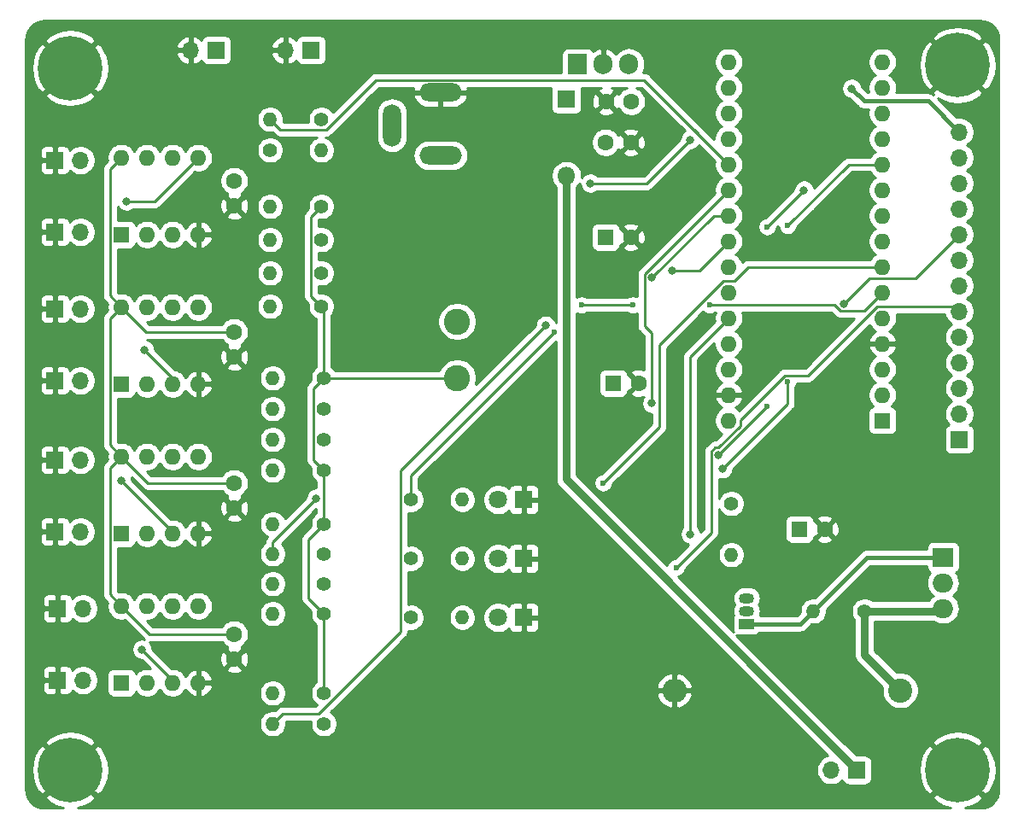
<source format=gbr>
G04 #@! TF.GenerationSoftware,KiCad,Pcbnew,(5.1.9)-1*
G04 #@! TF.CreationDate,2021-03-29T19:03:03-07:00*
G04 #@! TF.ProjectId,thermistor_calibrator,74686572-6d69-4737-946f-725f63616c69,rev?*
G04 #@! TF.SameCoordinates,Original*
G04 #@! TF.FileFunction,Copper,L2,Bot*
G04 #@! TF.FilePolarity,Positive*
%FSLAX46Y46*%
G04 Gerber Fmt 4.6, Leading zero omitted, Abs format (unit mm)*
G04 Created by KiCad (PCBNEW (5.1.9)-1) date 2021-03-29 19:03:03*
%MOMM*%
%LPD*%
G01*
G04 APERTURE LIST*
G04 #@! TA.AperFunction,ComponentPad*
%ADD10O,4.200000X1.800000*%
G04 #@! TD*
G04 #@! TA.AperFunction,ComponentPad*
%ADD11O,1.800000X4.200000*%
G04 #@! TD*
G04 #@! TA.AperFunction,ComponentPad*
%ADD12O,1.700000X1.700000*%
G04 #@! TD*
G04 #@! TA.AperFunction,ComponentPad*
%ADD13R,1.700000X1.700000*%
G04 #@! TD*
G04 #@! TA.AperFunction,ComponentPad*
%ADD14C,1.600000*%
G04 #@! TD*
G04 #@! TA.AperFunction,ComponentPad*
%ADD15O,1.600000X1.600000*%
G04 #@! TD*
G04 #@! TA.AperFunction,ComponentPad*
%ADD16R,1.600000X1.600000*%
G04 #@! TD*
G04 #@! TA.AperFunction,ComponentPad*
%ADD17O,1.905000X2.000000*%
G04 #@! TD*
G04 #@! TA.AperFunction,ComponentPad*
%ADD18R,1.905000X2.000000*%
G04 #@! TD*
G04 #@! TA.AperFunction,ComponentPad*
%ADD19O,1.400000X1.400000*%
G04 #@! TD*
G04 #@! TA.AperFunction,ComponentPad*
%ADD20C,1.400000*%
G04 #@! TD*
G04 #@! TA.AperFunction,ComponentPad*
%ADD21O,2.400000X2.400000*%
G04 #@! TD*
G04 #@! TA.AperFunction,ComponentPad*
%ADD22C,2.400000*%
G04 #@! TD*
G04 #@! TA.AperFunction,ComponentPad*
%ADD23O,2.000000X1.905000*%
G04 #@! TD*
G04 #@! TA.AperFunction,ComponentPad*
%ADD24R,2.000000X1.905000*%
G04 #@! TD*
G04 #@! TA.AperFunction,ComponentPad*
%ADD25R,1.500000X1.050000*%
G04 #@! TD*
G04 #@! TA.AperFunction,ComponentPad*
%ADD26O,1.500000X1.050000*%
G04 #@! TD*
G04 #@! TA.AperFunction,ComponentPad*
%ADD27C,2.600000*%
G04 #@! TD*
G04 #@! TA.AperFunction,ComponentPad*
%ADD28C,0.800000*%
G04 #@! TD*
G04 #@! TA.AperFunction,ComponentPad*
%ADD29C,6.400000*%
G04 #@! TD*
G04 #@! TA.AperFunction,ComponentPad*
%ADD30C,1.800000*%
G04 #@! TD*
G04 #@! TA.AperFunction,ComponentPad*
%ADD31R,1.800000X1.800000*%
G04 #@! TD*
G04 #@! TA.AperFunction,ComponentPad*
%ADD32O,1.800000X1.800000*%
G04 #@! TD*
G04 #@! TA.AperFunction,ViaPad*
%ADD33C,0.800000*%
G04 #@! TD*
G04 #@! TA.AperFunction,ViaPad*
%ADD34C,0.600000*%
G04 #@! TD*
G04 #@! TA.AperFunction,Conductor*
%ADD35C,0.400000*%
G04 #@! TD*
G04 #@! TA.AperFunction,Conductor*
%ADD36C,0.250000*%
G04 #@! TD*
G04 #@! TA.AperFunction,Conductor*
%ADD37C,0.800000*%
G04 #@! TD*
G04 #@! TA.AperFunction,Conductor*
%ADD38C,0.254000*%
G04 #@! TD*
G04 #@! TA.AperFunction,Conductor*
%ADD39C,0.100000*%
G04 #@! TD*
G04 APERTURE END LIST*
D10*
G04 #@! TO.P,J1,2*
G04 #@! TO.N,GND*
X92583000Y-43307000D03*
G04 #@! TO.P,J1,1*
G04 #@! TO.N,VCC*
X92583000Y-49557000D03*
D11*
G04 #@! TO.P,J1,3*
G04 #@! TO.N,N/C*
X87783000Y-46557000D03*
G04 #@! TD*
D12*
G04 #@! TO.P,J10,2*
G04 #@! TO.N,Net-(J10-Pad2)*
X57150000Y-101600000D03*
D13*
G04 #@! TO.P,J10,1*
G04 #@! TO.N,GND*
X54610000Y-101600000D03*
G04 #@! TD*
D12*
G04 #@! TO.P,J9,2*
G04 #@! TO.N,Net-(J9-Pad2)*
X56896000Y-86868000D03*
D13*
G04 #@! TO.P,J9,1*
G04 #@! TO.N,GND*
X54356000Y-86868000D03*
G04 #@! TD*
D12*
G04 #@! TO.P,J8,2*
G04 #@! TO.N,Net-(J8-Pad2)*
X57150000Y-94488000D03*
D13*
G04 #@! TO.P,J8,1*
G04 #@! TO.N,GND*
X54610000Y-94488000D03*
G04 #@! TD*
D12*
G04 #@! TO.P,J7,2*
G04 #@! TO.N,Net-(J7-Pad2)*
X56896000Y-79756000D03*
D13*
G04 #@! TO.P,J7,1*
G04 #@! TO.N,GND*
X54356000Y-79756000D03*
G04 #@! TD*
D12*
G04 #@! TO.P,J6,2*
G04 #@! TO.N,Net-(J6-Pad2)*
X56896000Y-71882000D03*
D13*
G04 #@! TO.P,J6,1*
G04 #@! TO.N,GND*
X54356000Y-71882000D03*
G04 #@! TD*
D12*
G04 #@! TO.P,J5,2*
G04 #@! TO.N,Net-(J5-Pad2)*
X56896000Y-57150000D03*
D13*
G04 #@! TO.P,J5,1*
G04 #@! TO.N,GND*
X54356000Y-57150000D03*
G04 #@! TD*
D12*
G04 #@! TO.P,J4,2*
G04 #@! TO.N,Net-(J4-Pad2)*
X131318000Y-110515000D03*
D13*
G04 #@! TO.P,J4,1*
G04 #@! TO.N,VCC*
X133858000Y-110515000D03*
G04 #@! TD*
D12*
G04 #@! TO.P,J3,2*
G04 #@! TO.N,Net-(J3-Pad2)*
X56896000Y-64770000D03*
D13*
G04 #@! TO.P,J3,1*
G04 #@! TO.N,GND*
X54356000Y-64770000D03*
G04 #@! TD*
D12*
G04 #@! TO.P,J2,2*
G04 #@! TO.N,Net-(J2-Pad2)*
X56896000Y-50038000D03*
D13*
G04 #@! TO.P,J2,1*
G04 #@! TO.N,GND*
X54356000Y-50038000D03*
G04 #@! TD*
D14*
G04 #@! TO.P,C9,2*
G04 #@! TO.N,GND*
X72136000Y-99528000D03*
G04 #@! TO.P,C9,1*
G04 #@! TO.N,VCC*
X72136000Y-97028000D03*
G04 #@! TD*
G04 #@! TO.P,C8,2*
G04 #@! TO.N,GND*
X72136000Y-84542000D03*
G04 #@! TO.P,C8,1*
G04 #@! TO.N,VCC*
X72136000Y-82042000D03*
G04 #@! TD*
G04 #@! TO.P,C7,2*
G04 #@! TO.N,GND*
X72136000Y-69556000D03*
G04 #@! TO.P,C7,1*
G04 #@! TO.N,VCC*
X72136000Y-67056000D03*
G04 #@! TD*
G04 #@! TO.P,C6,2*
G04 #@! TO.N,GND*
X72136000Y-54570000D03*
G04 #@! TO.P,C6,1*
G04 #@! TO.N,VCC*
X72136000Y-52070000D03*
G04 #@! TD*
D15*
G04 #@! TO.P,U5,8*
G04 #@! TO.N,VCC*
X60960000Y-94234000D03*
G04 #@! TO.P,U5,4*
G04 #@! TO.N,GND*
X68580000Y-101854000D03*
G04 #@! TO.P,U5,7*
G04 #@! TO.N,A7*
X63500000Y-94234000D03*
G04 #@! TO.P,U5,3*
G04 #@! TO.N,Net-(J8-Pad2)*
X66040000Y-101854000D03*
G04 #@! TO.P,U5,6*
G04 #@! TO.N,Net-(R20-Pad1)*
X66040000Y-94234000D03*
G04 #@! TO.P,U5,2*
G04 #@! TO.N,Net-(R15-Pad1)*
X63500000Y-101854000D03*
G04 #@! TO.P,U5,5*
G04 #@! TO.N,Net-(J10-Pad2)*
X68580000Y-94234000D03*
D16*
G04 #@! TO.P,U5,1*
G04 #@! TO.N,A6*
X60960000Y-101854000D03*
G04 #@! TD*
D15*
G04 #@! TO.P,U4,8*
G04 #@! TO.N,VCC*
X60960000Y-79417332D03*
G04 #@! TO.P,U4,4*
G04 #@! TO.N,GND*
X68580000Y-87037332D03*
G04 #@! TO.P,U4,7*
G04 #@! TO.N,A3*
X63500000Y-79417332D03*
G04 #@! TO.P,U4,3*
G04 #@! TO.N,Net-(J7-Pad2)*
X66040000Y-87037332D03*
G04 #@! TO.P,U4,6*
G04 #@! TO.N,Net-(R19-Pad1)*
X66040000Y-79417332D03*
G04 #@! TO.P,U4,2*
G04 #@! TO.N,Net-(R14-Pad1)*
X63500000Y-87037332D03*
G04 #@! TO.P,U4,5*
G04 #@! TO.N,Net-(J9-Pad2)*
X68580000Y-79417332D03*
D16*
G04 #@! TO.P,U4,1*
G04 #@! TO.N,A2*
X60960000Y-87037332D03*
G04 #@! TD*
D15*
G04 #@! TO.P,U3,8*
G04 #@! TO.N,VCC*
X60960000Y-64600666D03*
G04 #@! TO.P,U3,4*
G04 #@! TO.N,GND*
X68580000Y-72220666D03*
G04 #@! TO.P,U3,7*
G04 #@! TO.N,A5*
X63500000Y-64600666D03*
G04 #@! TO.P,U3,3*
G04 #@! TO.N,Net-(J3-Pad2)*
X66040000Y-72220666D03*
G04 #@! TO.P,U3,6*
G04 #@! TO.N,Net-(R9-Pad1)*
X66040000Y-64600666D03*
G04 #@! TO.P,U3,2*
G04 #@! TO.N,Net-(R4-Pad1)*
X63500000Y-72220666D03*
G04 #@! TO.P,U3,5*
G04 #@! TO.N,Net-(J6-Pad2)*
X68580000Y-64600666D03*
D16*
G04 #@! TO.P,U3,1*
G04 #@! TO.N,A4*
X60960000Y-72220666D03*
G04 #@! TD*
D15*
G04 #@! TO.P,U2,8*
G04 #@! TO.N,VCC*
X60960000Y-49784000D03*
G04 #@! TO.P,U2,4*
G04 #@! TO.N,GND*
X68580000Y-57404000D03*
G04 #@! TO.P,U2,7*
G04 #@! TO.N,A1*
X63500000Y-49784000D03*
G04 #@! TO.P,U2,3*
G04 #@! TO.N,Net-(J2-Pad2)*
X66040000Y-57404000D03*
G04 #@! TO.P,U2,6*
G04 #@! TO.N,Net-(R8-Pad1)*
X66040000Y-49784000D03*
G04 #@! TO.P,U2,2*
G04 #@! TO.N,Net-(R3-Pad1)*
X63500000Y-57404000D03*
G04 #@! TO.P,U2,5*
G04 #@! TO.N,Net-(J5-Pad2)*
X68580000Y-49784000D03*
D16*
G04 #@! TO.P,U2,1*
G04 #@! TO.N,A0*
X60960000Y-57404000D03*
G04 #@! TD*
D17*
G04 #@! TO.P,U1,3*
G04 #@! TO.N,+5V*
X111252000Y-40488000D03*
G04 #@! TO.P,U1,2*
G04 #@! TO.N,GND*
X108712000Y-40488000D03*
D18*
G04 #@! TO.P,U1,1*
G04 #@! TO.N,Net-(C1-Pad1)*
X106172000Y-40488000D03*
G04 #@! TD*
D19*
G04 #@! TO.P,R22,2*
G04 #@! TO.N,Net-(D4-Pad2)*
X94742000Y-95377000D03*
D20*
G04 #@! TO.P,R22,1*
G04 #@! TO.N,D6*
X89662000Y-95377000D03*
G04 #@! TD*
D19*
G04 #@! TO.P,R21,2*
G04 #@! TO.N,Net-(D3-Pad2)*
X94742000Y-89535000D03*
D20*
G04 #@! TO.P,R21,1*
G04 #@! TO.N,D4*
X89662000Y-89535000D03*
G04 #@! TD*
D19*
G04 #@! TO.P,R20,2*
G04 #@! TO.N,A7*
X75946000Y-92032666D03*
D20*
G04 #@! TO.P,R20,1*
G04 #@! TO.N,Net-(R20-Pad1)*
X81026000Y-92032666D03*
G04 #@! TD*
D19*
G04 #@! TO.P,R19,2*
G04 #@! TO.N,A3*
X75946000Y-77724000D03*
D20*
G04 #@! TO.P,R19,1*
G04 #@! TO.N,Net-(R19-Pad1)*
X81026000Y-77724000D03*
G04 #@! TD*
D19*
G04 #@! TO.P,R18,2*
G04 #@! TO.N,Net-(D2-Pad2)*
X94742000Y-83693000D03*
D20*
G04 #@! TO.P,R18,1*
G04 #@! TO.N,D3*
X89662000Y-83693000D03*
G04 #@! TD*
D19*
G04 #@! TO.P,R17,2*
G04 #@! TO.N,Net-(J10-Pad2)*
X75946000Y-94996000D03*
D20*
G04 #@! TO.P,R17,1*
G04 #@! TO.N,+5VA*
X81026000Y-94996000D03*
G04 #@! TD*
D19*
G04 #@! TO.P,R16,2*
G04 #@! TO.N,Net-(J9-Pad2)*
X75946000Y-80772000D03*
D20*
G04 #@! TO.P,R16,1*
G04 #@! TO.N,+5VA*
X81026000Y-80772000D03*
G04 #@! TD*
D19*
G04 #@! TO.P,R15,2*
G04 #@! TO.N,A6*
X75946000Y-105918000D03*
D20*
G04 #@! TO.P,R15,1*
G04 #@! TO.N,Net-(R15-Pad1)*
X81026000Y-105918000D03*
G04 #@! TD*
D19*
G04 #@! TO.P,R14,2*
G04 #@! TO.N,A2*
X75946000Y-89069333D03*
D20*
G04 #@! TO.P,R14,1*
G04 #@! TO.N,Net-(R14-Pad1)*
X81026000Y-89069333D03*
G04 #@! TD*
D19*
G04 #@! TO.P,R13,2*
G04 #@! TO.N,Net-(J8-Pad2)*
X75946000Y-102870000D03*
D20*
G04 #@! TO.P,R13,1*
G04 #@! TO.N,+5VA*
X81026000Y-102870000D03*
G04 #@! TD*
D19*
G04 #@! TO.P,R12,2*
G04 #@! TO.N,Net-(J7-Pad2)*
X75946000Y-86106000D03*
D20*
G04 #@! TO.P,R12,1*
G04 #@! TO.N,+5VA*
X81026000Y-86106000D03*
G04 #@! TD*
D21*
G04 #@! TO.P,R11,2*
G04 #@! TO.N,GND*
X115776000Y-102616000D03*
D22*
G04 #@! TO.P,R11,1*
G04 #@! TO.N,Net-(Q2-Pad3)*
X138176000Y-102616000D03*
G04 #@! TD*
D19*
G04 #@! TO.P,R10,2*
G04 #@! TO.N,Net-(Q1-Pad1)*
X129540000Y-94742000D03*
D20*
G04 #@! TO.P,R10,1*
G04 #@! TO.N,Net-(Q2-Pad3)*
X134620000Y-94742000D03*
G04 #@! TD*
D19*
G04 #@! TO.P,R9,2*
G04 #@! TO.N,A5*
X75692000Y-61214000D03*
D20*
G04 #@! TO.P,R9,1*
G04 #@! TO.N,Net-(R9-Pad1)*
X80772000Y-61214000D03*
G04 #@! TD*
D19*
G04 #@! TO.P,R8,2*
G04 #@! TO.N,A1*
X75692000Y-45974000D03*
D20*
G04 #@! TO.P,R8,1*
G04 #@! TO.N,Net-(R8-Pad1)*
X80772000Y-45974000D03*
G04 #@! TD*
D19*
G04 #@! TO.P,R7,2*
G04 #@! TO.N,Net-(C5-Pad1)*
X121412000Y-89154000D03*
D20*
G04 #@! TO.P,R7,1*
G04 #@! TO.N,PWM*
X121412000Y-84074000D03*
G04 #@! TD*
D19*
G04 #@! TO.P,R6,2*
G04 #@! TO.N,Net-(J6-Pad2)*
X75692000Y-64516000D03*
D20*
G04 #@! TO.P,R6,1*
G04 #@! TO.N,+5VA*
X80772000Y-64516000D03*
G04 #@! TD*
D19*
G04 #@! TO.P,R5,2*
G04 #@! TO.N,Net-(J5-Pad2)*
X80772000Y-49022000D03*
D20*
G04 #@! TO.P,R5,1*
G04 #@! TO.N,+5VA*
X75692000Y-49022000D03*
G04 #@! TD*
D19*
G04 #@! TO.P,R4,2*
G04 #@! TO.N,A4*
X75946000Y-74676000D03*
D20*
G04 #@! TO.P,R4,1*
G04 #@! TO.N,Net-(R4-Pad1)*
X81026000Y-74676000D03*
G04 #@! TD*
D19*
G04 #@! TO.P,R3,2*
G04 #@! TO.N,A0*
X75692000Y-57912000D03*
D20*
G04 #@! TO.P,R3,1*
G04 #@! TO.N,Net-(R3-Pad1)*
X80772000Y-57912000D03*
G04 #@! TD*
D19*
G04 #@! TO.P,R2,2*
G04 #@! TO.N,Net-(J3-Pad2)*
X75946000Y-71628000D03*
D20*
G04 #@! TO.P,R2,1*
G04 #@! TO.N,+5VA*
X81026000Y-71628000D03*
G04 #@! TD*
D19*
G04 #@! TO.P,R1,2*
G04 #@! TO.N,Net-(J2-Pad2)*
X75692000Y-54610000D03*
D20*
G04 #@! TO.P,R1,1*
G04 #@! TO.N,+5VA*
X80772000Y-54610000D03*
G04 #@! TD*
D23*
G04 #@! TO.P,Q2,3*
G04 #@! TO.N,Net-(Q2-Pad3)*
X142418000Y-94488000D03*
G04 #@! TO.P,Q2,2*
G04 #@! TO.N,Net-(J4-Pad2)*
X142418000Y-91948000D03*
D24*
G04 #@! TO.P,Q2,1*
G04 #@! TO.N,Net-(Q1-Pad1)*
X142418000Y-89408000D03*
G04 #@! TD*
D25*
G04 #@! TO.P,Q1,1*
G04 #@! TO.N,Net-(Q1-Pad1)*
X122936000Y-96012000D03*
D26*
G04 #@! TO.P,Q1,3*
G04 #@! TO.N,Net-(J4-Pad2)*
X122936000Y-93472000D03*
G04 #@! TO.P,Q1,2*
G04 #@! TO.N,Net-(C5-Pad1)*
X122936000Y-94742000D03*
G04 #@! TD*
D27*
G04 #@! TO.P,L1,2*
G04 #@! TO.N,+5VA*
X94234000Y-71628000D03*
G04 #@! TO.P,L1,1*
G04 #@! TO.N,+5V*
X94234000Y-66028000D03*
G04 #@! TD*
D12*
G04 #@! TO.P,J13,2*
G04 #@! TO.N,GND*
X77216000Y-39116000D03*
D13*
G04 #@! TO.P,J13,1*
G04 #@! TO.N,+5V*
X79756000Y-39116000D03*
G04 #@! TD*
D12*
G04 #@! TO.P,J12,13*
G04 #@! TO.N,D13*
X144018000Y-47244000D03*
G04 #@! TO.P,J12,12*
G04 #@! TO.N,D12*
X144018000Y-49784000D03*
G04 #@! TO.P,J12,11*
G04 #@! TO.N,D11*
X144018000Y-52324000D03*
G04 #@! TO.P,J12,10*
G04 #@! TO.N,D10*
X144018000Y-54864000D03*
G04 #@! TO.P,J12,9*
G04 #@! TO.N,D9*
X144018000Y-57404000D03*
G04 #@! TO.P,J12,8*
G04 #@! TO.N,D8*
X144018000Y-59944000D03*
G04 #@! TO.P,J12,7*
G04 #@! TO.N,D7*
X144018000Y-62484000D03*
G04 #@! TO.P,J12,6*
G04 #@! TO.N,D6*
X144018000Y-65024000D03*
G04 #@! TO.P,J12,5*
G04 #@! TO.N,D4*
X144018000Y-67564000D03*
G04 #@! TO.P,J12,4*
G04 #@! TO.N,D3*
X144018000Y-70104000D03*
G04 #@! TO.P,J12,3*
G04 #@! TO.N,D2*
X144018000Y-72644000D03*
G04 #@! TO.P,J12,2*
G04 #@! TO.N,RX*
X144018000Y-75184000D03*
D13*
G04 #@! TO.P,J12,1*
G04 #@! TO.N,TX*
X144018000Y-77724000D03*
G04 #@! TD*
D12*
G04 #@! TO.P,J11,2*
G04 #@! TO.N,GND*
X67818000Y-39116000D03*
D13*
G04 #@! TO.P,J11,1*
G04 #@! TO.N,VCC*
X70358000Y-39116000D03*
G04 #@! TD*
D28*
G04 #@! TO.P,H4,1*
G04 #@! TO.N,GND*
X145542000Y-108792944D03*
X143844944Y-108090000D03*
X142147888Y-108792944D03*
X141444944Y-110490000D03*
X142147888Y-112187056D03*
X143844944Y-112890000D03*
X145542000Y-112187056D03*
X146244944Y-110490000D03*
D29*
X143844944Y-110490000D03*
G04 #@! TD*
D28*
G04 #@! TO.P,H3,1*
G04 #@! TO.N,GND*
X57577056Y-108792944D03*
X55880000Y-108090000D03*
X54182944Y-108792944D03*
X53480000Y-110490000D03*
X54182944Y-112187056D03*
X55880000Y-112890000D03*
X57577056Y-112187056D03*
X58280000Y-110490000D03*
D29*
X55880000Y-110490000D03*
G04 #@! TD*
D28*
G04 #@! TO.P,H2,1*
G04 #@! TO.N,GND*
X145542000Y-38921943D03*
X143844944Y-38218999D03*
X142147888Y-38921943D03*
X141444944Y-40618999D03*
X142147888Y-42316055D03*
X143844944Y-43018999D03*
X145542000Y-42316055D03*
X146244944Y-40618999D03*
D29*
X143844944Y-40618999D03*
G04 #@! TD*
D28*
G04 #@! TO.P,H1,1*
G04 #@! TO.N,GND*
X57577056Y-39196944D03*
X55880000Y-38494000D03*
X54182944Y-39196944D03*
X53480000Y-40894000D03*
X54182944Y-42591056D03*
X55880000Y-43294000D03*
X57577056Y-42591056D03*
X58280000Y-40894000D03*
D29*
X55880000Y-40894000D03*
G04 #@! TD*
D30*
G04 #@! TO.P,D4,2*
G04 #@! TO.N,Net-(D4-Pad2)*
X98298000Y-95377000D03*
D31*
G04 #@! TO.P,D4,1*
G04 #@! TO.N,GND*
X100838000Y-95377000D03*
G04 #@! TD*
D30*
G04 #@! TO.P,D3,2*
G04 #@! TO.N,Net-(D3-Pad2)*
X98298000Y-89535000D03*
D31*
G04 #@! TO.P,D3,1*
G04 #@! TO.N,GND*
X100838000Y-89535000D03*
G04 #@! TD*
D30*
G04 #@! TO.P,D2,2*
G04 #@! TO.N,Net-(D2-Pad2)*
X98298000Y-83693000D03*
D31*
G04 #@! TO.P,D2,1*
G04 #@! TO.N,GND*
X100838000Y-83693000D03*
G04 #@! TD*
D32*
G04 #@! TO.P,D1,2*
G04 #@! TO.N,VCC*
X105062000Y-51562000D03*
D31*
G04 #@! TO.P,D1,1*
G04 #@! TO.N,Net-(C1-Pad1)*
X105062000Y-43942000D03*
G04 #@! TD*
D14*
G04 #@! TO.P,C5,2*
G04 #@! TO.N,GND*
X130676698Y-86614000D03*
D16*
G04 #@! TO.P,C5,1*
G04 #@! TO.N,Net-(C5-Pad1)*
X128176698Y-86614000D03*
G04 #@! TD*
D14*
G04 #@! TO.P,C4,2*
G04 #@! TO.N,GND*
X112228000Y-72136000D03*
D16*
G04 #@! TO.P,C4,1*
G04 #@! TO.N,+5VA*
X109728000Y-72136000D03*
G04 #@! TD*
D14*
G04 #@! TO.P,C3,2*
G04 #@! TO.N,GND*
X109006000Y-44196000D03*
G04 #@! TO.P,C3,1*
G04 #@! TO.N,+5V*
X111506000Y-44196000D03*
G04 #@! TD*
G04 #@! TO.P,C2,2*
G04 #@! TO.N,GND*
X111466000Y-48260000D03*
G04 #@! TO.P,C2,1*
G04 #@! TO.N,Net-(C1-Pad1)*
X108966000Y-48260000D03*
G04 #@! TD*
G04 #@! TO.P,C1,2*
G04 #@! TO.N,GND*
X111466000Y-57658000D03*
D16*
G04 #@! TO.P,C1,1*
G04 #@! TO.N,Net-(C1-Pad1)*
X108966000Y-57658000D03*
G04 #@! TD*
D15*
G04 #@! TO.P,A1,16*
G04 #@! TO.N,D13*
X121158000Y-40288000D03*
G04 #@! TO.P,A1,15*
G04 #@! TO.N,D12*
X136398000Y-40288000D03*
G04 #@! TO.P,A1,30*
G04 #@! TO.N,N/C*
X121158000Y-75848000D03*
G04 #@! TO.P,A1,14*
G04 #@! TO.N,D11*
X136398000Y-42828000D03*
G04 #@! TO.P,A1,29*
G04 #@! TO.N,GND*
X121158000Y-73308000D03*
G04 #@! TO.P,A1,13*
G04 #@! TO.N,D10*
X136398000Y-45368000D03*
G04 #@! TO.P,A1,28*
G04 #@! TO.N,N/C*
X121158000Y-70768000D03*
G04 #@! TO.P,A1,12*
G04 #@! TO.N,D9*
X136398000Y-47908000D03*
G04 #@! TO.P,A1,27*
G04 #@! TO.N,+5V*
X121158000Y-68228000D03*
G04 #@! TO.P,A1,11*
G04 #@! TO.N,D8*
X136398000Y-50448000D03*
G04 #@! TO.P,A1,26*
G04 #@! TO.N,A7*
X121158000Y-65688000D03*
G04 #@! TO.P,A1,10*
G04 #@! TO.N,D7*
X136398000Y-52988000D03*
G04 #@! TO.P,A1,25*
G04 #@! TO.N,A6*
X121158000Y-63148000D03*
G04 #@! TO.P,A1,9*
G04 #@! TO.N,D6*
X136398000Y-55528000D03*
G04 #@! TO.P,A1,24*
G04 #@! TO.N,A5*
X121158000Y-60608000D03*
G04 #@! TO.P,A1,8*
G04 #@! TO.N,PWM*
X136398000Y-58068000D03*
G04 #@! TO.P,A1,23*
G04 #@! TO.N,A4*
X121158000Y-58068000D03*
G04 #@! TO.P,A1,7*
G04 #@! TO.N,D4*
X136398000Y-60608000D03*
G04 #@! TO.P,A1,22*
G04 #@! TO.N,A3*
X121158000Y-55528000D03*
G04 #@! TO.P,A1,6*
G04 #@! TO.N,D3*
X136398000Y-63148000D03*
G04 #@! TO.P,A1,21*
G04 #@! TO.N,A2*
X121158000Y-52988000D03*
G04 #@! TO.P,A1,5*
G04 #@! TO.N,D2*
X136398000Y-65688000D03*
G04 #@! TO.P,A1,20*
G04 #@! TO.N,A1*
X121158000Y-50448000D03*
G04 #@! TO.P,A1,4*
G04 #@! TO.N,GND*
X136398000Y-68228000D03*
G04 #@! TO.P,A1,19*
G04 #@! TO.N,A0*
X121158000Y-47908000D03*
G04 #@! TO.P,A1,3*
G04 #@! TO.N,N/C*
X136398000Y-70768000D03*
G04 #@! TO.P,A1,18*
G04 #@! TO.N,+5VA*
X121158000Y-45368000D03*
G04 #@! TO.P,A1,2*
G04 #@! TO.N,RX*
X136398000Y-73308000D03*
G04 #@! TO.P,A1,17*
G04 #@! TO.N,N/C*
X121158000Y-42828000D03*
D16*
G04 #@! TO.P,A1,1*
G04 #@! TO.N,TX*
X136398000Y-75848000D03*
G04 #@! TD*
D33*
G04 #@! TO.N,D13*
X133350000Y-42926000D03*
D34*
G04 #@! TO.N,GND*
X125730000Y-43180000D03*
X127000000Y-43180000D03*
X128270000Y-43180000D03*
X129540000Y-43180000D03*
X129540000Y-44450000D03*
X128270000Y-44450000D03*
X127000000Y-44450000D03*
X125730000Y-44450000D03*
X125730000Y-45720000D03*
X127000000Y-45720000D03*
X128270000Y-45720000D03*
X129540000Y-45720000D03*
D33*
X84455000Y-52070000D03*
X86455000Y-52070000D03*
X88455000Y-52070000D03*
X90455000Y-52070000D03*
X92455000Y-52070000D03*
X84455000Y-54070000D03*
X86455000Y-54070000D03*
X88455000Y-54070000D03*
X90455000Y-54070000D03*
X92455000Y-54070000D03*
X84455000Y-56070000D03*
X86455000Y-56070000D03*
X88455000Y-56070000D03*
X90455000Y-56070000D03*
X92455000Y-56070000D03*
X132715000Y-79375000D03*
X134715000Y-79375000D03*
X136715000Y-79375000D03*
X132715000Y-81375000D03*
X134715000Y-81375000D03*
X136715000Y-81375000D03*
X132715000Y-83375000D03*
X134715000Y-83375000D03*
X136715000Y-83375000D03*
G04 #@! TO.N,D9*
X132588000Y-64262000D03*
G04 #@! TO.N,D8*
X120523000Y-80645000D03*
D34*
X127000000Y-72009000D03*
X127000000Y-56515000D03*
D33*
G04 #@! TO.N,A7*
X117348000Y-87122000D03*
G04 #@! TO.N,D7*
X120142000Y-79248000D03*
X128622000Y-52988000D03*
D34*
X124968000Y-74422000D03*
X124968000Y-56642000D03*
D33*
G04 #@! TO.N,A6*
X102997000Y-66421000D03*
D34*
G04 #@! TO.N,D6*
X115951000Y-90424000D03*
D33*
G04 #@! TO.N,A4*
X115570000Y-60960000D03*
D34*
G04 #@! TO.N,D4*
X108712000Y-82042000D03*
D33*
G04 #@! TO.N,A3*
X113538000Y-61685000D03*
D34*
G04 #@! TO.N,D3*
X103886000Y-67056000D03*
X106553000Y-64389000D03*
X111633000Y-64389000D03*
X119253000Y-64389000D03*
D33*
G04 #@! TO.N,A2*
X80264000Y-83566000D03*
X113538000Y-74136001D03*
G04 #@! TO.N,A0*
X107442000Y-52324000D03*
X117348000Y-48006000D03*
G04 #@! TO.N,Net-(J3-Pad2)*
X63246000Y-68834000D03*
G04 #@! TO.N,Net-(J5-Pad2)*
X61468000Y-54102000D03*
G04 #@! TO.N,Net-(J7-Pad2)*
X60955347Y-81783347D03*
G04 #@! TO.N,Net-(J8-Pad2)*
X62992000Y-98552000D03*
G04 #@! TD*
D35*
G04 #@! TO.N,D13*
X134591999Y-44167999D02*
X140941999Y-44167999D01*
X140941999Y-44167999D02*
X144018000Y-47244000D01*
X133350000Y-42926000D02*
X134591999Y-44167999D01*
D36*
G04 #@! TO.N,D9*
X139688999Y-61733001D02*
X144018000Y-57404000D01*
X135116999Y-61733001D02*
X139688999Y-61733001D01*
X132588000Y-64262000D02*
X135116999Y-61733001D01*
G04 #@! TO.N,D8*
X129032000Y-54483000D02*
X129032000Y-54483000D01*
X133067000Y-50448000D02*
X136398000Y-50448000D01*
X127000000Y-56515000D02*
X127000000Y-56515000D01*
X120523000Y-80645000D02*
X127000000Y-74168000D01*
X127000000Y-74168000D02*
X127000000Y-72009000D01*
X127000000Y-56515000D02*
X133067000Y-50448000D01*
G04 #@! TO.N,A7*
X117348000Y-69498000D02*
X121158000Y-65688000D01*
X117348000Y-87122000D02*
X117348000Y-69498000D01*
G04 #@! TO.N,D7*
X120142000Y-79248000D02*
X124968000Y-74422000D01*
X124968000Y-56642000D02*
X124968000Y-56642000D01*
X128622000Y-52988000D02*
X128622000Y-52988000D01*
X124968000Y-74422000D02*
X124968000Y-74422000D01*
X124968000Y-56642000D02*
X128622000Y-52988000D01*
G04 #@! TO.N,A6*
X88636999Y-80781001D02*
X102997000Y-66421000D01*
X88636999Y-96776003D02*
X88636999Y-80781001D01*
X80520003Y-104892999D02*
X88636999Y-96776003D01*
X76971001Y-104892999D02*
X80520003Y-104892999D01*
X75946000Y-105918000D02*
X76971001Y-104892999D01*
G04 #@! TO.N,D6*
X119416999Y-78899999D02*
X119416999Y-86958001D01*
X119416999Y-86958001D02*
X115951000Y-90424000D01*
X119793999Y-78522999D02*
X119416999Y-78899999D01*
X122283001Y-76388001D02*
X120148003Y-78522999D01*
X126699999Y-71383999D02*
X122283001Y-75800997D01*
X129036999Y-71383999D02*
X126699999Y-71383999D01*
X122283001Y-75800997D02*
X122283001Y-76388001D01*
X135857999Y-64562999D02*
X129036999Y-71383999D01*
X120148003Y-78522999D02*
X119793999Y-78522999D01*
X143556999Y-64562999D02*
X135857999Y-64562999D01*
X144018000Y-65024000D02*
X143556999Y-64562999D01*
G04 #@! TO.N,A4*
X118266000Y-60960000D02*
X121158000Y-58068000D01*
X115570000Y-60960000D02*
X118266000Y-60960000D01*
G04 #@! TO.N,D4*
X114263001Y-76490999D02*
X108712000Y-82042000D01*
X120617999Y-62022999D02*
X114263001Y-68377997D01*
X121698001Y-62022999D02*
X120617999Y-62022999D01*
X123113000Y-60608000D02*
X121698001Y-62022999D01*
X114263001Y-68377997D02*
X114263001Y-76490999D01*
X136398000Y-60608000D02*
X123113000Y-60608000D01*
G04 #@! TO.N,A3*
X119695000Y-55528000D02*
X121158000Y-55528000D01*
X113538000Y-61685000D02*
X119695000Y-55528000D01*
G04 #@! TO.N,D3*
X89662000Y-81280000D02*
X103886000Y-67056000D01*
X89662000Y-83693000D02*
X89662000Y-81280000D01*
X106553000Y-64389000D02*
X111633000Y-64389000D01*
X132239999Y-64987001D02*
X134558999Y-64987001D01*
X131641998Y-64389000D02*
X132239999Y-64987001D01*
X134558999Y-64987001D02*
X136398000Y-63148000D01*
X119253000Y-64389000D02*
X131641998Y-64389000D01*
G04 #@! TO.N,A2*
X75946000Y-87884000D02*
X80264000Y-83566000D01*
X75946000Y-89069333D02*
X75946000Y-87884000D01*
X113538000Y-74136001D02*
X113538000Y-72517000D01*
X112812999Y-61333001D02*
X112812999Y-66457999D01*
X121158000Y-52988000D02*
X112812999Y-61333001D01*
X113538000Y-67183000D02*
X113538000Y-74136001D01*
X112812999Y-66457999D02*
X113538000Y-67183000D01*
G04 #@! TO.N,A1*
X117709001Y-46999001D02*
X121158000Y-50448000D01*
X75692000Y-45974000D02*
X76717001Y-46999001D01*
X112791990Y-42081990D02*
X121158000Y-50448000D01*
X86181012Y-42081990D02*
X112791990Y-42081990D01*
X81264001Y-46999001D02*
X86181012Y-42081990D01*
X76717001Y-46999001D02*
X81264001Y-46999001D01*
G04 #@! TO.N,A0*
X113030000Y-52324000D02*
X117348000Y-48006000D01*
X107442000Y-52324000D02*
X113030000Y-52324000D01*
G04 #@! TO.N,+5VA*
X81026000Y-102870000D02*
X81026000Y-94996000D01*
X81026000Y-94996000D02*
X79502000Y-93472000D01*
X79502000Y-87630000D02*
X81026000Y-86106000D01*
X79502000Y-93472000D02*
X79502000Y-87630000D01*
X81026000Y-86106000D02*
X81026000Y-80772000D01*
X80000999Y-72653001D02*
X81026000Y-71628000D01*
X80000999Y-79746999D02*
X80000999Y-72653001D01*
X81026000Y-80772000D02*
X80000999Y-79746999D01*
X81026000Y-64770000D02*
X80772000Y-64516000D01*
X81026000Y-71628000D02*
X81026000Y-64770000D01*
X79746999Y-55635001D02*
X80772000Y-54610000D01*
X79746999Y-63490999D02*
X79746999Y-55635001D01*
X80772000Y-64516000D02*
X79746999Y-63490999D01*
X81026000Y-71628000D02*
X94234000Y-71628000D01*
G04 #@! TO.N,VCC*
X59834999Y-63475665D02*
X60960000Y-64600666D01*
X59834999Y-50909001D02*
X59834999Y-63475665D01*
X60960000Y-49784000D02*
X59834999Y-50909001D01*
X63415334Y-67056000D02*
X72136000Y-67056000D01*
X60960000Y-64600666D02*
X63415334Y-67056000D01*
X59834999Y-78292331D02*
X60960000Y-79417332D01*
X59834999Y-65725667D02*
X59834999Y-78292331D01*
X60960000Y-64600666D02*
X59834999Y-65725667D01*
X63584668Y-82042000D02*
X72136000Y-82042000D01*
X60960000Y-79417332D02*
X63584668Y-82042000D01*
X59834999Y-93108999D02*
X60960000Y-94234000D01*
X59834999Y-80542333D02*
X59834999Y-93108999D01*
X60960000Y-79417332D02*
X59834999Y-80542333D01*
X63754000Y-97028000D02*
X72136000Y-97028000D01*
X60960000Y-94234000D02*
X63754000Y-97028000D01*
D35*
X105029000Y-51595000D02*
X105062000Y-51562000D01*
D37*
X105029000Y-81686000D02*
X105029000Y-51595000D01*
X133858000Y-110515000D02*
X105029000Y-81686000D01*
D36*
G04 #@! TO.N,Net-(J3-Pad2)*
X66040000Y-71628000D02*
X66040000Y-72220666D01*
X63246000Y-68834000D02*
X66040000Y-71628000D01*
G04 #@! TO.N,Net-(J5-Pad2)*
X64262000Y-54102000D02*
X68580000Y-49784000D01*
X61468000Y-54102000D02*
X64262000Y-54102000D01*
G04 #@! TO.N,Net-(J7-Pad2)*
X66040000Y-86868000D02*
X66040000Y-87037332D01*
X60955347Y-81783347D02*
X66040000Y-86868000D01*
G04 #@! TO.N,Net-(J8-Pad2)*
X66040000Y-101600000D02*
X66040000Y-101854000D01*
X62992000Y-98552000D02*
X66040000Y-101600000D01*
D35*
G04 #@! TO.N,Net-(Q1-Pad1)*
X128270000Y-96012000D02*
X129540000Y-94742000D01*
X122936000Y-96012000D02*
X128270000Y-96012000D01*
X134874000Y-89408000D02*
X129540000Y-94742000D01*
X142418000Y-89408000D02*
X134874000Y-89408000D01*
G04 #@! TO.N,Net-(Q2-Pad3)*
X142164000Y-94742000D02*
X142418000Y-94488000D01*
D37*
X134620000Y-94742000D02*
X142164000Y-94742000D01*
X134620000Y-99060000D02*
X138176000Y-102616000D01*
X134620000Y-94742000D02*
X134620000Y-99060000D01*
G04 #@! TD*
D38*
G04 #@! TO.N,GND*
X146414545Y-36258909D02*
X146765208Y-36364780D01*
X147088625Y-36536744D01*
X147372484Y-36768254D01*
X147605965Y-37050486D01*
X147780183Y-37372695D01*
X147888502Y-37722614D01*
X147930000Y-38117443D01*
X147930001Y-112362711D01*
X147891091Y-112759545D01*
X147785220Y-113110206D01*
X147613257Y-113433623D01*
X147381748Y-113717482D01*
X147099514Y-113950965D01*
X146777304Y-114125184D01*
X146427385Y-114233502D01*
X146032557Y-114275000D01*
X144563960Y-114275000D01*
X144572882Y-114274178D01*
X145297152Y-114059452D01*
X145965614Y-113707555D01*
X146006032Y-113680548D01*
X146366220Y-113190881D01*
X143844944Y-110669605D01*
X141323668Y-113190881D01*
X141683856Y-113680548D01*
X142347826Y-114040849D01*
X143069329Y-114264694D01*
X143167608Y-114275000D01*
X56599016Y-114275000D01*
X56607938Y-114274178D01*
X57332208Y-114059452D01*
X58000670Y-113707555D01*
X58041088Y-113680548D01*
X58401276Y-113190881D01*
X55880000Y-110669605D01*
X53358724Y-113190881D01*
X53718912Y-113680548D01*
X54382882Y-114040849D01*
X55104385Y-114264694D01*
X55202664Y-114275000D01*
X53372279Y-114275000D01*
X52975455Y-114236091D01*
X52624794Y-114130220D01*
X52301377Y-113958257D01*
X52017518Y-113726748D01*
X51784035Y-113444514D01*
X51609816Y-113122304D01*
X51501498Y-112772385D01*
X51460000Y-112377557D01*
X51460000Y-110465695D01*
X52026520Y-110465695D01*
X52095822Y-111217938D01*
X52310548Y-111942208D01*
X52662445Y-112610670D01*
X52689452Y-112651088D01*
X53179119Y-113011276D01*
X55700395Y-110490000D01*
X56059605Y-110490000D01*
X58580881Y-113011276D01*
X59070548Y-112651088D01*
X59430849Y-111987118D01*
X59654694Y-111265615D01*
X59733480Y-110514305D01*
X59664178Y-109762062D01*
X59449452Y-109037792D01*
X59097555Y-108369330D01*
X59070548Y-108328912D01*
X58580881Y-107968724D01*
X56059605Y-110490000D01*
X55700395Y-110490000D01*
X53179119Y-107968724D01*
X52689452Y-108328912D01*
X52329151Y-108992882D01*
X52105306Y-109714385D01*
X52026520Y-110465695D01*
X51460000Y-110465695D01*
X51460000Y-107789119D01*
X53358724Y-107789119D01*
X55880000Y-110310395D01*
X58401276Y-107789119D01*
X58041088Y-107299452D01*
X57377118Y-106939151D01*
X56655615Y-106715306D01*
X55904305Y-106636520D01*
X55152062Y-106705822D01*
X54427792Y-106920548D01*
X53759330Y-107272445D01*
X53718912Y-107299452D01*
X53358724Y-107789119D01*
X51460000Y-107789119D01*
X51460000Y-102450000D01*
X53121928Y-102450000D01*
X53134188Y-102574482D01*
X53170498Y-102694180D01*
X53229463Y-102804494D01*
X53308815Y-102901185D01*
X53405506Y-102980537D01*
X53515820Y-103039502D01*
X53635518Y-103075812D01*
X53760000Y-103088072D01*
X54324250Y-103085000D01*
X54483000Y-102926250D01*
X54483000Y-101727000D01*
X53283750Y-101727000D01*
X53125000Y-101885750D01*
X53121928Y-102450000D01*
X51460000Y-102450000D01*
X51460000Y-100750000D01*
X53121928Y-100750000D01*
X53125000Y-101314250D01*
X53283750Y-101473000D01*
X54483000Y-101473000D01*
X54483000Y-100273750D01*
X54737000Y-100273750D01*
X54737000Y-101473000D01*
X54757000Y-101473000D01*
X54757000Y-101727000D01*
X54737000Y-101727000D01*
X54737000Y-102926250D01*
X54895750Y-103085000D01*
X55460000Y-103088072D01*
X55584482Y-103075812D01*
X55704180Y-103039502D01*
X55814494Y-102980537D01*
X55911185Y-102901185D01*
X55990537Y-102804494D01*
X56049502Y-102694180D01*
X56071513Y-102621620D01*
X56203368Y-102753475D01*
X56446589Y-102915990D01*
X56716842Y-103027932D01*
X57003740Y-103085000D01*
X57296260Y-103085000D01*
X57583158Y-103027932D01*
X57853411Y-102915990D01*
X58096632Y-102753475D01*
X58303475Y-102546632D01*
X58465990Y-102303411D01*
X58577932Y-102033158D01*
X58635000Y-101746260D01*
X58635000Y-101453740D01*
X58577932Y-101166842D01*
X58465990Y-100896589D01*
X58303475Y-100653368D01*
X58096632Y-100446525D01*
X57853411Y-100284010D01*
X57583158Y-100172068D01*
X57296260Y-100115000D01*
X57003740Y-100115000D01*
X56716842Y-100172068D01*
X56446589Y-100284010D01*
X56203368Y-100446525D01*
X56071513Y-100578380D01*
X56049502Y-100505820D01*
X55990537Y-100395506D01*
X55911185Y-100298815D01*
X55814494Y-100219463D01*
X55704180Y-100160498D01*
X55584482Y-100124188D01*
X55460000Y-100111928D01*
X54895750Y-100115000D01*
X54737000Y-100273750D01*
X54483000Y-100273750D01*
X54324250Y-100115000D01*
X53760000Y-100111928D01*
X53635518Y-100124188D01*
X53515820Y-100160498D01*
X53405506Y-100219463D01*
X53308815Y-100298815D01*
X53229463Y-100395506D01*
X53170498Y-100505820D01*
X53134188Y-100625518D01*
X53121928Y-100750000D01*
X51460000Y-100750000D01*
X51460000Y-95338000D01*
X53121928Y-95338000D01*
X53134188Y-95462482D01*
X53170498Y-95582180D01*
X53229463Y-95692494D01*
X53308815Y-95789185D01*
X53405506Y-95868537D01*
X53515820Y-95927502D01*
X53635518Y-95963812D01*
X53760000Y-95976072D01*
X54324250Y-95973000D01*
X54483000Y-95814250D01*
X54483000Y-94615000D01*
X53283750Y-94615000D01*
X53125000Y-94773750D01*
X53121928Y-95338000D01*
X51460000Y-95338000D01*
X51460000Y-93638000D01*
X53121928Y-93638000D01*
X53125000Y-94202250D01*
X53283750Y-94361000D01*
X54483000Y-94361000D01*
X54483000Y-93161750D01*
X54737000Y-93161750D01*
X54737000Y-94361000D01*
X54757000Y-94361000D01*
X54757000Y-94615000D01*
X54737000Y-94615000D01*
X54737000Y-95814250D01*
X54895750Y-95973000D01*
X55460000Y-95976072D01*
X55584482Y-95963812D01*
X55704180Y-95927502D01*
X55814494Y-95868537D01*
X55911185Y-95789185D01*
X55990537Y-95692494D01*
X56049502Y-95582180D01*
X56071513Y-95509620D01*
X56203368Y-95641475D01*
X56446589Y-95803990D01*
X56716842Y-95915932D01*
X57003740Y-95973000D01*
X57296260Y-95973000D01*
X57583158Y-95915932D01*
X57853411Y-95803990D01*
X58096632Y-95641475D01*
X58303475Y-95434632D01*
X58465990Y-95191411D01*
X58577932Y-94921158D01*
X58635000Y-94634260D01*
X58635000Y-94341740D01*
X58577932Y-94054842D01*
X58465990Y-93784589D01*
X58303475Y-93541368D01*
X58096632Y-93334525D01*
X57853411Y-93172010D01*
X57583158Y-93060068D01*
X57296260Y-93003000D01*
X57003740Y-93003000D01*
X56716842Y-93060068D01*
X56446589Y-93172010D01*
X56203368Y-93334525D01*
X56071513Y-93466380D01*
X56049502Y-93393820D01*
X55990537Y-93283506D01*
X55911185Y-93186815D01*
X55814494Y-93107463D01*
X55704180Y-93048498D01*
X55584482Y-93012188D01*
X55460000Y-92999928D01*
X54895750Y-93003000D01*
X54737000Y-93161750D01*
X54483000Y-93161750D01*
X54324250Y-93003000D01*
X53760000Y-92999928D01*
X53635518Y-93012188D01*
X53515820Y-93048498D01*
X53405506Y-93107463D01*
X53308815Y-93186815D01*
X53229463Y-93283506D01*
X53170498Y-93393820D01*
X53134188Y-93513518D01*
X53121928Y-93638000D01*
X51460000Y-93638000D01*
X51460000Y-87718000D01*
X52867928Y-87718000D01*
X52880188Y-87842482D01*
X52916498Y-87962180D01*
X52975463Y-88072494D01*
X53054815Y-88169185D01*
X53151506Y-88248537D01*
X53261820Y-88307502D01*
X53381518Y-88343812D01*
X53506000Y-88356072D01*
X54070250Y-88353000D01*
X54229000Y-88194250D01*
X54229000Y-86995000D01*
X53029750Y-86995000D01*
X52871000Y-87153750D01*
X52867928Y-87718000D01*
X51460000Y-87718000D01*
X51460000Y-86018000D01*
X52867928Y-86018000D01*
X52871000Y-86582250D01*
X53029750Y-86741000D01*
X54229000Y-86741000D01*
X54229000Y-85541750D01*
X54483000Y-85541750D01*
X54483000Y-86741000D01*
X54503000Y-86741000D01*
X54503000Y-86995000D01*
X54483000Y-86995000D01*
X54483000Y-88194250D01*
X54641750Y-88353000D01*
X55206000Y-88356072D01*
X55330482Y-88343812D01*
X55450180Y-88307502D01*
X55560494Y-88248537D01*
X55657185Y-88169185D01*
X55736537Y-88072494D01*
X55795502Y-87962180D01*
X55817513Y-87889620D01*
X55949368Y-88021475D01*
X56192589Y-88183990D01*
X56462842Y-88295932D01*
X56749740Y-88353000D01*
X57042260Y-88353000D01*
X57329158Y-88295932D01*
X57599411Y-88183990D01*
X57842632Y-88021475D01*
X58049475Y-87814632D01*
X58211990Y-87571411D01*
X58323932Y-87301158D01*
X58381000Y-87014260D01*
X58381000Y-86721740D01*
X58323932Y-86434842D01*
X58211990Y-86164589D01*
X58049475Y-85921368D01*
X57842632Y-85714525D01*
X57599411Y-85552010D01*
X57329158Y-85440068D01*
X57042260Y-85383000D01*
X56749740Y-85383000D01*
X56462842Y-85440068D01*
X56192589Y-85552010D01*
X55949368Y-85714525D01*
X55817513Y-85846380D01*
X55795502Y-85773820D01*
X55736537Y-85663506D01*
X55657185Y-85566815D01*
X55560494Y-85487463D01*
X55450180Y-85428498D01*
X55330482Y-85392188D01*
X55206000Y-85379928D01*
X54641750Y-85383000D01*
X54483000Y-85541750D01*
X54229000Y-85541750D01*
X54070250Y-85383000D01*
X53506000Y-85379928D01*
X53381518Y-85392188D01*
X53261820Y-85428498D01*
X53151506Y-85487463D01*
X53054815Y-85566815D01*
X52975463Y-85663506D01*
X52916498Y-85773820D01*
X52880188Y-85893518D01*
X52867928Y-86018000D01*
X51460000Y-86018000D01*
X51460000Y-80606000D01*
X52867928Y-80606000D01*
X52880188Y-80730482D01*
X52916498Y-80850180D01*
X52975463Y-80960494D01*
X53054815Y-81057185D01*
X53151506Y-81136537D01*
X53261820Y-81195502D01*
X53381518Y-81231812D01*
X53506000Y-81244072D01*
X54070250Y-81241000D01*
X54229000Y-81082250D01*
X54229000Y-79883000D01*
X53029750Y-79883000D01*
X52871000Y-80041750D01*
X52867928Y-80606000D01*
X51460000Y-80606000D01*
X51460000Y-78906000D01*
X52867928Y-78906000D01*
X52871000Y-79470250D01*
X53029750Y-79629000D01*
X54229000Y-79629000D01*
X54229000Y-78429750D01*
X54483000Y-78429750D01*
X54483000Y-79629000D01*
X54503000Y-79629000D01*
X54503000Y-79883000D01*
X54483000Y-79883000D01*
X54483000Y-81082250D01*
X54641750Y-81241000D01*
X55206000Y-81244072D01*
X55330482Y-81231812D01*
X55450180Y-81195502D01*
X55560494Y-81136537D01*
X55657185Y-81057185D01*
X55736537Y-80960494D01*
X55795502Y-80850180D01*
X55817513Y-80777620D01*
X55949368Y-80909475D01*
X56192589Y-81071990D01*
X56462842Y-81183932D01*
X56749740Y-81241000D01*
X57042260Y-81241000D01*
X57329158Y-81183932D01*
X57599411Y-81071990D01*
X57842632Y-80909475D01*
X58049475Y-80702632D01*
X58211990Y-80459411D01*
X58323932Y-80189158D01*
X58381000Y-79902260D01*
X58381000Y-79609740D01*
X58323932Y-79322842D01*
X58211990Y-79052589D01*
X58049475Y-78809368D01*
X57842632Y-78602525D01*
X57599411Y-78440010D01*
X57329158Y-78328068D01*
X57042260Y-78271000D01*
X56749740Y-78271000D01*
X56462842Y-78328068D01*
X56192589Y-78440010D01*
X55949368Y-78602525D01*
X55817513Y-78734380D01*
X55795502Y-78661820D01*
X55736537Y-78551506D01*
X55657185Y-78454815D01*
X55560494Y-78375463D01*
X55450180Y-78316498D01*
X55330482Y-78280188D01*
X55206000Y-78267928D01*
X54641750Y-78271000D01*
X54483000Y-78429750D01*
X54229000Y-78429750D01*
X54070250Y-78271000D01*
X53506000Y-78267928D01*
X53381518Y-78280188D01*
X53261820Y-78316498D01*
X53151506Y-78375463D01*
X53054815Y-78454815D01*
X52975463Y-78551506D01*
X52916498Y-78661820D01*
X52880188Y-78781518D01*
X52867928Y-78906000D01*
X51460000Y-78906000D01*
X51460000Y-72732000D01*
X52867928Y-72732000D01*
X52880188Y-72856482D01*
X52916498Y-72976180D01*
X52975463Y-73086494D01*
X53054815Y-73183185D01*
X53151506Y-73262537D01*
X53261820Y-73321502D01*
X53381518Y-73357812D01*
X53506000Y-73370072D01*
X54070250Y-73367000D01*
X54229000Y-73208250D01*
X54229000Y-72009000D01*
X53029750Y-72009000D01*
X52871000Y-72167750D01*
X52867928Y-72732000D01*
X51460000Y-72732000D01*
X51460000Y-71032000D01*
X52867928Y-71032000D01*
X52871000Y-71596250D01*
X53029750Y-71755000D01*
X54229000Y-71755000D01*
X54229000Y-70555750D01*
X54483000Y-70555750D01*
X54483000Y-71755000D01*
X54503000Y-71755000D01*
X54503000Y-72009000D01*
X54483000Y-72009000D01*
X54483000Y-73208250D01*
X54641750Y-73367000D01*
X55206000Y-73370072D01*
X55330482Y-73357812D01*
X55450180Y-73321502D01*
X55560494Y-73262537D01*
X55657185Y-73183185D01*
X55736537Y-73086494D01*
X55795502Y-72976180D01*
X55817513Y-72903620D01*
X55949368Y-73035475D01*
X56192589Y-73197990D01*
X56462842Y-73309932D01*
X56749740Y-73367000D01*
X57042260Y-73367000D01*
X57329158Y-73309932D01*
X57599411Y-73197990D01*
X57842632Y-73035475D01*
X58049475Y-72828632D01*
X58211990Y-72585411D01*
X58323932Y-72315158D01*
X58381000Y-72028260D01*
X58381000Y-71735740D01*
X58323932Y-71448842D01*
X58211990Y-71178589D01*
X58049475Y-70935368D01*
X57842632Y-70728525D01*
X57599411Y-70566010D01*
X57329158Y-70454068D01*
X57042260Y-70397000D01*
X56749740Y-70397000D01*
X56462842Y-70454068D01*
X56192589Y-70566010D01*
X55949368Y-70728525D01*
X55817513Y-70860380D01*
X55795502Y-70787820D01*
X55736537Y-70677506D01*
X55657185Y-70580815D01*
X55560494Y-70501463D01*
X55450180Y-70442498D01*
X55330482Y-70406188D01*
X55206000Y-70393928D01*
X54641750Y-70397000D01*
X54483000Y-70555750D01*
X54229000Y-70555750D01*
X54070250Y-70397000D01*
X53506000Y-70393928D01*
X53381518Y-70406188D01*
X53261820Y-70442498D01*
X53151506Y-70501463D01*
X53054815Y-70580815D01*
X52975463Y-70677506D01*
X52916498Y-70787820D01*
X52880188Y-70907518D01*
X52867928Y-71032000D01*
X51460000Y-71032000D01*
X51460000Y-65620000D01*
X52867928Y-65620000D01*
X52880188Y-65744482D01*
X52916498Y-65864180D01*
X52975463Y-65974494D01*
X53054815Y-66071185D01*
X53151506Y-66150537D01*
X53261820Y-66209502D01*
X53381518Y-66245812D01*
X53506000Y-66258072D01*
X54070250Y-66255000D01*
X54229000Y-66096250D01*
X54229000Y-64897000D01*
X53029750Y-64897000D01*
X52871000Y-65055750D01*
X52867928Y-65620000D01*
X51460000Y-65620000D01*
X51460000Y-63920000D01*
X52867928Y-63920000D01*
X52871000Y-64484250D01*
X53029750Y-64643000D01*
X54229000Y-64643000D01*
X54229000Y-63443750D01*
X54483000Y-63443750D01*
X54483000Y-64643000D01*
X54503000Y-64643000D01*
X54503000Y-64897000D01*
X54483000Y-64897000D01*
X54483000Y-66096250D01*
X54641750Y-66255000D01*
X55206000Y-66258072D01*
X55330482Y-66245812D01*
X55450180Y-66209502D01*
X55560494Y-66150537D01*
X55657185Y-66071185D01*
X55736537Y-65974494D01*
X55795502Y-65864180D01*
X55817513Y-65791620D01*
X55949368Y-65923475D01*
X56192589Y-66085990D01*
X56462842Y-66197932D01*
X56749740Y-66255000D01*
X57042260Y-66255000D01*
X57329158Y-66197932D01*
X57599411Y-66085990D01*
X57842632Y-65923475D01*
X58049475Y-65716632D01*
X58211990Y-65473411D01*
X58323932Y-65203158D01*
X58381000Y-64916260D01*
X58381000Y-64623740D01*
X58323932Y-64336842D01*
X58211990Y-64066589D01*
X58049475Y-63823368D01*
X57842632Y-63616525D01*
X57599411Y-63454010D01*
X57329158Y-63342068D01*
X57042260Y-63285000D01*
X56749740Y-63285000D01*
X56462842Y-63342068D01*
X56192589Y-63454010D01*
X55949368Y-63616525D01*
X55817513Y-63748380D01*
X55795502Y-63675820D01*
X55736537Y-63565506D01*
X55657185Y-63468815D01*
X55560494Y-63389463D01*
X55450180Y-63330498D01*
X55330482Y-63294188D01*
X55206000Y-63281928D01*
X54641750Y-63285000D01*
X54483000Y-63443750D01*
X54229000Y-63443750D01*
X54070250Y-63285000D01*
X53506000Y-63281928D01*
X53381518Y-63294188D01*
X53261820Y-63330498D01*
X53151506Y-63389463D01*
X53054815Y-63468815D01*
X52975463Y-63565506D01*
X52916498Y-63675820D01*
X52880188Y-63795518D01*
X52867928Y-63920000D01*
X51460000Y-63920000D01*
X51460000Y-58000000D01*
X52867928Y-58000000D01*
X52880188Y-58124482D01*
X52916498Y-58244180D01*
X52975463Y-58354494D01*
X53054815Y-58451185D01*
X53151506Y-58530537D01*
X53261820Y-58589502D01*
X53381518Y-58625812D01*
X53506000Y-58638072D01*
X54070250Y-58635000D01*
X54229000Y-58476250D01*
X54229000Y-57277000D01*
X53029750Y-57277000D01*
X52871000Y-57435750D01*
X52867928Y-58000000D01*
X51460000Y-58000000D01*
X51460000Y-56300000D01*
X52867928Y-56300000D01*
X52871000Y-56864250D01*
X53029750Y-57023000D01*
X54229000Y-57023000D01*
X54229000Y-55823750D01*
X54483000Y-55823750D01*
X54483000Y-57023000D01*
X54503000Y-57023000D01*
X54503000Y-57277000D01*
X54483000Y-57277000D01*
X54483000Y-58476250D01*
X54641750Y-58635000D01*
X55206000Y-58638072D01*
X55330482Y-58625812D01*
X55450180Y-58589502D01*
X55560494Y-58530537D01*
X55657185Y-58451185D01*
X55736537Y-58354494D01*
X55795502Y-58244180D01*
X55817513Y-58171620D01*
X55949368Y-58303475D01*
X56192589Y-58465990D01*
X56462842Y-58577932D01*
X56749740Y-58635000D01*
X57042260Y-58635000D01*
X57329158Y-58577932D01*
X57599411Y-58465990D01*
X57842632Y-58303475D01*
X58049475Y-58096632D01*
X58211990Y-57853411D01*
X58323932Y-57583158D01*
X58381000Y-57296260D01*
X58381000Y-57003740D01*
X58323932Y-56716842D01*
X58211990Y-56446589D01*
X58049475Y-56203368D01*
X57842632Y-55996525D01*
X57599411Y-55834010D01*
X57329158Y-55722068D01*
X57042260Y-55665000D01*
X56749740Y-55665000D01*
X56462842Y-55722068D01*
X56192589Y-55834010D01*
X55949368Y-55996525D01*
X55817513Y-56128380D01*
X55795502Y-56055820D01*
X55736537Y-55945506D01*
X55657185Y-55848815D01*
X55560494Y-55769463D01*
X55450180Y-55710498D01*
X55330482Y-55674188D01*
X55206000Y-55661928D01*
X54641750Y-55665000D01*
X54483000Y-55823750D01*
X54229000Y-55823750D01*
X54070250Y-55665000D01*
X53506000Y-55661928D01*
X53381518Y-55674188D01*
X53261820Y-55710498D01*
X53151506Y-55769463D01*
X53054815Y-55848815D01*
X52975463Y-55945506D01*
X52916498Y-56055820D01*
X52880188Y-56175518D01*
X52867928Y-56300000D01*
X51460000Y-56300000D01*
X51460000Y-50888000D01*
X52867928Y-50888000D01*
X52880188Y-51012482D01*
X52916498Y-51132180D01*
X52975463Y-51242494D01*
X53054815Y-51339185D01*
X53151506Y-51418537D01*
X53261820Y-51477502D01*
X53381518Y-51513812D01*
X53506000Y-51526072D01*
X54070250Y-51523000D01*
X54229000Y-51364250D01*
X54229000Y-50165000D01*
X53029750Y-50165000D01*
X52871000Y-50323750D01*
X52867928Y-50888000D01*
X51460000Y-50888000D01*
X51460000Y-49188000D01*
X52867928Y-49188000D01*
X52871000Y-49752250D01*
X53029750Y-49911000D01*
X54229000Y-49911000D01*
X54229000Y-48711750D01*
X54483000Y-48711750D01*
X54483000Y-49911000D01*
X54503000Y-49911000D01*
X54503000Y-50165000D01*
X54483000Y-50165000D01*
X54483000Y-51364250D01*
X54641750Y-51523000D01*
X55206000Y-51526072D01*
X55330482Y-51513812D01*
X55450180Y-51477502D01*
X55560494Y-51418537D01*
X55657185Y-51339185D01*
X55736537Y-51242494D01*
X55795502Y-51132180D01*
X55817513Y-51059620D01*
X55949368Y-51191475D01*
X56192589Y-51353990D01*
X56462842Y-51465932D01*
X56749740Y-51523000D01*
X57042260Y-51523000D01*
X57329158Y-51465932D01*
X57599411Y-51353990D01*
X57842632Y-51191475D01*
X58049475Y-50984632D01*
X58100009Y-50909001D01*
X59071323Y-50909001D01*
X59074999Y-50946323D01*
X59075000Y-63438333D01*
X59071323Y-63475665D01*
X59075000Y-63512998D01*
X59085997Y-63624651D01*
X59096417Y-63659003D01*
X59129453Y-63767911D01*
X59200025Y-63899941D01*
X59253192Y-63964724D01*
X59294999Y-64015666D01*
X59323997Y-64039464D01*
X59561312Y-64276779D01*
X59525000Y-64459331D01*
X59525000Y-64742001D01*
X59561312Y-64924553D01*
X59324001Y-65161863D01*
X59294998Y-65185666D01*
X59253986Y-65235640D01*
X59200025Y-65301391D01*
X59174220Y-65349669D01*
X59129453Y-65433421D01*
X59085996Y-65576682D01*
X59074999Y-65688335D01*
X59074999Y-65688345D01*
X59071323Y-65725667D01*
X59074999Y-65762989D01*
X59075000Y-78254999D01*
X59071323Y-78292331D01*
X59085997Y-78441316D01*
X59129453Y-78584577D01*
X59200025Y-78716607D01*
X59233786Y-78757744D01*
X59294999Y-78832332D01*
X59323997Y-78856130D01*
X59561312Y-79093445D01*
X59525000Y-79275997D01*
X59525000Y-79558667D01*
X59561312Y-79741219D01*
X59324001Y-79978529D01*
X59294998Y-80002332D01*
X59264705Y-80039245D01*
X59200025Y-80118057D01*
X59145148Y-80220724D01*
X59129453Y-80250087D01*
X59085996Y-80393348D01*
X59074999Y-80505001D01*
X59074999Y-80505011D01*
X59071323Y-80542333D01*
X59074999Y-80579655D01*
X59075000Y-93071667D01*
X59071323Y-93108999D01*
X59085997Y-93257984D01*
X59129453Y-93401245D01*
X59200025Y-93533275D01*
X59253986Y-93599026D01*
X59294999Y-93649000D01*
X59323997Y-93672798D01*
X59561312Y-93910113D01*
X59525000Y-94092665D01*
X59525000Y-94375335D01*
X59580147Y-94652574D01*
X59688320Y-94913727D01*
X59845363Y-95148759D01*
X60045241Y-95348637D01*
X60280273Y-95505680D01*
X60541426Y-95613853D01*
X60818665Y-95669000D01*
X61101335Y-95669000D01*
X61283886Y-95632688D01*
X63186637Y-97535439D01*
X63093939Y-97517000D01*
X62890061Y-97517000D01*
X62690102Y-97556774D01*
X62501744Y-97634795D01*
X62332226Y-97748063D01*
X62188063Y-97892226D01*
X62074795Y-98061744D01*
X61996774Y-98250102D01*
X61957000Y-98450061D01*
X61957000Y-98653939D01*
X61996774Y-98853898D01*
X62074795Y-99042256D01*
X62188063Y-99211774D01*
X62332226Y-99355937D01*
X62501744Y-99469205D01*
X62690102Y-99547226D01*
X62890061Y-99587000D01*
X62952199Y-99587000D01*
X63819673Y-100454474D01*
X63641335Y-100419000D01*
X63358665Y-100419000D01*
X63081426Y-100474147D01*
X62820273Y-100582320D01*
X62585241Y-100739363D01*
X62386643Y-100937961D01*
X62385812Y-100929518D01*
X62349502Y-100809820D01*
X62290537Y-100699506D01*
X62211185Y-100602815D01*
X62114494Y-100523463D01*
X62004180Y-100464498D01*
X61884482Y-100428188D01*
X61760000Y-100415928D01*
X60160000Y-100415928D01*
X60035518Y-100428188D01*
X59915820Y-100464498D01*
X59805506Y-100523463D01*
X59708815Y-100602815D01*
X59629463Y-100699506D01*
X59570498Y-100809820D01*
X59534188Y-100929518D01*
X59521928Y-101054000D01*
X59521928Y-102654000D01*
X59534188Y-102778482D01*
X59570498Y-102898180D01*
X59629463Y-103008494D01*
X59708815Y-103105185D01*
X59805506Y-103184537D01*
X59915820Y-103243502D01*
X60035518Y-103279812D01*
X60160000Y-103292072D01*
X61760000Y-103292072D01*
X61884482Y-103279812D01*
X62004180Y-103243502D01*
X62114494Y-103184537D01*
X62211185Y-103105185D01*
X62290537Y-103008494D01*
X62349502Y-102898180D01*
X62385812Y-102778482D01*
X62386643Y-102770039D01*
X62585241Y-102968637D01*
X62820273Y-103125680D01*
X63081426Y-103233853D01*
X63358665Y-103289000D01*
X63641335Y-103289000D01*
X63918574Y-103233853D01*
X64179727Y-103125680D01*
X64414759Y-102968637D01*
X64614637Y-102768759D01*
X64770000Y-102536241D01*
X64925363Y-102768759D01*
X65125241Y-102968637D01*
X65360273Y-103125680D01*
X65621426Y-103233853D01*
X65898665Y-103289000D01*
X66181335Y-103289000D01*
X66458574Y-103233853D01*
X66719727Y-103125680D01*
X66954759Y-102968637D01*
X67154637Y-102768759D01*
X67311680Y-102533727D01*
X67316067Y-102523135D01*
X67427615Y-102709131D01*
X67616586Y-102917519D01*
X67842580Y-103085037D01*
X68096913Y-103205246D01*
X68230961Y-103245904D01*
X68453000Y-103123915D01*
X68453000Y-101981000D01*
X68707000Y-101981000D01*
X68707000Y-103123915D01*
X68929039Y-103245904D01*
X69063087Y-103205246D01*
X69317420Y-103085037D01*
X69543414Y-102917519D01*
X69705739Y-102738514D01*
X74611000Y-102738514D01*
X74611000Y-103001486D01*
X74662304Y-103259405D01*
X74762939Y-103502359D01*
X74909038Y-103721013D01*
X75094987Y-103906962D01*
X75313641Y-104053061D01*
X75556595Y-104153696D01*
X75814514Y-104205000D01*
X76077486Y-104205000D01*
X76335405Y-104153696D01*
X76578359Y-104053061D01*
X76797013Y-103906962D01*
X76982962Y-103721013D01*
X77129061Y-103502359D01*
X77229696Y-103259405D01*
X77281000Y-103001486D01*
X77281000Y-102738514D01*
X77229696Y-102480595D01*
X77129061Y-102237641D01*
X76982962Y-102018987D01*
X76797013Y-101833038D01*
X76578359Y-101686939D01*
X76335405Y-101586304D01*
X76077486Y-101535000D01*
X75814514Y-101535000D01*
X75556595Y-101586304D01*
X75313641Y-101686939D01*
X75094987Y-101833038D01*
X74909038Y-102018987D01*
X74762939Y-102237641D01*
X74662304Y-102480595D01*
X74611000Y-102738514D01*
X69705739Y-102738514D01*
X69732385Y-102709131D01*
X69877070Y-102467881D01*
X69971909Y-102203040D01*
X69850624Y-101981000D01*
X68707000Y-101981000D01*
X68453000Y-101981000D01*
X68433000Y-101981000D01*
X68433000Y-101727000D01*
X68453000Y-101727000D01*
X68453000Y-100584085D01*
X68707000Y-100584085D01*
X68707000Y-101727000D01*
X69850624Y-101727000D01*
X69971909Y-101504960D01*
X69877070Y-101240119D01*
X69732385Y-100998869D01*
X69543414Y-100790481D01*
X69317420Y-100622963D01*
X69101061Y-100520702D01*
X71322903Y-100520702D01*
X71394486Y-100764671D01*
X71649996Y-100885571D01*
X71924184Y-100954300D01*
X72206512Y-100968217D01*
X72486130Y-100926787D01*
X72752292Y-100831603D01*
X72877514Y-100764671D01*
X72949097Y-100520702D01*
X72136000Y-99707605D01*
X71322903Y-100520702D01*
X69101061Y-100520702D01*
X69063087Y-100502754D01*
X68929039Y-100462096D01*
X68707000Y-100584085D01*
X68453000Y-100584085D01*
X68230961Y-100462096D01*
X68096913Y-100502754D01*
X67842580Y-100622963D01*
X67616586Y-100790481D01*
X67427615Y-100998869D01*
X67316067Y-101184865D01*
X67311680Y-101174273D01*
X67154637Y-100939241D01*
X66954759Y-100739363D01*
X66719727Y-100582320D01*
X66458574Y-100474147D01*
X66181335Y-100419000D01*
X65933802Y-100419000D01*
X65113314Y-99598512D01*
X70695783Y-99598512D01*
X70737213Y-99878130D01*
X70832397Y-100144292D01*
X70899329Y-100269514D01*
X71143298Y-100341097D01*
X71956395Y-99528000D01*
X72315605Y-99528000D01*
X73128702Y-100341097D01*
X73372671Y-100269514D01*
X73493571Y-100014004D01*
X73562300Y-99739816D01*
X73576217Y-99457488D01*
X73534787Y-99177870D01*
X73439603Y-98911708D01*
X73372671Y-98786486D01*
X73128702Y-98714903D01*
X72315605Y-99528000D01*
X71956395Y-99528000D01*
X71143298Y-98714903D01*
X70899329Y-98786486D01*
X70778429Y-99041996D01*
X70709700Y-99316184D01*
X70695783Y-99598512D01*
X65113314Y-99598512D01*
X64027000Y-98512199D01*
X64027000Y-98450061D01*
X63987226Y-98250102D01*
X63909205Y-98061744D01*
X63795937Y-97892226D01*
X63688984Y-97785273D01*
X63716667Y-97788000D01*
X63716675Y-97788000D01*
X63754000Y-97791676D01*
X63791325Y-97788000D01*
X70917957Y-97788000D01*
X71021363Y-97942759D01*
X71221241Y-98142637D01*
X71421869Y-98276692D01*
X71394486Y-98291329D01*
X71322903Y-98535298D01*
X72136000Y-99348395D01*
X72949097Y-98535298D01*
X72877514Y-98291329D01*
X72848659Y-98277676D01*
X73050759Y-98142637D01*
X73250637Y-97942759D01*
X73407680Y-97707727D01*
X73515853Y-97446574D01*
X73571000Y-97169335D01*
X73571000Y-96886665D01*
X73515853Y-96609426D01*
X73407680Y-96348273D01*
X73250637Y-96113241D01*
X73050759Y-95913363D01*
X72815727Y-95756320D01*
X72554574Y-95648147D01*
X72277335Y-95593000D01*
X71994665Y-95593000D01*
X71717426Y-95648147D01*
X71456273Y-95756320D01*
X71221241Y-95913363D01*
X71021363Y-96113241D01*
X70917957Y-96268000D01*
X64068802Y-96268000D01*
X63469802Y-95669000D01*
X63641335Y-95669000D01*
X63918574Y-95613853D01*
X64179727Y-95505680D01*
X64414759Y-95348637D01*
X64614637Y-95148759D01*
X64770000Y-94916241D01*
X64925363Y-95148759D01*
X65125241Y-95348637D01*
X65360273Y-95505680D01*
X65621426Y-95613853D01*
X65898665Y-95669000D01*
X66181335Y-95669000D01*
X66458574Y-95613853D01*
X66719727Y-95505680D01*
X66954759Y-95348637D01*
X67154637Y-95148759D01*
X67310000Y-94916241D01*
X67465363Y-95148759D01*
X67665241Y-95348637D01*
X67900273Y-95505680D01*
X68161426Y-95613853D01*
X68438665Y-95669000D01*
X68721335Y-95669000D01*
X68998574Y-95613853D01*
X69259727Y-95505680D01*
X69494759Y-95348637D01*
X69694637Y-95148759D01*
X69851680Y-94913727D01*
X69872064Y-94864514D01*
X74611000Y-94864514D01*
X74611000Y-95127486D01*
X74662304Y-95385405D01*
X74762939Y-95628359D01*
X74909038Y-95847013D01*
X75094987Y-96032962D01*
X75313641Y-96179061D01*
X75556595Y-96279696D01*
X75814514Y-96331000D01*
X76077486Y-96331000D01*
X76335405Y-96279696D01*
X76578359Y-96179061D01*
X76797013Y-96032962D01*
X76982962Y-95847013D01*
X77129061Y-95628359D01*
X77229696Y-95385405D01*
X77281000Y-95127486D01*
X77281000Y-94864514D01*
X77229696Y-94606595D01*
X77129061Y-94363641D01*
X76982962Y-94144987D01*
X76797013Y-93959038D01*
X76578359Y-93812939D01*
X76335405Y-93712304D01*
X76077486Y-93661000D01*
X75814514Y-93661000D01*
X75556595Y-93712304D01*
X75313641Y-93812939D01*
X75094987Y-93959038D01*
X74909038Y-94144987D01*
X74762939Y-94363641D01*
X74662304Y-94606595D01*
X74611000Y-94864514D01*
X69872064Y-94864514D01*
X69959853Y-94652574D01*
X70015000Y-94375335D01*
X70015000Y-94092665D01*
X69959853Y-93815426D01*
X69851680Y-93554273D01*
X69694637Y-93319241D01*
X69494759Y-93119363D01*
X69259727Y-92962320D01*
X68998574Y-92854147D01*
X68721335Y-92799000D01*
X68438665Y-92799000D01*
X68161426Y-92854147D01*
X67900273Y-92962320D01*
X67665241Y-93119363D01*
X67465363Y-93319241D01*
X67310000Y-93551759D01*
X67154637Y-93319241D01*
X66954759Y-93119363D01*
X66719727Y-92962320D01*
X66458574Y-92854147D01*
X66181335Y-92799000D01*
X65898665Y-92799000D01*
X65621426Y-92854147D01*
X65360273Y-92962320D01*
X65125241Y-93119363D01*
X64925363Y-93319241D01*
X64770000Y-93551759D01*
X64614637Y-93319241D01*
X64414759Y-93119363D01*
X64179727Y-92962320D01*
X63918574Y-92854147D01*
X63641335Y-92799000D01*
X63358665Y-92799000D01*
X63081426Y-92854147D01*
X62820273Y-92962320D01*
X62585241Y-93119363D01*
X62385363Y-93319241D01*
X62230000Y-93551759D01*
X62074637Y-93319241D01*
X61874759Y-93119363D01*
X61639727Y-92962320D01*
X61378574Y-92854147D01*
X61101335Y-92799000D01*
X60818665Y-92799000D01*
X60636113Y-92835312D01*
X60594999Y-92794198D01*
X60594999Y-91901180D01*
X74611000Y-91901180D01*
X74611000Y-92164152D01*
X74662304Y-92422071D01*
X74762939Y-92665025D01*
X74909038Y-92883679D01*
X75094987Y-93069628D01*
X75313641Y-93215727D01*
X75556595Y-93316362D01*
X75814514Y-93367666D01*
X76077486Y-93367666D01*
X76335405Y-93316362D01*
X76578359Y-93215727D01*
X76797013Y-93069628D01*
X76982962Y-92883679D01*
X77129061Y-92665025D01*
X77229696Y-92422071D01*
X77281000Y-92164152D01*
X77281000Y-91901180D01*
X77229696Y-91643261D01*
X77129061Y-91400307D01*
X76982962Y-91181653D01*
X76797013Y-90995704D01*
X76578359Y-90849605D01*
X76335405Y-90748970D01*
X76077486Y-90697666D01*
X75814514Y-90697666D01*
X75556595Y-90748970D01*
X75313641Y-90849605D01*
X75094987Y-90995704D01*
X74909038Y-91181653D01*
X74762939Y-91400307D01*
X74662304Y-91643261D01*
X74611000Y-91901180D01*
X60594999Y-91901180D01*
X60594999Y-88475404D01*
X61760000Y-88475404D01*
X61884482Y-88463144D01*
X62004180Y-88426834D01*
X62114494Y-88367869D01*
X62211185Y-88288517D01*
X62290537Y-88191826D01*
X62349502Y-88081512D01*
X62385812Y-87961814D01*
X62386643Y-87953371D01*
X62585241Y-88151969D01*
X62820273Y-88309012D01*
X63081426Y-88417185D01*
X63358665Y-88472332D01*
X63641335Y-88472332D01*
X63918574Y-88417185D01*
X64179727Y-88309012D01*
X64414759Y-88151969D01*
X64614637Y-87952091D01*
X64770000Y-87719573D01*
X64925363Y-87952091D01*
X65125241Y-88151969D01*
X65360273Y-88309012D01*
X65621426Y-88417185D01*
X65898665Y-88472332D01*
X66181335Y-88472332D01*
X66458574Y-88417185D01*
X66719727Y-88309012D01*
X66954759Y-88151969D01*
X67154637Y-87952091D01*
X67311680Y-87717059D01*
X67316067Y-87706467D01*
X67427615Y-87892463D01*
X67616586Y-88100851D01*
X67842580Y-88268369D01*
X68096913Y-88388578D01*
X68230961Y-88429236D01*
X68453000Y-88307247D01*
X68453000Y-87164332D01*
X68707000Y-87164332D01*
X68707000Y-88307247D01*
X68929039Y-88429236D01*
X69063087Y-88388578D01*
X69317420Y-88268369D01*
X69543414Y-88100851D01*
X69732385Y-87892463D01*
X69877070Y-87651213D01*
X69971909Y-87386372D01*
X69850624Y-87164332D01*
X68707000Y-87164332D01*
X68453000Y-87164332D01*
X68433000Y-87164332D01*
X68433000Y-86910332D01*
X68453000Y-86910332D01*
X68453000Y-85767417D01*
X68707000Y-85767417D01*
X68707000Y-86910332D01*
X69850624Y-86910332D01*
X69971909Y-86688292D01*
X69877070Y-86423451D01*
X69732385Y-86182201D01*
X69543414Y-85973813D01*
X69317420Y-85806295D01*
X69063087Y-85686086D01*
X68929039Y-85645428D01*
X68707000Y-85767417D01*
X68453000Y-85767417D01*
X68230961Y-85645428D01*
X68096913Y-85686086D01*
X67842580Y-85806295D01*
X67616586Y-85973813D01*
X67427615Y-86182201D01*
X67316067Y-86368197D01*
X67311680Y-86357605D01*
X67154637Y-86122573D01*
X66954759Y-85922695D01*
X66719727Y-85765652D01*
X66458574Y-85657479D01*
X66181335Y-85602332D01*
X65898665Y-85602332D01*
X65857352Y-85610550D01*
X65781504Y-85534702D01*
X71322903Y-85534702D01*
X71394486Y-85778671D01*
X71649996Y-85899571D01*
X71924184Y-85968300D01*
X72206512Y-85982217D01*
X72486130Y-85940787D01*
X72752292Y-85845603D01*
X72877514Y-85778671D01*
X72949097Y-85534702D01*
X72136000Y-84721605D01*
X71322903Y-85534702D01*
X65781504Y-85534702D01*
X64859314Y-84612512D01*
X70695783Y-84612512D01*
X70737213Y-84892130D01*
X70832397Y-85158292D01*
X70899329Y-85283514D01*
X71143298Y-85355097D01*
X71956395Y-84542000D01*
X72315605Y-84542000D01*
X73128702Y-85355097D01*
X73372671Y-85283514D01*
X73493571Y-85028004D01*
X73562300Y-84753816D01*
X73576217Y-84471488D01*
X73534787Y-84191870D01*
X73439603Y-83925708D01*
X73372671Y-83800486D01*
X73128702Y-83728903D01*
X72315605Y-84542000D01*
X71956395Y-84542000D01*
X71143298Y-83728903D01*
X70899329Y-83800486D01*
X70778429Y-84055996D01*
X70709700Y-84330184D01*
X70695783Y-84612512D01*
X64859314Y-84612512D01*
X61990347Y-81743546D01*
X61990347Y-81681408D01*
X61950885Y-81483019D01*
X63020869Y-82553003D01*
X63044667Y-82582001D01*
X63073665Y-82605799D01*
X63160391Y-82676974D01*
X63252125Y-82726007D01*
X63292421Y-82747546D01*
X63435682Y-82791003D01*
X63547335Y-82802000D01*
X63547344Y-82802000D01*
X63584667Y-82805676D01*
X63621990Y-82802000D01*
X70917957Y-82802000D01*
X71021363Y-82956759D01*
X71221241Y-83156637D01*
X71421869Y-83290692D01*
X71394486Y-83305329D01*
X71322903Y-83549298D01*
X72136000Y-84362395D01*
X72949097Y-83549298D01*
X72877514Y-83305329D01*
X72848659Y-83291676D01*
X73050759Y-83156637D01*
X73250637Y-82956759D01*
X73407680Y-82721727D01*
X73515853Y-82460574D01*
X73571000Y-82183335D01*
X73571000Y-81900665D01*
X73515853Y-81623426D01*
X73407680Y-81362273D01*
X73250637Y-81127241D01*
X73050759Y-80927363D01*
X72815727Y-80770320D01*
X72554574Y-80662147D01*
X72445820Y-80640514D01*
X74611000Y-80640514D01*
X74611000Y-80903486D01*
X74662304Y-81161405D01*
X74762939Y-81404359D01*
X74909038Y-81623013D01*
X75094987Y-81808962D01*
X75313641Y-81955061D01*
X75556595Y-82055696D01*
X75814514Y-82107000D01*
X76077486Y-82107000D01*
X76335405Y-82055696D01*
X76578359Y-81955061D01*
X76797013Y-81808962D01*
X76982962Y-81623013D01*
X77129061Y-81404359D01*
X77229696Y-81161405D01*
X77281000Y-80903486D01*
X77281000Y-80640514D01*
X77229696Y-80382595D01*
X77129061Y-80139641D01*
X76982962Y-79920987D01*
X76797013Y-79735038D01*
X76578359Y-79588939D01*
X76335405Y-79488304D01*
X76077486Y-79437000D01*
X75814514Y-79437000D01*
X75556595Y-79488304D01*
X75313641Y-79588939D01*
X75094987Y-79735038D01*
X74909038Y-79920987D01*
X74762939Y-80139641D01*
X74662304Y-80382595D01*
X74611000Y-80640514D01*
X72445820Y-80640514D01*
X72277335Y-80607000D01*
X71994665Y-80607000D01*
X71717426Y-80662147D01*
X71456273Y-80770320D01*
X71221241Y-80927363D01*
X71021363Y-81127241D01*
X70917957Y-81282000D01*
X63899470Y-81282000D01*
X63469802Y-80852332D01*
X63641335Y-80852332D01*
X63918574Y-80797185D01*
X64179727Y-80689012D01*
X64414759Y-80531969D01*
X64614637Y-80332091D01*
X64770000Y-80099573D01*
X64925363Y-80332091D01*
X65125241Y-80531969D01*
X65360273Y-80689012D01*
X65621426Y-80797185D01*
X65898665Y-80852332D01*
X66181335Y-80852332D01*
X66458574Y-80797185D01*
X66719727Y-80689012D01*
X66954759Y-80531969D01*
X67154637Y-80332091D01*
X67310000Y-80099573D01*
X67465363Y-80332091D01*
X67665241Y-80531969D01*
X67900273Y-80689012D01*
X68161426Y-80797185D01*
X68438665Y-80852332D01*
X68721335Y-80852332D01*
X68998574Y-80797185D01*
X69259727Y-80689012D01*
X69494759Y-80531969D01*
X69694637Y-80332091D01*
X69851680Y-80097059D01*
X69959853Y-79835906D01*
X70015000Y-79558667D01*
X70015000Y-79275997D01*
X69959853Y-78998758D01*
X69851680Y-78737605D01*
X69694637Y-78502573D01*
X69494759Y-78302695D01*
X69259727Y-78145652D01*
X68998574Y-78037479D01*
X68721335Y-77982332D01*
X68438665Y-77982332D01*
X68161426Y-78037479D01*
X67900273Y-78145652D01*
X67665241Y-78302695D01*
X67465363Y-78502573D01*
X67310000Y-78735091D01*
X67154637Y-78502573D01*
X66954759Y-78302695D01*
X66719727Y-78145652D01*
X66458574Y-78037479D01*
X66181335Y-77982332D01*
X65898665Y-77982332D01*
X65621426Y-78037479D01*
X65360273Y-78145652D01*
X65125241Y-78302695D01*
X64925363Y-78502573D01*
X64770000Y-78735091D01*
X64614637Y-78502573D01*
X64414759Y-78302695D01*
X64179727Y-78145652D01*
X63918574Y-78037479D01*
X63641335Y-77982332D01*
X63358665Y-77982332D01*
X63081426Y-78037479D01*
X62820273Y-78145652D01*
X62585241Y-78302695D01*
X62385363Y-78502573D01*
X62230000Y-78735091D01*
X62074637Y-78502573D01*
X61874759Y-78302695D01*
X61639727Y-78145652D01*
X61378574Y-78037479D01*
X61101335Y-77982332D01*
X60818665Y-77982332D01*
X60636113Y-78018644D01*
X60594999Y-77977530D01*
X60594999Y-77592514D01*
X74611000Y-77592514D01*
X74611000Y-77855486D01*
X74662304Y-78113405D01*
X74762939Y-78356359D01*
X74909038Y-78575013D01*
X75094987Y-78760962D01*
X75313641Y-78907061D01*
X75556595Y-79007696D01*
X75814514Y-79059000D01*
X76077486Y-79059000D01*
X76335405Y-79007696D01*
X76578359Y-78907061D01*
X76797013Y-78760962D01*
X76982962Y-78575013D01*
X77129061Y-78356359D01*
X77229696Y-78113405D01*
X77281000Y-77855486D01*
X77281000Y-77592514D01*
X77229696Y-77334595D01*
X77129061Y-77091641D01*
X76982962Y-76872987D01*
X76797013Y-76687038D01*
X76578359Y-76540939D01*
X76335405Y-76440304D01*
X76077486Y-76389000D01*
X75814514Y-76389000D01*
X75556595Y-76440304D01*
X75313641Y-76540939D01*
X75094987Y-76687038D01*
X74909038Y-76872987D01*
X74762939Y-77091641D01*
X74662304Y-77334595D01*
X74611000Y-77592514D01*
X60594999Y-77592514D01*
X60594999Y-74544514D01*
X74611000Y-74544514D01*
X74611000Y-74807486D01*
X74662304Y-75065405D01*
X74762939Y-75308359D01*
X74909038Y-75527013D01*
X75094987Y-75712962D01*
X75313641Y-75859061D01*
X75556595Y-75959696D01*
X75814514Y-76011000D01*
X76077486Y-76011000D01*
X76335405Y-75959696D01*
X76578359Y-75859061D01*
X76797013Y-75712962D01*
X76982962Y-75527013D01*
X77129061Y-75308359D01*
X77229696Y-75065405D01*
X77281000Y-74807486D01*
X77281000Y-74544514D01*
X77229696Y-74286595D01*
X77129061Y-74043641D01*
X76982962Y-73824987D01*
X76797013Y-73639038D01*
X76578359Y-73492939D01*
X76335405Y-73392304D01*
X76077486Y-73341000D01*
X75814514Y-73341000D01*
X75556595Y-73392304D01*
X75313641Y-73492939D01*
X75094987Y-73639038D01*
X74909038Y-73824987D01*
X74762939Y-74043641D01*
X74662304Y-74286595D01*
X74611000Y-74544514D01*
X60594999Y-74544514D01*
X60594999Y-73658738D01*
X61760000Y-73658738D01*
X61884482Y-73646478D01*
X62004180Y-73610168D01*
X62114494Y-73551203D01*
X62211185Y-73471851D01*
X62290537Y-73375160D01*
X62349502Y-73264846D01*
X62385812Y-73145148D01*
X62386643Y-73136705D01*
X62585241Y-73335303D01*
X62820273Y-73492346D01*
X63081426Y-73600519D01*
X63358665Y-73655666D01*
X63641335Y-73655666D01*
X63918574Y-73600519D01*
X64179727Y-73492346D01*
X64414759Y-73335303D01*
X64614637Y-73135425D01*
X64770000Y-72902907D01*
X64925363Y-73135425D01*
X65125241Y-73335303D01*
X65360273Y-73492346D01*
X65621426Y-73600519D01*
X65898665Y-73655666D01*
X66181335Y-73655666D01*
X66458574Y-73600519D01*
X66719727Y-73492346D01*
X66954759Y-73335303D01*
X67154637Y-73135425D01*
X67311680Y-72900393D01*
X67316067Y-72889801D01*
X67427615Y-73075797D01*
X67616586Y-73284185D01*
X67842580Y-73451703D01*
X68096913Y-73571912D01*
X68230961Y-73612570D01*
X68453000Y-73490581D01*
X68453000Y-72347666D01*
X68707000Y-72347666D01*
X68707000Y-73490581D01*
X68929039Y-73612570D01*
X69063087Y-73571912D01*
X69317420Y-73451703D01*
X69543414Y-73284185D01*
X69732385Y-73075797D01*
X69877070Y-72834547D01*
X69971909Y-72569706D01*
X69850624Y-72347666D01*
X68707000Y-72347666D01*
X68453000Y-72347666D01*
X68433000Y-72347666D01*
X68433000Y-72093666D01*
X68453000Y-72093666D01*
X68453000Y-70950751D01*
X68707000Y-70950751D01*
X68707000Y-72093666D01*
X69850624Y-72093666D01*
X69971909Y-71871626D01*
X69877070Y-71606785D01*
X69810938Y-71496514D01*
X74611000Y-71496514D01*
X74611000Y-71759486D01*
X74662304Y-72017405D01*
X74762939Y-72260359D01*
X74909038Y-72479013D01*
X75094987Y-72664962D01*
X75313641Y-72811061D01*
X75556595Y-72911696D01*
X75814514Y-72963000D01*
X76077486Y-72963000D01*
X76335405Y-72911696D01*
X76578359Y-72811061D01*
X76797013Y-72664962D01*
X76982962Y-72479013D01*
X77129061Y-72260359D01*
X77229696Y-72017405D01*
X77281000Y-71759486D01*
X77281000Y-71496514D01*
X77229696Y-71238595D01*
X77129061Y-70995641D01*
X76982962Y-70776987D01*
X76797013Y-70591038D01*
X76578359Y-70444939D01*
X76335405Y-70344304D01*
X76077486Y-70293000D01*
X75814514Y-70293000D01*
X75556595Y-70344304D01*
X75313641Y-70444939D01*
X75094987Y-70591038D01*
X74909038Y-70776987D01*
X74762939Y-70995641D01*
X74662304Y-71238595D01*
X74611000Y-71496514D01*
X69810938Y-71496514D01*
X69732385Y-71365535D01*
X69543414Y-71157147D01*
X69317420Y-70989629D01*
X69063087Y-70869420D01*
X68929039Y-70828762D01*
X68707000Y-70950751D01*
X68453000Y-70950751D01*
X68230961Y-70828762D01*
X68096913Y-70869420D01*
X67842580Y-70989629D01*
X67616586Y-71157147D01*
X67427615Y-71365535D01*
X67316067Y-71551531D01*
X67311680Y-71540939D01*
X67154637Y-71305907D01*
X66954759Y-71106029D01*
X66719727Y-70948986D01*
X66458574Y-70840813D01*
X66295097Y-70808295D01*
X66035504Y-70548702D01*
X71322903Y-70548702D01*
X71394486Y-70792671D01*
X71649996Y-70913571D01*
X71924184Y-70982300D01*
X72206512Y-70996217D01*
X72486130Y-70954787D01*
X72752292Y-70859603D01*
X72877514Y-70792671D01*
X72949097Y-70548702D01*
X72136000Y-69735605D01*
X71322903Y-70548702D01*
X66035504Y-70548702D01*
X65113314Y-69626512D01*
X70695783Y-69626512D01*
X70737213Y-69906130D01*
X70832397Y-70172292D01*
X70899329Y-70297514D01*
X71143298Y-70369097D01*
X71956395Y-69556000D01*
X72315605Y-69556000D01*
X73128702Y-70369097D01*
X73372671Y-70297514D01*
X73493571Y-70042004D01*
X73562300Y-69767816D01*
X73576217Y-69485488D01*
X73534787Y-69205870D01*
X73439603Y-68939708D01*
X73372671Y-68814486D01*
X73128702Y-68742903D01*
X72315605Y-69556000D01*
X71956395Y-69556000D01*
X71143298Y-68742903D01*
X70899329Y-68814486D01*
X70778429Y-69069996D01*
X70709700Y-69344184D01*
X70695783Y-69626512D01*
X65113314Y-69626512D01*
X64281000Y-68794199D01*
X64281000Y-68732061D01*
X64241226Y-68532102D01*
X64163205Y-68343744D01*
X64049937Y-68174226D01*
X63905774Y-68030063D01*
X63736256Y-67916795D01*
X63547898Y-67838774D01*
X63439781Y-67817268D01*
X63452659Y-67816000D01*
X70917957Y-67816000D01*
X71021363Y-67970759D01*
X71221241Y-68170637D01*
X71421869Y-68304692D01*
X71394486Y-68319329D01*
X71322903Y-68563298D01*
X72136000Y-69376395D01*
X72949097Y-68563298D01*
X72877514Y-68319329D01*
X72848659Y-68305676D01*
X73050759Y-68170637D01*
X73250637Y-67970759D01*
X73407680Y-67735727D01*
X73515853Y-67474574D01*
X73571000Y-67197335D01*
X73571000Y-66914665D01*
X73515853Y-66637426D01*
X73407680Y-66376273D01*
X73250637Y-66141241D01*
X73050759Y-65941363D01*
X72815727Y-65784320D01*
X72554574Y-65676147D01*
X72277335Y-65621000D01*
X71994665Y-65621000D01*
X71717426Y-65676147D01*
X71456273Y-65784320D01*
X71221241Y-65941363D01*
X71021363Y-66141241D01*
X70917957Y-66296000D01*
X63730136Y-66296000D01*
X63469802Y-66035666D01*
X63641335Y-66035666D01*
X63918574Y-65980519D01*
X64179727Y-65872346D01*
X64414759Y-65715303D01*
X64614637Y-65515425D01*
X64770000Y-65282907D01*
X64925363Y-65515425D01*
X65125241Y-65715303D01*
X65360273Y-65872346D01*
X65621426Y-65980519D01*
X65898665Y-66035666D01*
X66181335Y-66035666D01*
X66458574Y-65980519D01*
X66719727Y-65872346D01*
X66954759Y-65715303D01*
X67154637Y-65515425D01*
X67310000Y-65282907D01*
X67465363Y-65515425D01*
X67665241Y-65715303D01*
X67900273Y-65872346D01*
X68161426Y-65980519D01*
X68438665Y-66035666D01*
X68721335Y-66035666D01*
X68998574Y-65980519D01*
X69259727Y-65872346D01*
X69494759Y-65715303D01*
X69694637Y-65515425D01*
X69851680Y-65280393D01*
X69959853Y-65019240D01*
X70015000Y-64742001D01*
X70015000Y-64459331D01*
X70000118Y-64384514D01*
X74357000Y-64384514D01*
X74357000Y-64647486D01*
X74408304Y-64905405D01*
X74508939Y-65148359D01*
X74655038Y-65367013D01*
X74840987Y-65552962D01*
X75059641Y-65699061D01*
X75302595Y-65799696D01*
X75560514Y-65851000D01*
X75823486Y-65851000D01*
X76081405Y-65799696D01*
X76324359Y-65699061D01*
X76543013Y-65552962D01*
X76728962Y-65367013D01*
X76875061Y-65148359D01*
X76975696Y-64905405D01*
X77027000Y-64647486D01*
X77027000Y-64384514D01*
X76975696Y-64126595D01*
X76875061Y-63883641D01*
X76728962Y-63664987D01*
X76543013Y-63479038D01*
X76324359Y-63332939D01*
X76081405Y-63232304D01*
X75823486Y-63181000D01*
X75560514Y-63181000D01*
X75302595Y-63232304D01*
X75059641Y-63332939D01*
X74840987Y-63479038D01*
X74655038Y-63664987D01*
X74508939Y-63883641D01*
X74408304Y-64126595D01*
X74357000Y-64384514D01*
X70000118Y-64384514D01*
X69959853Y-64182092D01*
X69851680Y-63920939D01*
X69694637Y-63685907D01*
X69494759Y-63486029D01*
X69259727Y-63328986D01*
X68998574Y-63220813D01*
X68721335Y-63165666D01*
X68438665Y-63165666D01*
X68161426Y-63220813D01*
X67900273Y-63328986D01*
X67665241Y-63486029D01*
X67465363Y-63685907D01*
X67310000Y-63918425D01*
X67154637Y-63685907D01*
X66954759Y-63486029D01*
X66719727Y-63328986D01*
X66458574Y-63220813D01*
X66181335Y-63165666D01*
X65898665Y-63165666D01*
X65621426Y-63220813D01*
X65360273Y-63328986D01*
X65125241Y-63486029D01*
X64925363Y-63685907D01*
X64770000Y-63918425D01*
X64614637Y-63685907D01*
X64414759Y-63486029D01*
X64179727Y-63328986D01*
X63918574Y-63220813D01*
X63641335Y-63165666D01*
X63358665Y-63165666D01*
X63081426Y-63220813D01*
X62820273Y-63328986D01*
X62585241Y-63486029D01*
X62385363Y-63685907D01*
X62230000Y-63918425D01*
X62074637Y-63685907D01*
X61874759Y-63486029D01*
X61639727Y-63328986D01*
X61378574Y-63220813D01*
X61101335Y-63165666D01*
X60818665Y-63165666D01*
X60636113Y-63201978D01*
X60594999Y-63160864D01*
X60594999Y-61082514D01*
X74357000Y-61082514D01*
X74357000Y-61345486D01*
X74408304Y-61603405D01*
X74508939Y-61846359D01*
X74655038Y-62065013D01*
X74840987Y-62250962D01*
X75059641Y-62397061D01*
X75302595Y-62497696D01*
X75560514Y-62549000D01*
X75823486Y-62549000D01*
X76081405Y-62497696D01*
X76324359Y-62397061D01*
X76543013Y-62250962D01*
X76728962Y-62065013D01*
X76875061Y-61846359D01*
X76975696Y-61603405D01*
X77027000Y-61345486D01*
X77027000Y-61082514D01*
X76975696Y-60824595D01*
X76875061Y-60581641D01*
X76728962Y-60362987D01*
X76543013Y-60177038D01*
X76324359Y-60030939D01*
X76081405Y-59930304D01*
X75823486Y-59879000D01*
X75560514Y-59879000D01*
X75302595Y-59930304D01*
X75059641Y-60030939D01*
X74840987Y-60177038D01*
X74655038Y-60362987D01*
X74508939Y-60581641D01*
X74408304Y-60824595D01*
X74357000Y-61082514D01*
X60594999Y-61082514D01*
X60594999Y-58842072D01*
X61760000Y-58842072D01*
X61884482Y-58829812D01*
X62004180Y-58793502D01*
X62114494Y-58734537D01*
X62211185Y-58655185D01*
X62290537Y-58558494D01*
X62349502Y-58448180D01*
X62385812Y-58328482D01*
X62386643Y-58320039D01*
X62585241Y-58518637D01*
X62820273Y-58675680D01*
X63081426Y-58783853D01*
X63358665Y-58839000D01*
X63641335Y-58839000D01*
X63918574Y-58783853D01*
X64179727Y-58675680D01*
X64414759Y-58518637D01*
X64614637Y-58318759D01*
X64770000Y-58086241D01*
X64925363Y-58318759D01*
X65125241Y-58518637D01*
X65360273Y-58675680D01*
X65621426Y-58783853D01*
X65898665Y-58839000D01*
X66181335Y-58839000D01*
X66458574Y-58783853D01*
X66719727Y-58675680D01*
X66954759Y-58518637D01*
X67154637Y-58318759D01*
X67311680Y-58083727D01*
X67316067Y-58073135D01*
X67427615Y-58259131D01*
X67616586Y-58467519D01*
X67842580Y-58635037D01*
X68096913Y-58755246D01*
X68230961Y-58795904D01*
X68453000Y-58673915D01*
X68453000Y-57531000D01*
X68707000Y-57531000D01*
X68707000Y-58673915D01*
X68929039Y-58795904D01*
X69063087Y-58755246D01*
X69317420Y-58635037D01*
X69543414Y-58467519D01*
X69732385Y-58259131D01*
X69877070Y-58017881D01*
X69962070Y-57780514D01*
X74357000Y-57780514D01*
X74357000Y-58043486D01*
X74408304Y-58301405D01*
X74508939Y-58544359D01*
X74655038Y-58763013D01*
X74840987Y-58948962D01*
X75059641Y-59095061D01*
X75302595Y-59195696D01*
X75560514Y-59247000D01*
X75823486Y-59247000D01*
X76081405Y-59195696D01*
X76324359Y-59095061D01*
X76543013Y-58948962D01*
X76728962Y-58763013D01*
X76875061Y-58544359D01*
X76975696Y-58301405D01*
X77027000Y-58043486D01*
X77027000Y-57780514D01*
X76975696Y-57522595D01*
X76875061Y-57279641D01*
X76728962Y-57060987D01*
X76543013Y-56875038D01*
X76324359Y-56728939D01*
X76081405Y-56628304D01*
X75823486Y-56577000D01*
X75560514Y-56577000D01*
X75302595Y-56628304D01*
X75059641Y-56728939D01*
X74840987Y-56875038D01*
X74655038Y-57060987D01*
X74508939Y-57279641D01*
X74408304Y-57522595D01*
X74357000Y-57780514D01*
X69962070Y-57780514D01*
X69971909Y-57753040D01*
X69850624Y-57531000D01*
X68707000Y-57531000D01*
X68453000Y-57531000D01*
X68433000Y-57531000D01*
X68433000Y-57277000D01*
X68453000Y-57277000D01*
X68453000Y-56134085D01*
X68707000Y-56134085D01*
X68707000Y-57277000D01*
X69850624Y-57277000D01*
X69971909Y-57054960D01*
X69877070Y-56790119D01*
X69732385Y-56548869D01*
X69543414Y-56340481D01*
X69317420Y-56172963D01*
X69063087Y-56052754D01*
X68929039Y-56012096D01*
X68707000Y-56134085D01*
X68453000Y-56134085D01*
X68230961Y-56012096D01*
X68096913Y-56052754D01*
X67842580Y-56172963D01*
X67616586Y-56340481D01*
X67427615Y-56548869D01*
X67316067Y-56734865D01*
X67311680Y-56724273D01*
X67154637Y-56489241D01*
X66954759Y-56289363D01*
X66719727Y-56132320D01*
X66458574Y-56024147D01*
X66181335Y-55969000D01*
X65898665Y-55969000D01*
X65621426Y-56024147D01*
X65360273Y-56132320D01*
X65125241Y-56289363D01*
X64925363Y-56489241D01*
X64770000Y-56721759D01*
X64614637Y-56489241D01*
X64414759Y-56289363D01*
X64179727Y-56132320D01*
X63918574Y-56024147D01*
X63641335Y-55969000D01*
X63358665Y-55969000D01*
X63081426Y-56024147D01*
X62820273Y-56132320D01*
X62585241Y-56289363D01*
X62386643Y-56487961D01*
X62385812Y-56479518D01*
X62349502Y-56359820D01*
X62290537Y-56249506D01*
X62211185Y-56152815D01*
X62114494Y-56073463D01*
X62004180Y-56014498D01*
X61884482Y-55978188D01*
X61760000Y-55965928D01*
X60594999Y-55965928D01*
X60594999Y-55562702D01*
X71322903Y-55562702D01*
X71394486Y-55806671D01*
X71649996Y-55927571D01*
X71924184Y-55996300D01*
X72206512Y-56010217D01*
X72486130Y-55968787D01*
X72752292Y-55873603D01*
X72877514Y-55806671D01*
X72949097Y-55562702D01*
X72136000Y-54749605D01*
X71322903Y-55562702D01*
X60594999Y-55562702D01*
X60594999Y-54658412D01*
X60664063Y-54761774D01*
X60808226Y-54905937D01*
X60977744Y-55019205D01*
X61166102Y-55097226D01*
X61366061Y-55137000D01*
X61569939Y-55137000D01*
X61769898Y-55097226D01*
X61958256Y-55019205D01*
X62127774Y-54905937D01*
X62171711Y-54862000D01*
X64224678Y-54862000D01*
X64262000Y-54865676D01*
X64299322Y-54862000D01*
X64299333Y-54862000D01*
X64410986Y-54851003D01*
X64554247Y-54807546D01*
X64686276Y-54736974D01*
X64802001Y-54642001D01*
X64803222Y-54640512D01*
X70695783Y-54640512D01*
X70737213Y-54920130D01*
X70832397Y-55186292D01*
X70899329Y-55311514D01*
X71143298Y-55383097D01*
X71956395Y-54570000D01*
X72315605Y-54570000D01*
X73128702Y-55383097D01*
X73372671Y-55311514D01*
X73493571Y-55056004D01*
X73562300Y-54781816D01*
X73576217Y-54499488D01*
X73573110Y-54478514D01*
X74357000Y-54478514D01*
X74357000Y-54741486D01*
X74408304Y-54999405D01*
X74508939Y-55242359D01*
X74655038Y-55461013D01*
X74840987Y-55646962D01*
X75059641Y-55793061D01*
X75302595Y-55893696D01*
X75560514Y-55945000D01*
X75823486Y-55945000D01*
X76081405Y-55893696D01*
X76324359Y-55793061D01*
X76543013Y-55646962D01*
X76728962Y-55461013D01*
X76875061Y-55242359D01*
X76975696Y-54999405D01*
X77027000Y-54741486D01*
X77027000Y-54478514D01*
X76975696Y-54220595D01*
X76875061Y-53977641D01*
X76728962Y-53758987D01*
X76543013Y-53573038D01*
X76324359Y-53426939D01*
X76081405Y-53326304D01*
X75823486Y-53275000D01*
X75560514Y-53275000D01*
X75302595Y-53326304D01*
X75059641Y-53426939D01*
X74840987Y-53573038D01*
X74655038Y-53758987D01*
X74508939Y-53977641D01*
X74408304Y-54220595D01*
X74357000Y-54478514D01*
X73573110Y-54478514D01*
X73534787Y-54219870D01*
X73439603Y-53953708D01*
X73372671Y-53828486D01*
X73128702Y-53756903D01*
X72315605Y-54570000D01*
X71956395Y-54570000D01*
X71143298Y-53756903D01*
X70899329Y-53828486D01*
X70778429Y-54083996D01*
X70709700Y-54358184D01*
X70695783Y-54640512D01*
X64803222Y-54640512D01*
X64825804Y-54612997D01*
X67510136Y-51928665D01*
X70701000Y-51928665D01*
X70701000Y-52211335D01*
X70756147Y-52488574D01*
X70864320Y-52749727D01*
X71021363Y-52984759D01*
X71221241Y-53184637D01*
X71421869Y-53318692D01*
X71394486Y-53333329D01*
X71322903Y-53577298D01*
X72136000Y-54390395D01*
X72949097Y-53577298D01*
X72877514Y-53333329D01*
X72848659Y-53319676D01*
X73050759Y-53184637D01*
X73250637Y-52984759D01*
X73407680Y-52749727D01*
X73515853Y-52488574D01*
X73571000Y-52211335D01*
X73571000Y-51928665D01*
X73515853Y-51651426D01*
X73407680Y-51390273D01*
X73250637Y-51155241D01*
X73050759Y-50955363D01*
X72815727Y-50798320D01*
X72554574Y-50690147D01*
X72277335Y-50635000D01*
X71994665Y-50635000D01*
X71717426Y-50690147D01*
X71456273Y-50798320D01*
X71221241Y-50955363D01*
X71021363Y-51155241D01*
X70864320Y-51390273D01*
X70756147Y-51651426D01*
X70701000Y-51928665D01*
X67510136Y-51928665D01*
X68256114Y-51182688D01*
X68438665Y-51219000D01*
X68721335Y-51219000D01*
X68998574Y-51163853D01*
X69259727Y-51055680D01*
X69494759Y-50898637D01*
X69694637Y-50698759D01*
X69851680Y-50463727D01*
X69959853Y-50202574D01*
X70015000Y-49925335D01*
X70015000Y-49642665D01*
X69959853Y-49365426D01*
X69851680Y-49104273D01*
X69708852Y-48890514D01*
X74357000Y-48890514D01*
X74357000Y-49153486D01*
X74408304Y-49411405D01*
X74508939Y-49654359D01*
X74655038Y-49873013D01*
X74840987Y-50058962D01*
X75059641Y-50205061D01*
X75302595Y-50305696D01*
X75560514Y-50357000D01*
X75823486Y-50357000D01*
X76081405Y-50305696D01*
X76324359Y-50205061D01*
X76543013Y-50058962D01*
X76728962Y-49873013D01*
X76875061Y-49654359D01*
X76975696Y-49411405D01*
X77027000Y-49153486D01*
X77027000Y-48890514D01*
X76975696Y-48632595D01*
X76875061Y-48389641D01*
X76728962Y-48170987D01*
X76543013Y-47985038D01*
X76324359Y-47838939D01*
X76081405Y-47738304D01*
X75823486Y-47687000D01*
X75560514Y-47687000D01*
X75302595Y-47738304D01*
X75059641Y-47838939D01*
X74840987Y-47985038D01*
X74655038Y-48170987D01*
X74508939Y-48389641D01*
X74408304Y-48632595D01*
X74357000Y-48890514D01*
X69708852Y-48890514D01*
X69694637Y-48869241D01*
X69494759Y-48669363D01*
X69259727Y-48512320D01*
X68998574Y-48404147D01*
X68721335Y-48349000D01*
X68438665Y-48349000D01*
X68161426Y-48404147D01*
X67900273Y-48512320D01*
X67665241Y-48669363D01*
X67465363Y-48869241D01*
X67310000Y-49101759D01*
X67154637Y-48869241D01*
X66954759Y-48669363D01*
X66719727Y-48512320D01*
X66458574Y-48404147D01*
X66181335Y-48349000D01*
X65898665Y-48349000D01*
X65621426Y-48404147D01*
X65360273Y-48512320D01*
X65125241Y-48669363D01*
X64925363Y-48869241D01*
X64770000Y-49101759D01*
X64614637Y-48869241D01*
X64414759Y-48669363D01*
X64179727Y-48512320D01*
X63918574Y-48404147D01*
X63641335Y-48349000D01*
X63358665Y-48349000D01*
X63081426Y-48404147D01*
X62820273Y-48512320D01*
X62585241Y-48669363D01*
X62385363Y-48869241D01*
X62230000Y-49101759D01*
X62074637Y-48869241D01*
X61874759Y-48669363D01*
X61639727Y-48512320D01*
X61378574Y-48404147D01*
X61101335Y-48349000D01*
X60818665Y-48349000D01*
X60541426Y-48404147D01*
X60280273Y-48512320D01*
X60045241Y-48669363D01*
X59845363Y-48869241D01*
X59688320Y-49104273D01*
X59580147Y-49365426D01*
X59525000Y-49642665D01*
X59525000Y-49925335D01*
X59561312Y-50107887D01*
X59324001Y-50345197D01*
X59294998Y-50369000D01*
X59258128Y-50413927D01*
X59200025Y-50484725D01*
X59140020Y-50596985D01*
X59129453Y-50616755D01*
X59085996Y-50760016D01*
X59074999Y-50871669D01*
X59074999Y-50871679D01*
X59071323Y-50909001D01*
X58100009Y-50909001D01*
X58211990Y-50741411D01*
X58323932Y-50471158D01*
X58381000Y-50184260D01*
X58381000Y-49891740D01*
X58323932Y-49604842D01*
X58211990Y-49334589D01*
X58049475Y-49091368D01*
X57842632Y-48884525D01*
X57599411Y-48722010D01*
X57329158Y-48610068D01*
X57042260Y-48553000D01*
X56749740Y-48553000D01*
X56462842Y-48610068D01*
X56192589Y-48722010D01*
X55949368Y-48884525D01*
X55817513Y-49016380D01*
X55795502Y-48943820D01*
X55736537Y-48833506D01*
X55657185Y-48736815D01*
X55560494Y-48657463D01*
X55450180Y-48598498D01*
X55330482Y-48562188D01*
X55206000Y-48549928D01*
X54641750Y-48553000D01*
X54483000Y-48711750D01*
X54229000Y-48711750D01*
X54070250Y-48553000D01*
X53506000Y-48549928D01*
X53381518Y-48562188D01*
X53261820Y-48598498D01*
X53151506Y-48657463D01*
X53054815Y-48736815D01*
X52975463Y-48833506D01*
X52916498Y-48943820D01*
X52880188Y-49063518D01*
X52867928Y-49188000D01*
X51460000Y-49188000D01*
X51460000Y-45842514D01*
X74357000Y-45842514D01*
X74357000Y-46105486D01*
X74408304Y-46363405D01*
X74508939Y-46606359D01*
X74655038Y-46825013D01*
X74840987Y-47010962D01*
X75059641Y-47157061D01*
X75302595Y-47257696D01*
X75560514Y-47309000D01*
X75823486Y-47309000D01*
X75930843Y-47287645D01*
X76153201Y-47510003D01*
X76177000Y-47539002D01*
X76292725Y-47633975D01*
X76424754Y-47704547D01*
X76568015Y-47748004D01*
X76679668Y-47759001D01*
X76679677Y-47759001D01*
X76717000Y-47762677D01*
X76754323Y-47759001D01*
X80332628Y-47759001D01*
X80139641Y-47838939D01*
X79920987Y-47985038D01*
X79735038Y-48170987D01*
X79588939Y-48389641D01*
X79488304Y-48632595D01*
X79437000Y-48890514D01*
X79437000Y-49153486D01*
X79488304Y-49411405D01*
X79588939Y-49654359D01*
X79735038Y-49873013D01*
X79920987Y-50058962D01*
X80139641Y-50205061D01*
X80382595Y-50305696D01*
X80640514Y-50357000D01*
X80903486Y-50357000D01*
X81161405Y-50305696D01*
X81404359Y-50205061D01*
X81623013Y-50058962D01*
X81808962Y-49873013D01*
X81955061Y-49654359D01*
X81995388Y-49557000D01*
X89840573Y-49557000D01*
X89870210Y-49857913D01*
X89957983Y-50147261D01*
X90100519Y-50413927D01*
X90292339Y-50647661D01*
X90526073Y-50839481D01*
X90792739Y-50982017D01*
X91082087Y-51069790D01*
X91307592Y-51092000D01*
X93858408Y-51092000D01*
X94083913Y-51069790D01*
X94373261Y-50982017D01*
X94639927Y-50839481D01*
X94873661Y-50647661D01*
X95065481Y-50413927D01*
X95208017Y-50147261D01*
X95295790Y-49857913D01*
X95325427Y-49557000D01*
X95295790Y-49256087D01*
X95208017Y-48966739D01*
X95065481Y-48700073D01*
X94873661Y-48466339D01*
X94639927Y-48274519D01*
X94373261Y-48131983D01*
X94329358Y-48118665D01*
X107531000Y-48118665D01*
X107531000Y-48401335D01*
X107586147Y-48678574D01*
X107694320Y-48939727D01*
X107851363Y-49174759D01*
X108051241Y-49374637D01*
X108286273Y-49531680D01*
X108547426Y-49639853D01*
X108824665Y-49695000D01*
X109107335Y-49695000D01*
X109384574Y-49639853D01*
X109645727Y-49531680D01*
X109880759Y-49374637D01*
X110002694Y-49252702D01*
X110652903Y-49252702D01*
X110724486Y-49496671D01*
X110979996Y-49617571D01*
X111254184Y-49686300D01*
X111536512Y-49700217D01*
X111816130Y-49658787D01*
X112082292Y-49563603D01*
X112207514Y-49496671D01*
X112279097Y-49252702D01*
X111466000Y-48439605D01*
X110652903Y-49252702D01*
X110002694Y-49252702D01*
X110080637Y-49174759D01*
X110214692Y-48974131D01*
X110229329Y-49001514D01*
X110473298Y-49073097D01*
X111286395Y-48260000D01*
X111645605Y-48260000D01*
X112458702Y-49073097D01*
X112702671Y-49001514D01*
X112823571Y-48746004D01*
X112892300Y-48471816D01*
X112906217Y-48189488D01*
X112864787Y-47909870D01*
X112769603Y-47643708D01*
X112702671Y-47518486D01*
X112458702Y-47446903D01*
X111645605Y-48260000D01*
X111286395Y-48260000D01*
X110473298Y-47446903D01*
X110229329Y-47518486D01*
X110215676Y-47547341D01*
X110080637Y-47345241D01*
X110002694Y-47267298D01*
X110652903Y-47267298D01*
X111466000Y-48080395D01*
X112279097Y-47267298D01*
X112207514Y-47023329D01*
X111952004Y-46902429D01*
X111677816Y-46833700D01*
X111395488Y-46819783D01*
X111115870Y-46861213D01*
X110849708Y-46956397D01*
X110724486Y-47023329D01*
X110652903Y-47267298D01*
X110002694Y-47267298D01*
X109880759Y-47145363D01*
X109645727Y-46988320D01*
X109384574Y-46880147D01*
X109107335Y-46825000D01*
X108824665Y-46825000D01*
X108547426Y-46880147D01*
X108286273Y-46988320D01*
X108051241Y-47145363D01*
X107851363Y-47345241D01*
X107694320Y-47580273D01*
X107586147Y-47841426D01*
X107531000Y-48118665D01*
X94329358Y-48118665D01*
X94083913Y-48044210D01*
X93858408Y-48022000D01*
X91307592Y-48022000D01*
X91082087Y-48044210D01*
X90792739Y-48131983D01*
X90526073Y-48274519D01*
X90292339Y-48466339D01*
X90100519Y-48700073D01*
X89957983Y-48966739D01*
X89870210Y-49256087D01*
X89840573Y-49557000D01*
X81995388Y-49557000D01*
X82055696Y-49411405D01*
X82107000Y-49153486D01*
X82107000Y-48890514D01*
X82055696Y-48632595D01*
X81955061Y-48389641D01*
X81808962Y-48170987D01*
X81623013Y-47985038D01*
X81404359Y-47838939D01*
X81388590Y-47832407D01*
X86248000Y-47832407D01*
X86270210Y-48057912D01*
X86357983Y-48347260D01*
X86500519Y-48613926D01*
X86692339Y-48847661D01*
X86926073Y-49039481D01*
X87192739Y-49182017D01*
X87482087Y-49269790D01*
X87783000Y-49299427D01*
X88083912Y-49269790D01*
X88373260Y-49182017D01*
X88639926Y-49039481D01*
X88873661Y-48847661D01*
X89065481Y-48613927D01*
X89208017Y-48347261D01*
X89295790Y-48057913D01*
X89318000Y-47832408D01*
X89318000Y-45281592D01*
X89295790Y-45056087D01*
X89208017Y-44766739D01*
X89065481Y-44500073D01*
X88873661Y-44266339D01*
X88639927Y-44074519D01*
X88373261Y-43931983D01*
X88083913Y-43844210D01*
X87783000Y-43814573D01*
X87482088Y-43844210D01*
X87192740Y-43931983D01*
X86926074Y-44074519D01*
X86692340Y-44266339D01*
X86500520Y-44500073D01*
X86357984Y-44766739D01*
X86270211Y-45056087D01*
X86248001Y-45281592D01*
X86248000Y-47832407D01*
X81388590Y-47832407D01*
X81211372Y-47759001D01*
X81226679Y-47759001D01*
X81264001Y-47762677D01*
X81301323Y-47759001D01*
X81301334Y-47759001D01*
X81412987Y-47748004D01*
X81556248Y-47704547D01*
X81688277Y-47633975D01*
X81804002Y-47539002D01*
X81827805Y-47509998D01*
X85666063Y-43671740D01*
X89891964Y-43671740D01*
X89916245Y-43777087D01*
X90036138Y-44054204D01*
X90207790Y-44302606D01*
X90424604Y-44512748D01*
X90678249Y-44676554D01*
X90958977Y-44787729D01*
X91256000Y-44842000D01*
X92456000Y-44842000D01*
X92456000Y-43434000D01*
X92710000Y-43434000D01*
X92710000Y-44842000D01*
X93910000Y-44842000D01*
X94207023Y-44787729D01*
X94487751Y-44676554D01*
X94741396Y-44512748D01*
X94958210Y-44302606D01*
X95129862Y-44054204D01*
X95249755Y-43777087D01*
X95274036Y-43671740D01*
X95153378Y-43434000D01*
X92710000Y-43434000D01*
X92456000Y-43434000D01*
X90012622Y-43434000D01*
X89891964Y-43671740D01*
X85666063Y-43671740D01*
X86495814Y-42841990D01*
X89915075Y-42841990D01*
X89891964Y-42942260D01*
X90012622Y-43180000D01*
X92456000Y-43180000D01*
X92456000Y-43160000D01*
X92710000Y-43160000D01*
X92710000Y-43180000D01*
X95153378Y-43180000D01*
X95274036Y-42942260D01*
X95250925Y-42841990D01*
X103559099Y-42841990D01*
X103536188Y-42917518D01*
X103523928Y-43042000D01*
X103523928Y-44842000D01*
X103536188Y-44966482D01*
X103572498Y-45086180D01*
X103631463Y-45196494D01*
X103710815Y-45293185D01*
X103807506Y-45372537D01*
X103917820Y-45431502D01*
X104037518Y-45467812D01*
X104162000Y-45480072D01*
X105962000Y-45480072D01*
X106086482Y-45467812D01*
X106206180Y-45431502D01*
X106316494Y-45372537D01*
X106413185Y-45293185D01*
X106492537Y-45196494D01*
X106496701Y-45188702D01*
X108192903Y-45188702D01*
X108264486Y-45432671D01*
X108519996Y-45553571D01*
X108794184Y-45622300D01*
X109076512Y-45636217D01*
X109356130Y-45594787D01*
X109622292Y-45499603D01*
X109747514Y-45432671D01*
X109819097Y-45188702D01*
X109006000Y-44375605D01*
X108192903Y-45188702D01*
X106496701Y-45188702D01*
X106551502Y-45086180D01*
X106587812Y-44966482D01*
X106600072Y-44842000D01*
X106600072Y-44266512D01*
X107565783Y-44266512D01*
X107607213Y-44546130D01*
X107702397Y-44812292D01*
X107769329Y-44937514D01*
X108013298Y-45009097D01*
X108826395Y-44196000D01*
X108013298Y-43382903D01*
X107769329Y-43454486D01*
X107648429Y-43709996D01*
X107579700Y-43984184D01*
X107565783Y-44266512D01*
X106600072Y-44266512D01*
X106600072Y-43042000D01*
X106587812Y-42917518D01*
X106564901Y-42841990D01*
X108530661Y-42841990D01*
X108389708Y-42892397D01*
X108264486Y-42959329D01*
X108192903Y-43203298D01*
X109006000Y-44016395D01*
X109819097Y-43203298D01*
X109747514Y-42959329D01*
X109499530Y-42841990D01*
X111025035Y-42841990D01*
X110826273Y-42924320D01*
X110591241Y-43081363D01*
X110391363Y-43281241D01*
X110257308Y-43481869D01*
X110242671Y-43454486D01*
X109998702Y-43382903D01*
X109185605Y-44196000D01*
X109998702Y-45009097D01*
X110242671Y-44937514D01*
X110256324Y-44908659D01*
X110391363Y-45110759D01*
X110591241Y-45310637D01*
X110826273Y-45467680D01*
X111087426Y-45575853D01*
X111364665Y-45631000D01*
X111647335Y-45631000D01*
X111924574Y-45575853D01*
X112185727Y-45467680D01*
X112420759Y-45310637D01*
X112620637Y-45110759D01*
X112777680Y-44875727D01*
X112885853Y-44614574D01*
X112941000Y-44337335D01*
X112941000Y-44054665D01*
X112885853Y-43777426D01*
X112777680Y-43516273D01*
X112620637Y-43281241D01*
X112420759Y-43081363D01*
X112185727Y-42924320D01*
X111986965Y-42841990D01*
X112477189Y-42841990D01*
X116777566Y-47142368D01*
X116688226Y-47202063D01*
X116544063Y-47346226D01*
X116430795Y-47515744D01*
X116352774Y-47704102D01*
X116313000Y-47904061D01*
X116313000Y-47966198D01*
X112715199Y-51564000D01*
X108145711Y-51564000D01*
X108101774Y-51520063D01*
X107932256Y-51406795D01*
X107743898Y-51328774D01*
X107543939Y-51289000D01*
X107340061Y-51289000D01*
X107140102Y-51328774D01*
X106951744Y-51406795D01*
X106782226Y-51520063D01*
X106638063Y-51664226D01*
X106593460Y-51730979D01*
X106597000Y-51713184D01*
X106597000Y-51410816D01*
X106538011Y-51114257D01*
X106422299Y-50834905D01*
X106254312Y-50583495D01*
X106040505Y-50369688D01*
X105789095Y-50201701D01*
X105509743Y-50085989D01*
X105213184Y-50027000D01*
X104910816Y-50027000D01*
X104614257Y-50085989D01*
X104334905Y-50201701D01*
X104083495Y-50369688D01*
X103869688Y-50583495D01*
X103701701Y-50834905D01*
X103585989Y-51114257D01*
X103527000Y-51410816D01*
X103527000Y-51713184D01*
X103585989Y-52009743D01*
X103701701Y-52289095D01*
X103869688Y-52540505D01*
X103994001Y-52664818D01*
X103994001Y-66124165D01*
X103993201Y-66124006D01*
X103992226Y-66119102D01*
X103914205Y-65930744D01*
X103800937Y-65761226D01*
X103656774Y-65617063D01*
X103487256Y-65503795D01*
X103298898Y-65425774D01*
X103098939Y-65386000D01*
X102895061Y-65386000D01*
X102695102Y-65425774D01*
X102506744Y-65503795D01*
X102337226Y-65617063D01*
X102193063Y-65761226D01*
X102079795Y-65930744D01*
X102001774Y-66119102D01*
X101962000Y-66319061D01*
X101962000Y-66381198D01*
X96054942Y-72288257D01*
X96094639Y-72192419D01*
X96169000Y-71818581D01*
X96169000Y-71437419D01*
X96094639Y-71063581D01*
X95948775Y-70711434D01*
X95737013Y-70394509D01*
X95467491Y-70124987D01*
X95150566Y-69913225D01*
X94798419Y-69767361D01*
X94424581Y-69693000D01*
X94043419Y-69693000D01*
X93669581Y-69767361D01*
X93317434Y-69913225D01*
X93000509Y-70124987D01*
X92730987Y-70394509D01*
X92519225Y-70711434D01*
X92454373Y-70868000D01*
X82123775Y-70868000D01*
X82062962Y-70776987D01*
X81877013Y-70591038D01*
X81786000Y-70530225D01*
X81786000Y-65837419D01*
X92299000Y-65837419D01*
X92299000Y-66218581D01*
X92373361Y-66592419D01*
X92519225Y-66944566D01*
X92730987Y-67261491D01*
X93000509Y-67531013D01*
X93317434Y-67742775D01*
X93669581Y-67888639D01*
X94043419Y-67963000D01*
X94424581Y-67963000D01*
X94798419Y-67888639D01*
X95150566Y-67742775D01*
X95467491Y-67531013D01*
X95737013Y-67261491D01*
X95948775Y-66944566D01*
X96094639Y-66592419D01*
X96169000Y-66218581D01*
X96169000Y-65837419D01*
X96094639Y-65463581D01*
X95948775Y-65111434D01*
X95737013Y-64794509D01*
X95467491Y-64524987D01*
X95150566Y-64313225D01*
X94798419Y-64167361D01*
X94424581Y-64093000D01*
X94043419Y-64093000D01*
X93669581Y-64167361D01*
X93317434Y-64313225D01*
X93000509Y-64524987D01*
X92730987Y-64794509D01*
X92519225Y-65111434D01*
X92373361Y-65463581D01*
X92299000Y-65837419D01*
X81786000Y-65837419D01*
X81786000Y-65389975D01*
X81808962Y-65367013D01*
X81955061Y-65148359D01*
X82055696Y-64905405D01*
X82107000Y-64647486D01*
X82107000Y-64384514D01*
X82055696Y-64126595D01*
X81955061Y-63883641D01*
X81808962Y-63664987D01*
X81623013Y-63479038D01*
X81404359Y-63332939D01*
X81161405Y-63232304D01*
X80903486Y-63181000D01*
X80640514Y-63181000D01*
X80533156Y-63202355D01*
X80506999Y-63176198D01*
X80506999Y-62522442D01*
X80640514Y-62549000D01*
X80903486Y-62549000D01*
X81161405Y-62497696D01*
X81404359Y-62397061D01*
X81623013Y-62250962D01*
X81808962Y-62065013D01*
X81955061Y-61846359D01*
X82055696Y-61603405D01*
X82107000Y-61345486D01*
X82107000Y-61082514D01*
X82055696Y-60824595D01*
X81955061Y-60581641D01*
X81808962Y-60362987D01*
X81623013Y-60177038D01*
X81404359Y-60030939D01*
X81161405Y-59930304D01*
X80903486Y-59879000D01*
X80640514Y-59879000D01*
X80506999Y-59905558D01*
X80506999Y-59220442D01*
X80640514Y-59247000D01*
X80903486Y-59247000D01*
X81161405Y-59195696D01*
X81404359Y-59095061D01*
X81623013Y-58948962D01*
X81808962Y-58763013D01*
X81955061Y-58544359D01*
X82055696Y-58301405D01*
X82107000Y-58043486D01*
X82107000Y-57780514D01*
X82055696Y-57522595D01*
X81955061Y-57279641D01*
X81808962Y-57060987D01*
X81623013Y-56875038D01*
X81404359Y-56728939D01*
X81161405Y-56628304D01*
X80903486Y-56577000D01*
X80640514Y-56577000D01*
X80506999Y-56603558D01*
X80506999Y-55949802D01*
X80533156Y-55923645D01*
X80640514Y-55945000D01*
X80903486Y-55945000D01*
X81161405Y-55893696D01*
X81404359Y-55793061D01*
X81623013Y-55646962D01*
X81808962Y-55461013D01*
X81955061Y-55242359D01*
X82055696Y-54999405D01*
X82107000Y-54741486D01*
X82107000Y-54478514D01*
X82055696Y-54220595D01*
X81955061Y-53977641D01*
X81808962Y-53758987D01*
X81623013Y-53573038D01*
X81404359Y-53426939D01*
X81161405Y-53326304D01*
X80903486Y-53275000D01*
X80640514Y-53275000D01*
X80382595Y-53326304D01*
X80139641Y-53426939D01*
X79920987Y-53573038D01*
X79735038Y-53758987D01*
X79588939Y-53977641D01*
X79488304Y-54220595D01*
X79437000Y-54478514D01*
X79437000Y-54741486D01*
X79458355Y-54848844D01*
X79235997Y-55071202D01*
X79206999Y-55095000D01*
X79183201Y-55123998D01*
X79183200Y-55123999D01*
X79112025Y-55210725D01*
X79041453Y-55342755D01*
X78997997Y-55486016D01*
X78983323Y-55635001D01*
X78987000Y-55672333D01*
X78986999Y-63453677D01*
X78983323Y-63490999D01*
X78986999Y-63528321D01*
X78986999Y-63528331D01*
X78997996Y-63639984D01*
X79032590Y-63754026D01*
X79041453Y-63783245D01*
X79112025Y-63915275D01*
X79122489Y-63928025D01*
X79206998Y-64031000D01*
X79236001Y-64054803D01*
X79458355Y-64277156D01*
X79437000Y-64384514D01*
X79437000Y-64647486D01*
X79488304Y-64905405D01*
X79588939Y-65148359D01*
X79735038Y-65367013D01*
X79920987Y-65552962D01*
X80139641Y-65699061D01*
X80266001Y-65751401D01*
X80266000Y-70530225D01*
X80174987Y-70591038D01*
X79989038Y-70776987D01*
X79842939Y-70995641D01*
X79742304Y-71238595D01*
X79691000Y-71496514D01*
X79691000Y-71759486D01*
X79712355Y-71866844D01*
X79489997Y-72089202D01*
X79460999Y-72113000D01*
X79437201Y-72141998D01*
X79437200Y-72141999D01*
X79366025Y-72228725D01*
X79295453Y-72360755D01*
X79285599Y-72393241D01*
X79253901Y-72497740D01*
X79251997Y-72504016D01*
X79237323Y-72653001D01*
X79241000Y-72690333D01*
X79240999Y-79709676D01*
X79237323Y-79746999D01*
X79240999Y-79784321D01*
X79240999Y-79784331D01*
X79251996Y-79895984D01*
X79290524Y-80022997D01*
X79295453Y-80039245D01*
X79366025Y-80171275D01*
X79405870Y-80219825D01*
X79460998Y-80287000D01*
X79490001Y-80310803D01*
X79712355Y-80533156D01*
X79691000Y-80640514D01*
X79691000Y-80903486D01*
X79742304Y-81161405D01*
X79842939Y-81404359D01*
X79989038Y-81623013D01*
X80174987Y-81808962D01*
X80266001Y-81869775D01*
X80266001Y-82531000D01*
X80162061Y-82531000D01*
X79962102Y-82570774D01*
X79773744Y-82648795D01*
X79604226Y-82762063D01*
X79460063Y-82906226D01*
X79346795Y-83075744D01*
X79268774Y-83264102D01*
X79229000Y-83464061D01*
X79229000Y-83526198D01*
X77173726Y-85581472D01*
X77129061Y-85473641D01*
X76982962Y-85254987D01*
X76797013Y-85069038D01*
X76578359Y-84922939D01*
X76335405Y-84822304D01*
X76077486Y-84771000D01*
X75814514Y-84771000D01*
X75556595Y-84822304D01*
X75313641Y-84922939D01*
X75094987Y-85069038D01*
X74909038Y-85254987D01*
X74762939Y-85473641D01*
X74662304Y-85716595D01*
X74611000Y-85974514D01*
X74611000Y-86237486D01*
X74662304Y-86495405D01*
X74762939Y-86738359D01*
X74909038Y-86957013D01*
X75094987Y-87142962D01*
X75313641Y-87289061D01*
X75419509Y-87332913D01*
X75406000Y-87343999D01*
X75382202Y-87372997D01*
X75382201Y-87372998D01*
X75311026Y-87459724D01*
X75240454Y-87591754D01*
X75222418Y-87651213D01*
X75196998Y-87735014D01*
X75192012Y-87785637D01*
X75182324Y-87884000D01*
X75186001Y-87921332D01*
X75186001Y-87971558D01*
X75094987Y-88032371D01*
X74909038Y-88218320D01*
X74762939Y-88436974D01*
X74662304Y-88679928D01*
X74611000Y-88937847D01*
X74611000Y-89200819D01*
X74662304Y-89458738D01*
X74762939Y-89701692D01*
X74909038Y-89920346D01*
X75094987Y-90106295D01*
X75313641Y-90252394D01*
X75556595Y-90353029D01*
X75814514Y-90404333D01*
X76077486Y-90404333D01*
X76335405Y-90353029D01*
X76578359Y-90252394D01*
X76797013Y-90106295D01*
X76982962Y-89920346D01*
X77129061Y-89701692D01*
X77229696Y-89458738D01*
X77281000Y-89200819D01*
X77281000Y-88937847D01*
X77229696Y-88679928D01*
X77129061Y-88436974D01*
X76982962Y-88218320D01*
X76834722Y-88070080D01*
X80266000Y-84638802D01*
X80266000Y-85008225D01*
X80174987Y-85069038D01*
X79989038Y-85254987D01*
X79842939Y-85473641D01*
X79742304Y-85716595D01*
X79691000Y-85974514D01*
X79691000Y-86237486D01*
X79712355Y-86344843D01*
X78990998Y-87066201D01*
X78962000Y-87089999D01*
X78938202Y-87118997D01*
X78938201Y-87118998D01*
X78867026Y-87205724D01*
X78796454Y-87337754D01*
X78752998Y-87481015D01*
X78738324Y-87630000D01*
X78742001Y-87667332D01*
X78742000Y-93434677D01*
X78738324Y-93472000D01*
X78742000Y-93509322D01*
X78742000Y-93509332D01*
X78752997Y-93620985D01*
X78796454Y-93764246D01*
X78867026Y-93896276D01*
X78904348Y-93941753D01*
X78961999Y-94012001D01*
X78991002Y-94035803D01*
X79712355Y-94757157D01*
X79691000Y-94864514D01*
X79691000Y-95127486D01*
X79742304Y-95385405D01*
X79842939Y-95628359D01*
X79989038Y-95847013D01*
X80174987Y-96032962D01*
X80266001Y-96093775D01*
X80266000Y-101772225D01*
X80174987Y-101833038D01*
X79989038Y-102018987D01*
X79842939Y-102237641D01*
X79742304Y-102480595D01*
X79691000Y-102738514D01*
X79691000Y-103001486D01*
X79742304Y-103259405D01*
X79842939Y-103502359D01*
X79989038Y-103721013D01*
X80174987Y-103906962D01*
X80328599Y-104009602D01*
X80205202Y-104132999D01*
X77008323Y-104132999D01*
X76971000Y-104129323D01*
X76933677Y-104132999D01*
X76933668Y-104132999D01*
X76822015Y-104143996D01*
X76678754Y-104187453D01*
X76546725Y-104258025D01*
X76431000Y-104352998D01*
X76407202Y-104381996D01*
X76184843Y-104604355D01*
X76077486Y-104583000D01*
X75814514Y-104583000D01*
X75556595Y-104634304D01*
X75313641Y-104734939D01*
X75094987Y-104881038D01*
X74909038Y-105066987D01*
X74762939Y-105285641D01*
X74662304Y-105528595D01*
X74611000Y-105786514D01*
X74611000Y-106049486D01*
X74662304Y-106307405D01*
X74762939Y-106550359D01*
X74909038Y-106769013D01*
X75094987Y-106954962D01*
X75313641Y-107101061D01*
X75556595Y-107201696D01*
X75814514Y-107253000D01*
X76077486Y-107253000D01*
X76335405Y-107201696D01*
X76578359Y-107101061D01*
X76797013Y-106954962D01*
X76982962Y-106769013D01*
X77129061Y-106550359D01*
X77229696Y-106307405D01*
X77281000Y-106049486D01*
X77281000Y-105786514D01*
X77259645Y-105679157D01*
X77285803Y-105652999D01*
X79717558Y-105652999D01*
X79691000Y-105786514D01*
X79691000Y-106049486D01*
X79742304Y-106307405D01*
X79842939Y-106550359D01*
X79989038Y-106769013D01*
X80174987Y-106954962D01*
X80393641Y-107101061D01*
X80636595Y-107201696D01*
X80894514Y-107253000D01*
X81157486Y-107253000D01*
X81415405Y-107201696D01*
X81658359Y-107101061D01*
X81877013Y-106954962D01*
X82062962Y-106769013D01*
X82209061Y-106550359D01*
X82309696Y-106307405D01*
X82361000Y-106049486D01*
X82361000Y-105786514D01*
X82309696Y-105528595D01*
X82209061Y-105285641D01*
X82062962Y-105066987D01*
X81877013Y-104881038D01*
X81715011Y-104772792D01*
X83459998Y-103027805D01*
X113987805Y-103027805D01*
X114060379Y-103267066D01*
X114220361Y-103589257D01*
X114440125Y-103874046D01*
X114711226Y-104110489D01*
X115023246Y-104289500D01*
X115364194Y-104404199D01*
X115649000Y-104287854D01*
X115649000Y-102743000D01*
X115903000Y-102743000D01*
X115903000Y-104287854D01*
X116187806Y-104404199D01*
X116528754Y-104289500D01*
X116840774Y-104110489D01*
X117111875Y-103874046D01*
X117331639Y-103589257D01*
X117491621Y-103267066D01*
X117564195Y-103027805D01*
X117447432Y-102743000D01*
X115903000Y-102743000D01*
X115649000Y-102743000D01*
X114104568Y-102743000D01*
X113987805Y-103027805D01*
X83459998Y-103027805D01*
X84283608Y-102204195D01*
X113987805Y-102204195D01*
X114104568Y-102489000D01*
X115649000Y-102489000D01*
X115649000Y-100944146D01*
X115903000Y-100944146D01*
X115903000Y-102489000D01*
X117447432Y-102489000D01*
X117564195Y-102204195D01*
X117491621Y-101964934D01*
X117331639Y-101642743D01*
X117111875Y-101357954D01*
X116840774Y-101121511D01*
X116528754Y-100942500D01*
X116187806Y-100827801D01*
X115903000Y-100944146D01*
X115649000Y-100944146D01*
X115364194Y-100827801D01*
X115023246Y-100942500D01*
X114711226Y-101121511D01*
X114440125Y-101357954D01*
X114220361Y-101642743D01*
X114060379Y-101964934D01*
X113987805Y-102204195D01*
X84283608Y-102204195D01*
X89148003Y-97339801D01*
X89177000Y-97316004D01*
X89271973Y-97200279D01*
X89342545Y-97068250D01*
X89386002Y-96924989D01*
X89396999Y-96813336D01*
X89396999Y-96813326D01*
X89400675Y-96776003D01*
X89396999Y-96738680D01*
X89396999Y-96685442D01*
X89530514Y-96712000D01*
X89793486Y-96712000D01*
X90051405Y-96660696D01*
X90294359Y-96560061D01*
X90513013Y-96413962D01*
X90698962Y-96228013D01*
X90845061Y-96009359D01*
X90945696Y-95766405D01*
X90997000Y-95508486D01*
X90997000Y-95245514D01*
X93407000Y-95245514D01*
X93407000Y-95508486D01*
X93458304Y-95766405D01*
X93558939Y-96009359D01*
X93705038Y-96228013D01*
X93890987Y-96413962D01*
X94109641Y-96560061D01*
X94352595Y-96660696D01*
X94610514Y-96712000D01*
X94873486Y-96712000D01*
X95131405Y-96660696D01*
X95374359Y-96560061D01*
X95593013Y-96413962D01*
X95778962Y-96228013D01*
X95925061Y-96009359D01*
X96025696Y-95766405D01*
X96077000Y-95508486D01*
X96077000Y-95245514D01*
X96073082Y-95225816D01*
X96763000Y-95225816D01*
X96763000Y-95528184D01*
X96821989Y-95824743D01*
X96937701Y-96104095D01*
X97105688Y-96355505D01*
X97319495Y-96569312D01*
X97570905Y-96737299D01*
X97850257Y-96853011D01*
X98146816Y-96912000D01*
X98449184Y-96912000D01*
X98745743Y-96853011D01*
X99025095Y-96737299D01*
X99276505Y-96569312D01*
X99342944Y-96502873D01*
X99348498Y-96521180D01*
X99407463Y-96631494D01*
X99486815Y-96728185D01*
X99583506Y-96807537D01*
X99693820Y-96866502D01*
X99813518Y-96902812D01*
X99938000Y-96915072D01*
X100552250Y-96912000D01*
X100711000Y-96753250D01*
X100711000Y-95504000D01*
X100965000Y-95504000D01*
X100965000Y-96753250D01*
X101123750Y-96912000D01*
X101738000Y-96915072D01*
X101862482Y-96902812D01*
X101982180Y-96866502D01*
X102092494Y-96807537D01*
X102189185Y-96728185D01*
X102268537Y-96631494D01*
X102327502Y-96521180D01*
X102363812Y-96401482D01*
X102376072Y-96277000D01*
X102373000Y-95662750D01*
X102214250Y-95504000D01*
X100965000Y-95504000D01*
X100711000Y-95504000D01*
X100691000Y-95504000D01*
X100691000Y-95250000D01*
X100711000Y-95250000D01*
X100711000Y-94000750D01*
X100965000Y-94000750D01*
X100965000Y-95250000D01*
X102214250Y-95250000D01*
X102373000Y-95091250D01*
X102376072Y-94477000D01*
X102363812Y-94352518D01*
X102327502Y-94232820D01*
X102268537Y-94122506D01*
X102189185Y-94025815D01*
X102092494Y-93946463D01*
X101982180Y-93887498D01*
X101862482Y-93851188D01*
X101738000Y-93838928D01*
X101123750Y-93842000D01*
X100965000Y-94000750D01*
X100711000Y-94000750D01*
X100552250Y-93842000D01*
X99938000Y-93838928D01*
X99813518Y-93851188D01*
X99693820Y-93887498D01*
X99583506Y-93946463D01*
X99486815Y-94025815D01*
X99407463Y-94122506D01*
X99348498Y-94232820D01*
X99342944Y-94251127D01*
X99276505Y-94184688D01*
X99025095Y-94016701D01*
X98745743Y-93900989D01*
X98449184Y-93842000D01*
X98146816Y-93842000D01*
X97850257Y-93900989D01*
X97570905Y-94016701D01*
X97319495Y-94184688D01*
X97105688Y-94398495D01*
X96937701Y-94649905D01*
X96821989Y-94929257D01*
X96763000Y-95225816D01*
X96073082Y-95225816D01*
X96025696Y-94987595D01*
X95925061Y-94744641D01*
X95778962Y-94525987D01*
X95593013Y-94340038D01*
X95374359Y-94193939D01*
X95131405Y-94093304D01*
X94873486Y-94042000D01*
X94610514Y-94042000D01*
X94352595Y-94093304D01*
X94109641Y-94193939D01*
X93890987Y-94340038D01*
X93705038Y-94525987D01*
X93558939Y-94744641D01*
X93458304Y-94987595D01*
X93407000Y-95245514D01*
X90997000Y-95245514D01*
X90945696Y-94987595D01*
X90845061Y-94744641D01*
X90698962Y-94525987D01*
X90513013Y-94340038D01*
X90294359Y-94193939D01*
X90051405Y-94093304D01*
X89793486Y-94042000D01*
X89530514Y-94042000D01*
X89396999Y-94068558D01*
X89396999Y-90843442D01*
X89530514Y-90870000D01*
X89793486Y-90870000D01*
X90051405Y-90818696D01*
X90294359Y-90718061D01*
X90513013Y-90571962D01*
X90698962Y-90386013D01*
X90845061Y-90167359D01*
X90945696Y-89924405D01*
X90997000Y-89666486D01*
X90997000Y-89403514D01*
X93407000Y-89403514D01*
X93407000Y-89666486D01*
X93458304Y-89924405D01*
X93558939Y-90167359D01*
X93705038Y-90386013D01*
X93890987Y-90571962D01*
X94109641Y-90718061D01*
X94352595Y-90818696D01*
X94610514Y-90870000D01*
X94873486Y-90870000D01*
X95131405Y-90818696D01*
X95374359Y-90718061D01*
X95593013Y-90571962D01*
X95778962Y-90386013D01*
X95925061Y-90167359D01*
X96025696Y-89924405D01*
X96077000Y-89666486D01*
X96077000Y-89403514D01*
X96073082Y-89383816D01*
X96763000Y-89383816D01*
X96763000Y-89686184D01*
X96821989Y-89982743D01*
X96937701Y-90262095D01*
X97105688Y-90513505D01*
X97319495Y-90727312D01*
X97570905Y-90895299D01*
X97850257Y-91011011D01*
X98146816Y-91070000D01*
X98449184Y-91070000D01*
X98745743Y-91011011D01*
X99025095Y-90895299D01*
X99276505Y-90727312D01*
X99342944Y-90660873D01*
X99348498Y-90679180D01*
X99407463Y-90789494D01*
X99486815Y-90886185D01*
X99583506Y-90965537D01*
X99693820Y-91024502D01*
X99813518Y-91060812D01*
X99938000Y-91073072D01*
X100552250Y-91070000D01*
X100711000Y-90911250D01*
X100711000Y-89662000D01*
X100965000Y-89662000D01*
X100965000Y-90911250D01*
X101123750Y-91070000D01*
X101738000Y-91073072D01*
X101862482Y-91060812D01*
X101982180Y-91024502D01*
X102092494Y-90965537D01*
X102189185Y-90886185D01*
X102268537Y-90789494D01*
X102327502Y-90679180D01*
X102363812Y-90559482D01*
X102376072Y-90435000D01*
X102373000Y-89820750D01*
X102214250Y-89662000D01*
X100965000Y-89662000D01*
X100711000Y-89662000D01*
X100691000Y-89662000D01*
X100691000Y-89408000D01*
X100711000Y-89408000D01*
X100711000Y-88158750D01*
X100965000Y-88158750D01*
X100965000Y-89408000D01*
X102214250Y-89408000D01*
X102373000Y-89249250D01*
X102376072Y-88635000D01*
X102363812Y-88510518D01*
X102327502Y-88390820D01*
X102268537Y-88280506D01*
X102189185Y-88183815D01*
X102092494Y-88104463D01*
X101982180Y-88045498D01*
X101862482Y-88009188D01*
X101738000Y-87996928D01*
X101123750Y-88000000D01*
X100965000Y-88158750D01*
X100711000Y-88158750D01*
X100552250Y-88000000D01*
X99938000Y-87996928D01*
X99813518Y-88009188D01*
X99693820Y-88045498D01*
X99583506Y-88104463D01*
X99486815Y-88183815D01*
X99407463Y-88280506D01*
X99348498Y-88390820D01*
X99342944Y-88409127D01*
X99276505Y-88342688D01*
X99025095Y-88174701D01*
X98745743Y-88058989D01*
X98449184Y-88000000D01*
X98146816Y-88000000D01*
X97850257Y-88058989D01*
X97570905Y-88174701D01*
X97319495Y-88342688D01*
X97105688Y-88556495D01*
X96937701Y-88807905D01*
X96821989Y-89087257D01*
X96763000Y-89383816D01*
X96073082Y-89383816D01*
X96025696Y-89145595D01*
X95925061Y-88902641D01*
X95778962Y-88683987D01*
X95593013Y-88498038D01*
X95374359Y-88351939D01*
X95131405Y-88251304D01*
X94873486Y-88200000D01*
X94610514Y-88200000D01*
X94352595Y-88251304D01*
X94109641Y-88351939D01*
X93890987Y-88498038D01*
X93705038Y-88683987D01*
X93558939Y-88902641D01*
X93458304Y-89145595D01*
X93407000Y-89403514D01*
X90997000Y-89403514D01*
X90945696Y-89145595D01*
X90845061Y-88902641D01*
X90698962Y-88683987D01*
X90513013Y-88498038D01*
X90294359Y-88351939D01*
X90051405Y-88251304D01*
X89793486Y-88200000D01*
X89530514Y-88200000D01*
X89396999Y-88226558D01*
X89396999Y-85001442D01*
X89530514Y-85028000D01*
X89793486Y-85028000D01*
X90051405Y-84976696D01*
X90294359Y-84876061D01*
X90513013Y-84729962D01*
X90698962Y-84544013D01*
X90845061Y-84325359D01*
X90945696Y-84082405D01*
X90997000Y-83824486D01*
X90997000Y-83561514D01*
X93407000Y-83561514D01*
X93407000Y-83824486D01*
X93458304Y-84082405D01*
X93558939Y-84325359D01*
X93705038Y-84544013D01*
X93890987Y-84729962D01*
X94109641Y-84876061D01*
X94352595Y-84976696D01*
X94610514Y-85028000D01*
X94873486Y-85028000D01*
X95131405Y-84976696D01*
X95374359Y-84876061D01*
X95593013Y-84729962D01*
X95778962Y-84544013D01*
X95925061Y-84325359D01*
X96025696Y-84082405D01*
X96077000Y-83824486D01*
X96077000Y-83561514D01*
X96073082Y-83541816D01*
X96763000Y-83541816D01*
X96763000Y-83844184D01*
X96821989Y-84140743D01*
X96937701Y-84420095D01*
X97105688Y-84671505D01*
X97319495Y-84885312D01*
X97570905Y-85053299D01*
X97850257Y-85169011D01*
X98146816Y-85228000D01*
X98449184Y-85228000D01*
X98745743Y-85169011D01*
X99025095Y-85053299D01*
X99276505Y-84885312D01*
X99342944Y-84818873D01*
X99348498Y-84837180D01*
X99407463Y-84947494D01*
X99486815Y-85044185D01*
X99583506Y-85123537D01*
X99693820Y-85182502D01*
X99813518Y-85218812D01*
X99938000Y-85231072D01*
X100552250Y-85228000D01*
X100711000Y-85069250D01*
X100711000Y-83820000D01*
X100965000Y-83820000D01*
X100965000Y-85069250D01*
X101123750Y-85228000D01*
X101738000Y-85231072D01*
X101862482Y-85218812D01*
X101982180Y-85182502D01*
X102092494Y-85123537D01*
X102189185Y-85044185D01*
X102268537Y-84947494D01*
X102327502Y-84837180D01*
X102363812Y-84717482D01*
X102376072Y-84593000D01*
X102373000Y-83978750D01*
X102214250Y-83820000D01*
X100965000Y-83820000D01*
X100711000Y-83820000D01*
X100691000Y-83820000D01*
X100691000Y-83566000D01*
X100711000Y-83566000D01*
X100711000Y-82316750D01*
X100965000Y-82316750D01*
X100965000Y-83566000D01*
X102214250Y-83566000D01*
X102373000Y-83407250D01*
X102376072Y-82793000D01*
X102363812Y-82668518D01*
X102327502Y-82548820D01*
X102268537Y-82438506D01*
X102189185Y-82341815D01*
X102092494Y-82262463D01*
X101982180Y-82203498D01*
X101862482Y-82167188D01*
X101738000Y-82154928D01*
X101123750Y-82158000D01*
X100965000Y-82316750D01*
X100711000Y-82316750D01*
X100552250Y-82158000D01*
X99938000Y-82154928D01*
X99813518Y-82167188D01*
X99693820Y-82203498D01*
X99583506Y-82262463D01*
X99486815Y-82341815D01*
X99407463Y-82438506D01*
X99348498Y-82548820D01*
X99342944Y-82567127D01*
X99276505Y-82500688D01*
X99025095Y-82332701D01*
X98745743Y-82216989D01*
X98449184Y-82158000D01*
X98146816Y-82158000D01*
X97850257Y-82216989D01*
X97570905Y-82332701D01*
X97319495Y-82500688D01*
X97105688Y-82714495D01*
X96937701Y-82965905D01*
X96821989Y-83245257D01*
X96763000Y-83541816D01*
X96073082Y-83541816D01*
X96025696Y-83303595D01*
X95925061Y-83060641D01*
X95778962Y-82841987D01*
X95593013Y-82656038D01*
X95374359Y-82509939D01*
X95131405Y-82409304D01*
X94873486Y-82358000D01*
X94610514Y-82358000D01*
X94352595Y-82409304D01*
X94109641Y-82509939D01*
X93890987Y-82656038D01*
X93705038Y-82841987D01*
X93558939Y-83060641D01*
X93458304Y-83303595D01*
X93407000Y-83561514D01*
X90997000Y-83561514D01*
X90945696Y-83303595D01*
X90845061Y-83060641D01*
X90698962Y-82841987D01*
X90513013Y-82656038D01*
X90422000Y-82595225D01*
X90422000Y-81594801D01*
X103994000Y-68022802D01*
X103994000Y-81635172D01*
X103988994Y-81686000D01*
X103994000Y-81736828D01*
X103994000Y-81736837D01*
X104008976Y-81888894D01*
X104068159Y-82083992D01*
X104164266Y-82263797D01*
X104293604Y-82421396D01*
X104333097Y-82453807D01*
X130952833Y-109073544D01*
X130884842Y-109087068D01*
X130614589Y-109199010D01*
X130371368Y-109361525D01*
X130164525Y-109568368D01*
X130002010Y-109811589D01*
X129890068Y-110081842D01*
X129833000Y-110368740D01*
X129833000Y-110661260D01*
X129890068Y-110948158D01*
X130002010Y-111218411D01*
X130164525Y-111461632D01*
X130371368Y-111668475D01*
X130614589Y-111830990D01*
X130884842Y-111942932D01*
X131171740Y-112000000D01*
X131464260Y-112000000D01*
X131751158Y-111942932D01*
X132021411Y-111830990D01*
X132264632Y-111668475D01*
X132396487Y-111536620D01*
X132418498Y-111609180D01*
X132477463Y-111719494D01*
X132556815Y-111816185D01*
X132653506Y-111895537D01*
X132763820Y-111954502D01*
X132883518Y-111990812D01*
X133008000Y-112003072D01*
X134708000Y-112003072D01*
X134832482Y-111990812D01*
X134952180Y-111954502D01*
X135062494Y-111895537D01*
X135159185Y-111816185D01*
X135238537Y-111719494D01*
X135297502Y-111609180D01*
X135333812Y-111489482D01*
X135346072Y-111365000D01*
X135346072Y-110465695D01*
X139991464Y-110465695D01*
X140060766Y-111217938D01*
X140275492Y-111942208D01*
X140627389Y-112610670D01*
X140654396Y-112651088D01*
X141144063Y-113011276D01*
X143665339Y-110490000D01*
X144024549Y-110490000D01*
X146545825Y-113011276D01*
X147035492Y-112651088D01*
X147395793Y-111987118D01*
X147619638Y-111265615D01*
X147698424Y-110514305D01*
X147629122Y-109762062D01*
X147414396Y-109037792D01*
X147062499Y-108369330D01*
X147035492Y-108328912D01*
X146545825Y-107968724D01*
X144024549Y-110490000D01*
X143665339Y-110490000D01*
X141144063Y-107968724D01*
X140654396Y-108328912D01*
X140294095Y-108992882D01*
X140070250Y-109714385D01*
X139991464Y-110465695D01*
X135346072Y-110465695D01*
X135346072Y-109665000D01*
X135333812Y-109540518D01*
X135297502Y-109420820D01*
X135238537Y-109310506D01*
X135159185Y-109213815D01*
X135062494Y-109134463D01*
X134952180Y-109075498D01*
X134832482Y-109039188D01*
X134708000Y-109026928D01*
X133833639Y-109026928D01*
X132595830Y-107789119D01*
X141323668Y-107789119D01*
X143844944Y-110310395D01*
X146366220Y-107789119D01*
X146006032Y-107299452D01*
X145342062Y-106939151D01*
X144620559Y-106715306D01*
X143869249Y-106636520D01*
X143117006Y-106705822D01*
X142392736Y-106920548D01*
X141724274Y-107272445D01*
X141683856Y-107299452D01*
X141323668Y-107789119D01*
X132595830Y-107789119D01*
X121923328Y-97116618D01*
X121941820Y-97126502D01*
X122061518Y-97162812D01*
X122186000Y-97175072D01*
X123686000Y-97175072D01*
X123810482Y-97162812D01*
X123930180Y-97126502D01*
X124040494Y-97067537D01*
X124137185Y-96988185D01*
X124216537Y-96891494D01*
X124240320Y-96847000D01*
X128228982Y-96847000D01*
X128270000Y-96851040D01*
X128311018Y-96847000D01*
X128311019Y-96847000D01*
X128433689Y-96834918D01*
X128591087Y-96787172D01*
X128736146Y-96709636D01*
X128863291Y-96605291D01*
X128889446Y-96573421D01*
X129389625Y-96073243D01*
X129408514Y-96077000D01*
X129671486Y-96077000D01*
X129929405Y-96025696D01*
X130172359Y-95925061D01*
X130391013Y-95778962D01*
X130576962Y-95593013D01*
X130723061Y-95374359D01*
X130823696Y-95131405D01*
X130875000Y-94873486D01*
X130875000Y-94610514D01*
X130871243Y-94591625D01*
X135219868Y-90243000D01*
X140779928Y-90243000D01*
X140779928Y-90360500D01*
X140792188Y-90484982D01*
X140828498Y-90604680D01*
X140887463Y-90714994D01*
X140966815Y-90811685D01*
X141063506Y-90891037D01*
X141147446Y-90935905D01*
X141044155Y-91061765D01*
X140896745Y-91337551D01*
X140805970Y-91636796D01*
X140775319Y-91948000D01*
X140805970Y-92259204D01*
X140896745Y-92558449D01*
X141044155Y-92834235D01*
X141242537Y-93075963D01*
X141415609Y-93218000D01*
X141242537Y-93360037D01*
X141044155Y-93601765D01*
X140987906Y-93707000D01*
X135472975Y-93707000D01*
X135471013Y-93705038D01*
X135252359Y-93558939D01*
X135009405Y-93458304D01*
X134751486Y-93407000D01*
X134488514Y-93407000D01*
X134230595Y-93458304D01*
X133987641Y-93558939D01*
X133768987Y-93705038D01*
X133583038Y-93890987D01*
X133436939Y-94109641D01*
X133336304Y-94352595D01*
X133285000Y-94610514D01*
X133285000Y-94873486D01*
X133336304Y-95131405D01*
X133436939Y-95374359D01*
X133583038Y-95593013D01*
X133585000Y-95594975D01*
X133585001Y-99009162D01*
X133579994Y-99060000D01*
X133599977Y-99262895D01*
X133659160Y-99457993D01*
X133755266Y-99637797D01*
X133852197Y-99755907D01*
X133884605Y-99795396D01*
X133924092Y-99827802D01*
X136372615Y-102276326D01*
X136341000Y-102435268D01*
X136341000Y-102796732D01*
X136411518Y-103151250D01*
X136549844Y-103485199D01*
X136750662Y-103785744D01*
X137006256Y-104041338D01*
X137306801Y-104242156D01*
X137640750Y-104380482D01*
X137995268Y-104451000D01*
X138356732Y-104451000D01*
X138711250Y-104380482D01*
X139045199Y-104242156D01*
X139345744Y-104041338D01*
X139601338Y-103785744D01*
X139802156Y-103485199D01*
X139940482Y-103151250D01*
X140011000Y-102796732D01*
X140011000Y-102435268D01*
X139940482Y-102080750D01*
X139802156Y-101746801D01*
X139601338Y-101446256D01*
X139345744Y-101190662D01*
X139045199Y-100989844D01*
X138711250Y-100851518D01*
X138356732Y-100781000D01*
X137995268Y-100781000D01*
X137836326Y-100812615D01*
X135655000Y-98631290D01*
X135655000Y-95777000D01*
X141438760Y-95777000D01*
X141484265Y-95814345D01*
X141760051Y-95961755D01*
X142059296Y-96052530D01*
X142292514Y-96075500D01*
X142543486Y-96075500D01*
X142776704Y-96052530D01*
X143075949Y-95961755D01*
X143351735Y-95814345D01*
X143593463Y-95615963D01*
X143791845Y-95374235D01*
X143939255Y-95098449D01*
X144030030Y-94799204D01*
X144060681Y-94488000D01*
X144030030Y-94176796D01*
X143939255Y-93877551D01*
X143791845Y-93601765D01*
X143593463Y-93360037D01*
X143420391Y-93218000D01*
X143593463Y-93075963D01*
X143791845Y-92834235D01*
X143939255Y-92558449D01*
X144030030Y-92259204D01*
X144060681Y-91948000D01*
X144030030Y-91636796D01*
X143939255Y-91337551D01*
X143791845Y-91061765D01*
X143688554Y-90935905D01*
X143772494Y-90891037D01*
X143869185Y-90811685D01*
X143948537Y-90714994D01*
X144007502Y-90604680D01*
X144043812Y-90484982D01*
X144056072Y-90360500D01*
X144056072Y-88455500D01*
X144043812Y-88331018D01*
X144007502Y-88211320D01*
X143948537Y-88101006D01*
X143869185Y-88004315D01*
X143772494Y-87924963D01*
X143662180Y-87865998D01*
X143542482Y-87829688D01*
X143418000Y-87817428D01*
X141418000Y-87817428D01*
X141293518Y-87829688D01*
X141173820Y-87865998D01*
X141063506Y-87924963D01*
X140966815Y-88004315D01*
X140887463Y-88101006D01*
X140828498Y-88211320D01*
X140792188Y-88331018D01*
X140779928Y-88455500D01*
X140779928Y-88573000D01*
X134915018Y-88573000D01*
X134873999Y-88568960D01*
X134832981Y-88573000D01*
X134710311Y-88585082D01*
X134552913Y-88632828D01*
X134407854Y-88710364D01*
X134280709Y-88814709D01*
X134254559Y-88846573D01*
X129690375Y-93410757D01*
X129671486Y-93407000D01*
X129408514Y-93407000D01*
X129150595Y-93458304D01*
X128907641Y-93558939D01*
X128688987Y-93705038D01*
X128503038Y-93890987D01*
X128356939Y-94109641D01*
X128256304Y-94352595D01*
X128205000Y-94610514D01*
X128205000Y-94873486D01*
X128208757Y-94892375D01*
X127924133Y-95177000D01*
X124241240Y-95177000D01*
X124304215Y-94969400D01*
X124326612Y-94742000D01*
X124304215Y-94514600D01*
X124237885Y-94295940D01*
X124136895Y-94107000D01*
X124237885Y-93918060D01*
X124304215Y-93699400D01*
X124326612Y-93472000D01*
X124304215Y-93244600D01*
X124237885Y-93025940D01*
X124130171Y-92824421D01*
X123985212Y-92647788D01*
X123808579Y-92502829D01*
X123607060Y-92395115D01*
X123388400Y-92328785D01*
X123217979Y-92312000D01*
X122654021Y-92312000D01*
X122483600Y-92328785D01*
X122264940Y-92395115D01*
X122063421Y-92502829D01*
X121886788Y-92647788D01*
X121741829Y-92824421D01*
X121634115Y-93025940D01*
X121567785Y-93244600D01*
X121545388Y-93472000D01*
X121567785Y-93699400D01*
X121634115Y-93918060D01*
X121735105Y-94107000D01*
X121634115Y-94295940D01*
X121567785Y-94514600D01*
X121545388Y-94742000D01*
X121567785Y-94969400D01*
X121631093Y-95178098D01*
X121596498Y-95242820D01*
X121560188Y-95362518D01*
X121547928Y-95487000D01*
X121547928Y-96537000D01*
X121560188Y-96661482D01*
X121596498Y-96781180D01*
X121606382Y-96799672D01*
X116145366Y-91338656D01*
X116223729Y-91323068D01*
X116393889Y-91252586D01*
X116547028Y-91150262D01*
X116677262Y-91020028D01*
X116779586Y-90866889D01*
X116850068Y-90696729D01*
X116874153Y-90575648D01*
X118427287Y-89022514D01*
X120077000Y-89022514D01*
X120077000Y-89285486D01*
X120128304Y-89543405D01*
X120228939Y-89786359D01*
X120375038Y-90005013D01*
X120560987Y-90190962D01*
X120779641Y-90337061D01*
X121022595Y-90437696D01*
X121280514Y-90489000D01*
X121543486Y-90489000D01*
X121801405Y-90437696D01*
X122044359Y-90337061D01*
X122263013Y-90190962D01*
X122448962Y-90005013D01*
X122595061Y-89786359D01*
X122695696Y-89543405D01*
X122747000Y-89285486D01*
X122747000Y-89022514D01*
X122695696Y-88764595D01*
X122595061Y-88521641D01*
X122448962Y-88302987D01*
X122263013Y-88117038D01*
X122044359Y-87970939D01*
X121801405Y-87870304D01*
X121543486Y-87819000D01*
X121280514Y-87819000D01*
X121022595Y-87870304D01*
X120779641Y-87970939D01*
X120560987Y-88117038D01*
X120375038Y-88302987D01*
X120228939Y-88521641D01*
X120128304Y-88764595D01*
X120077000Y-89022514D01*
X118427287Y-89022514D01*
X119928002Y-87521800D01*
X119957000Y-87498002D01*
X120051973Y-87382277D01*
X120122545Y-87250248D01*
X120166002Y-87106987D01*
X120176999Y-86995334D01*
X120176999Y-86995326D01*
X120180675Y-86958001D01*
X120176999Y-86920676D01*
X120176999Y-85814000D01*
X126738626Y-85814000D01*
X126738626Y-87414000D01*
X126750886Y-87538482D01*
X126787196Y-87658180D01*
X126846161Y-87768494D01*
X126925513Y-87865185D01*
X127022204Y-87944537D01*
X127132518Y-88003502D01*
X127252216Y-88039812D01*
X127376698Y-88052072D01*
X128976698Y-88052072D01*
X129101180Y-88039812D01*
X129220878Y-88003502D01*
X129331192Y-87944537D01*
X129427883Y-87865185D01*
X129507235Y-87768494D01*
X129566200Y-87658180D01*
X129581815Y-87606702D01*
X129863601Y-87606702D01*
X129935184Y-87850671D01*
X130190694Y-87971571D01*
X130464882Y-88040300D01*
X130747210Y-88054217D01*
X131026828Y-88012787D01*
X131292990Y-87917603D01*
X131418212Y-87850671D01*
X131489795Y-87606702D01*
X130676698Y-86793605D01*
X129863601Y-87606702D01*
X129581815Y-87606702D01*
X129602510Y-87538482D01*
X129614770Y-87414000D01*
X129614770Y-87406785D01*
X129683996Y-87427097D01*
X130497093Y-86614000D01*
X130856303Y-86614000D01*
X131669400Y-87427097D01*
X131913369Y-87355514D01*
X132034269Y-87100004D01*
X132102998Y-86825816D01*
X132116915Y-86543488D01*
X132075485Y-86263870D01*
X131980301Y-85997708D01*
X131913369Y-85872486D01*
X131669400Y-85800903D01*
X130856303Y-86614000D01*
X130497093Y-86614000D01*
X129683996Y-85800903D01*
X129614770Y-85821215D01*
X129614770Y-85814000D01*
X129602510Y-85689518D01*
X129581816Y-85621298D01*
X129863601Y-85621298D01*
X130676698Y-86434395D01*
X131489795Y-85621298D01*
X131418212Y-85377329D01*
X131162702Y-85256429D01*
X130888514Y-85187700D01*
X130606186Y-85173783D01*
X130326568Y-85215213D01*
X130060406Y-85310397D01*
X129935184Y-85377329D01*
X129863601Y-85621298D01*
X129581816Y-85621298D01*
X129566200Y-85569820D01*
X129507235Y-85459506D01*
X129427883Y-85362815D01*
X129331192Y-85283463D01*
X129220878Y-85224498D01*
X129101180Y-85188188D01*
X128976698Y-85175928D01*
X127376698Y-85175928D01*
X127252216Y-85188188D01*
X127132518Y-85224498D01*
X127022204Y-85283463D01*
X126925513Y-85362815D01*
X126846161Y-85459506D01*
X126787196Y-85569820D01*
X126750886Y-85689518D01*
X126738626Y-85814000D01*
X120176999Y-85814000D01*
X120176999Y-84580965D01*
X120228939Y-84706359D01*
X120375038Y-84925013D01*
X120560987Y-85110962D01*
X120779641Y-85257061D01*
X121022595Y-85357696D01*
X121280514Y-85409000D01*
X121543486Y-85409000D01*
X121801405Y-85357696D01*
X122044359Y-85257061D01*
X122263013Y-85110962D01*
X122448962Y-84925013D01*
X122595061Y-84706359D01*
X122695696Y-84463405D01*
X122747000Y-84205486D01*
X122747000Y-83942514D01*
X122695696Y-83684595D01*
X122595061Y-83441641D01*
X122448962Y-83222987D01*
X122263013Y-83037038D01*
X122044359Y-82890939D01*
X121801405Y-82790304D01*
X121543486Y-82739000D01*
X121280514Y-82739000D01*
X121022595Y-82790304D01*
X120779641Y-82890939D01*
X120560987Y-83037038D01*
X120375038Y-83222987D01*
X120228939Y-83441641D01*
X120176999Y-83567035D01*
X120176999Y-81621958D01*
X120221102Y-81640226D01*
X120421061Y-81680000D01*
X120624939Y-81680000D01*
X120824898Y-81640226D01*
X121013256Y-81562205D01*
X121182774Y-81448937D01*
X121326937Y-81304774D01*
X121440205Y-81135256D01*
X121518226Y-80946898D01*
X121558000Y-80746939D01*
X121558000Y-80684801D01*
X127194801Y-75048000D01*
X134959928Y-75048000D01*
X134959928Y-76648000D01*
X134972188Y-76772482D01*
X135008498Y-76892180D01*
X135067463Y-77002494D01*
X135146815Y-77099185D01*
X135243506Y-77178537D01*
X135353820Y-77237502D01*
X135473518Y-77273812D01*
X135598000Y-77286072D01*
X137198000Y-77286072D01*
X137322482Y-77273812D01*
X137442180Y-77237502D01*
X137552494Y-77178537D01*
X137649185Y-77099185D01*
X137728537Y-77002494D01*
X137787502Y-76892180D01*
X137823812Y-76772482D01*
X137836072Y-76648000D01*
X137836072Y-75048000D01*
X137823812Y-74923518D01*
X137787502Y-74803820D01*
X137728537Y-74693506D01*
X137649185Y-74596815D01*
X137552494Y-74517463D01*
X137442180Y-74458498D01*
X137322482Y-74422188D01*
X137314039Y-74421357D01*
X137512637Y-74222759D01*
X137669680Y-73987727D01*
X137777853Y-73726574D01*
X137833000Y-73449335D01*
X137833000Y-73166665D01*
X137777853Y-72889426D01*
X137669680Y-72628273D01*
X137512637Y-72393241D01*
X137312759Y-72193363D01*
X137080241Y-72038000D01*
X137312759Y-71882637D01*
X137512637Y-71682759D01*
X137669680Y-71447727D01*
X137777853Y-71186574D01*
X137833000Y-70909335D01*
X137833000Y-70626665D01*
X137777853Y-70349426D01*
X137669680Y-70088273D01*
X137512637Y-69853241D01*
X137312759Y-69653363D01*
X137077727Y-69496320D01*
X137067135Y-69491933D01*
X137253131Y-69380385D01*
X137461519Y-69191414D01*
X137629037Y-68965420D01*
X137749246Y-68711087D01*
X137789904Y-68577039D01*
X137667915Y-68355000D01*
X136525000Y-68355000D01*
X136525000Y-68375000D01*
X136271000Y-68375000D01*
X136271000Y-68355000D01*
X135128085Y-68355000D01*
X135006096Y-68577039D01*
X135046754Y-68711087D01*
X135166963Y-68965420D01*
X135334481Y-69191414D01*
X135542869Y-69380385D01*
X135728865Y-69491933D01*
X135718273Y-69496320D01*
X135483241Y-69653363D01*
X135283363Y-69853241D01*
X135126320Y-70088273D01*
X135018147Y-70349426D01*
X134963000Y-70626665D01*
X134963000Y-70909335D01*
X135018147Y-71186574D01*
X135126320Y-71447727D01*
X135283363Y-71682759D01*
X135483241Y-71882637D01*
X135715759Y-72038000D01*
X135483241Y-72193363D01*
X135283363Y-72393241D01*
X135126320Y-72628273D01*
X135018147Y-72889426D01*
X134963000Y-73166665D01*
X134963000Y-73449335D01*
X135018147Y-73726574D01*
X135126320Y-73987727D01*
X135283363Y-74222759D01*
X135481961Y-74421357D01*
X135473518Y-74422188D01*
X135353820Y-74458498D01*
X135243506Y-74517463D01*
X135146815Y-74596815D01*
X135067463Y-74693506D01*
X135008498Y-74803820D01*
X134972188Y-74923518D01*
X134959928Y-75048000D01*
X127194801Y-75048000D01*
X127511004Y-74731798D01*
X127540001Y-74708001D01*
X127634974Y-74592276D01*
X127705546Y-74460247D01*
X127749003Y-74316986D01*
X127760000Y-74205333D01*
X127760000Y-74205324D01*
X127763676Y-74168001D01*
X127760000Y-74130678D01*
X127760000Y-72554535D01*
X127828586Y-72451889D01*
X127899068Y-72281729D01*
X127926465Y-72143999D01*
X128999677Y-72143999D01*
X129036999Y-72147675D01*
X129074321Y-72143999D01*
X129074332Y-72143999D01*
X129185985Y-72133002D01*
X129329246Y-72089545D01*
X129461275Y-72018973D01*
X129577000Y-71924000D01*
X129600803Y-71894996D01*
X135127022Y-66368778D01*
X135283363Y-66602759D01*
X135483241Y-66802637D01*
X135718273Y-66959680D01*
X135728865Y-66964067D01*
X135542869Y-67075615D01*
X135334481Y-67264586D01*
X135166963Y-67490580D01*
X135046754Y-67744913D01*
X135006096Y-67878961D01*
X135128085Y-68101000D01*
X136271000Y-68101000D01*
X136271000Y-68081000D01*
X136525000Y-68081000D01*
X136525000Y-68101000D01*
X137667915Y-68101000D01*
X137789904Y-67878961D01*
X137749246Y-67744913D01*
X137629037Y-67490580D01*
X137461519Y-67264586D01*
X137253131Y-67075615D01*
X137067135Y-66964067D01*
X137077727Y-66959680D01*
X137312759Y-66802637D01*
X137512637Y-66602759D01*
X137669680Y-66367727D01*
X137777853Y-66106574D01*
X137833000Y-65829335D01*
X137833000Y-65546665D01*
X137788509Y-65322999D01*
X142563382Y-65322999D01*
X142590068Y-65457158D01*
X142702010Y-65727411D01*
X142864525Y-65970632D01*
X143071368Y-66177475D01*
X143245760Y-66294000D01*
X143071368Y-66410525D01*
X142864525Y-66617368D01*
X142702010Y-66860589D01*
X142590068Y-67130842D01*
X142533000Y-67417740D01*
X142533000Y-67710260D01*
X142590068Y-67997158D01*
X142702010Y-68267411D01*
X142864525Y-68510632D01*
X143071368Y-68717475D01*
X143245760Y-68834000D01*
X143071368Y-68950525D01*
X142864525Y-69157368D01*
X142702010Y-69400589D01*
X142590068Y-69670842D01*
X142533000Y-69957740D01*
X142533000Y-70250260D01*
X142590068Y-70537158D01*
X142702010Y-70807411D01*
X142864525Y-71050632D01*
X143071368Y-71257475D01*
X143245760Y-71374000D01*
X143071368Y-71490525D01*
X142864525Y-71697368D01*
X142702010Y-71940589D01*
X142590068Y-72210842D01*
X142533000Y-72497740D01*
X142533000Y-72790260D01*
X142590068Y-73077158D01*
X142702010Y-73347411D01*
X142864525Y-73590632D01*
X143071368Y-73797475D01*
X143245760Y-73914000D01*
X143071368Y-74030525D01*
X142864525Y-74237368D01*
X142702010Y-74480589D01*
X142590068Y-74750842D01*
X142533000Y-75037740D01*
X142533000Y-75330260D01*
X142590068Y-75617158D01*
X142702010Y-75887411D01*
X142864525Y-76130632D01*
X142996380Y-76262487D01*
X142923820Y-76284498D01*
X142813506Y-76343463D01*
X142716815Y-76422815D01*
X142637463Y-76519506D01*
X142578498Y-76629820D01*
X142542188Y-76749518D01*
X142529928Y-76874000D01*
X142529928Y-78574000D01*
X142542188Y-78698482D01*
X142578498Y-78818180D01*
X142637463Y-78928494D01*
X142716815Y-79025185D01*
X142813506Y-79104537D01*
X142923820Y-79163502D01*
X143043518Y-79199812D01*
X143168000Y-79212072D01*
X144868000Y-79212072D01*
X144992482Y-79199812D01*
X145112180Y-79163502D01*
X145222494Y-79104537D01*
X145319185Y-79025185D01*
X145398537Y-78928494D01*
X145457502Y-78818180D01*
X145493812Y-78698482D01*
X145506072Y-78574000D01*
X145506072Y-76874000D01*
X145493812Y-76749518D01*
X145457502Y-76629820D01*
X145398537Y-76519506D01*
X145319185Y-76422815D01*
X145222494Y-76343463D01*
X145112180Y-76284498D01*
X145039620Y-76262487D01*
X145171475Y-76130632D01*
X145333990Y-75887411D01*
X145445932Y-75617158D01*
X145503000Y-75330260D01*
X145503000Y-75037740D01*
X145445932Y-74750842D01*
X145333990Y-74480589D01*
X145171475Y-74237368D01*
X144964632Y-74030525D01*
X144790240Y-73914000D01*
X144964632Y-73797475D01*
X145171475Y-73590632D01*
X145333990Y-73347411D01*
X145445932Y-73077158D01*
X145503000Y-72790260D01*
X145503000Y-72497740D01*
X145445932Y-72210842D01*
X145333990Y-71940589D01*
X145171475Y-71697368D01*
X144964632Y-71490525D01*
X144790240Y-71374000D01*
X144964632Y-71257475D01*
X145171475Y-71050632D01*
X145333990Y-70807411D01*
X145445932Y-70537158D01*
X145503000Y-70250260D01*
X145503000Y-69957740D01*
X145445932Y-69670842D01*
X145333990Y-69400589D01*
X145171475Y-69157368D01*
X144964632Y-68950525D01*
X144790240Y-68834000D01*
X144964632Y-68717475D01*
X145171475Y-68510632D01*
X145333990Y-68267411D01*
X145445932Y-67997158D01*
X145503000Y-67710260D01*
X145503000Y-67417740D01*
X145445932Y-67130842D01*
X145333990Y-66860589D01*
X145171475Y-66617368D01*
X144964632Y-66410525D01*
X144790240Y-66294000D01*
X144964632Y-66177475D01*
X145171475Y-65970632D01*
X145333990Y-65727411D01*
X145445932Y-65457158D01*
X145503000Y-65170260D01*
X145503000Y-64877740D01*
X145445932Y-64590842D01*
X145333990Y-64320589D01*
X145171475Y-64077368D01*
X144964632Y-63870525D01*
X144790240Y-63754000D01*
X144964632Y-63637475D01*
X145171475Y-63430632D01*
X145333990Y-63187411D01*
X145445932Y-62917158D01*
X145503000Y-62630260D01*
X145503000Y-62337740D01*
X145445932Y-62050842D01*
X145333990Y-61780589D01*
X145171475Y-61537368D01*
X144964632Y-61330525D01*
X144790240Y-61214000D01*
X144964632Y-61097475D01*
X145171475Y-60890632D01*
X145333990Y-60647411D01*
X145445932Y-60377158D01*
X145503000Y-60090260D01*
X145503000Y-59797740D01*
X145445932Y-59510842D01*
X145333990Y-59240589D01*
X145171475Y-58997368D01*
X144964632Y-58790525D01*
X144790240Y-58674000D01*
X144964632Y-58557475D01*
X145171475Y-58350632D01*
X145333990Y-58107411D01*
X145445932Y-57837158D01*
X145503000Y-57550260D01*
X145503000Y-57257740D01*
X145445932Y-56970842D01*
X145333990Y-56700589D01*
X145171475Y-56457368D01*
X144964632Y-56250525D01*
X144790240Y-56134000D01*
X144964632Y-56017475D01*
X145171475Y-55810632D01*
X145333990Y-55567411D01*
X145445932Y-55297158D01*
X145503000Y-55010260D01*
X145503000Y-54717740D01*
X145445932Y-54430842D01*
X145333990Y-54160589D01*
X145171475Y-53917368D01*
X144964632Y-53710525D01*
X144790240Y-53594000D01*
X144964632Y-53477475D01*
X145171475Y-53270632D01*
X145333990Y-53027411D01*
X145445932Y-52757158D01*
X145503000Y-52470260D01*
X145503000Y-52177740D01*
X145445932Y-51890842D01*
X145333990Y-51620589D01*
X145171475Y-51377368D01*
X144964632Y-51170525D01*
X144790240Y-51054000D01*
X144964632Y-50937475D01*
X145171475Y-50730632D01*
X145333990Y-50487411D01*
X145445932Y-50217158D01*
X145503000Y-49930260D01*
X145503000Y-49637740D01*
X145445932Y-49350842D01*
X145333990Y-49080589D01*
X145171475Y-48837368D01*
X144964632Y-48630525D01*
X144790240Y-48514000D01*
X144964632Y-48397475D01*
X145171475Y-48190632D01*
X145333990Y-47947411D01*
X145445932Y-47677158D01*
X145503000Y-47390260D01*
X145503000Y-47097740D01*
X145445932Y-46810842D01*
X145333990Y-46540589D01*
X145171475Y-46297368D01*
X144964632Y-46090525D01*
X144721411Y-45928010D01*
X144451158Y-45816068D01*
X144164260Y-45759000D01*
X143871740Y-45759000D01*
X143740061Y-45785193D01*
X141859996Y-43905129D01*
X142347826Y-44169848D01*
X143069329Y-44393693D01*
X143820639Y-44472479D01*
X144572882Y-44403177D01*
X145297152Y-44188451D01*
X145965614Y-43836554D01*
X146006032Y-43809547D01*
X146366220Y-43319880D01*
X143844944Y-40798604D01*
X141323668Y-43319880D01*
X141474289Y-43524646D01*
X141408145Y-43470363D01*
X141263086Y-43392827D01*
X141105688Y-43345081D01*
X140983018Y-43332999D01*
X140983017Y-43332999D01*
X140941999Y-43328959D01*
X140900981Y-43332999D01*
X137742055Y-43332999D01*
X137777853Y-43246574D01*
X137833000Y-42969335D01*
X137833000Y-42686665D01*
X137777853Y-42409426D01*
X137669680Y-42148273D01*
X137512637Y-41913241D01*
X137312759Y-41713363D01*
X137080241Y-41558000D01*
X137312759Y-41402637D01*
X137512637Y-41202759D01*
X137669680Y-40967727D01*
X137777853Y-40706574D01*
X137800107Y-40594694D01*
X139991464Y-40594694D01*
X140060766Y-41346937D01*
X140275492Y-42071207D01*
X140627389Y-42739669D01*
X140654396Y-42780087D01*
X141144063Y-43140275D01*
X143665339Y-40618999D01*
X144024549Y-40618999D01*
X146545825Y-43140275D01*
X147035492Y-42780087D01*
X147395793Y-42116117D01*
X147619638Y-41394614D01*
X147698424Y-40643304D01*
X147629122Y-39891061D01*
X147414396Y-39166791D01*
X147062499Y-38498329D01*
X147035492Y-38457911D01*
X146545825Y-38097723D01*
X144024549Y-40618999D01*
X143665339Y-40618999D01*
X141144063Y-38097723D01*
X140654396Y-38457911D01*
X140294095Y-39121881D01*
X140070250Y-39843384D01*
X139991464Y-40594694D01*
X137800107Y-40594694D01*
X137833000Y-40429335D01*
X137833000Y-40146665D01*
X137777853Y-39869426D01*
X137669680Y-39608273D01*
X137512637Y-39373241D01*
X137312759Y-39173363D01*
X137077727Y-39016320D01*
X136816574Y-38908147D01*
X136539335Y-38853000D01*
X136256665Y-38853000D01*
X135979426Y-38908147D01*
X135718273Y-39016320D01*
X135483241Y-39173363D01*
X135283363Y-39373241D01*
X135126320Y-39608273D01*
X135018147Y-39869426D01*
X134963000Y-40146665D01*
X134963000Y-40429335D01*
X135018147Y-40706574D01*
X135126320Y-40967727D01*
X135283363Y-41202759D01*
X135483241Y-41402637D01*
X135715759Y-41558000D01*
X135483241Y-41713363D01*
X135283363Y-41913241D01*
X135126320Y-42148273D01*
X135018147Y-42409426D01*
X134963000Y-42686665D01*
X134963000Y-42969335D01*
X135018147Y-43246574D01*
X135053945Y-43332999D01*
X134937868Y-43332999D01*
X134374092Y-42769225D01*
X134345226Y-42624102D01*
X134267205Y-42435744D01*
X134153937Y-42266226D01*
X134009774Y-42122063D01*
X133840256Y-42008795D01*
X133651898Y-41930774D01*
X133451939Y-41891000D01*
X133248061Y-41891000D01*
X133048102Y-41930774D01*
X132859744Y-42008795D01*
X132690226Y-42122063D01*
X132546063Y-42266226D01*
X132432795Y-42435744D01*
X132354774Y-42624102D01*
X132315000Y-42824061D01*
X132315000Y-43027939D01*
X132354774Y-43227898D01*
X132432795Y-43416256D01*
X132546063Y-43585774D01*
X132690226Y-43729937D01*
X132859744Y-43843205D01*
X133048102Y-43921226D01*
X133193225Y-43950092D01*
X133972562Y-44729431D01*
X133998708Y-44761290D01*
X134030567Y-44787436D01*
X134030569Y-44787438D01*
X134125853Y-44865635D01*
X134270912Y-44943171D01*
X134428310Y-44990917D01*
X134591999Y-45007039D01*
X134633017Y-45002999D01*
X135007491Y-45002999D01*
X134963000Y-45226665D01*
X134963000Y-45509335D01*
X135018147Y-45786574D01*
X135126320Y-46047727D01*
X135283363Y-46282759D01*
X135483241Y-46482637D01*
X135715759Y-46638000D01*
X135483241Y-46793363D01*
X135283363Y-46993241D01*
X135126320Y-47228273D01*
X135018147Y-47489426D01*
X134963000Y-47766665D01*
X134963000Y-48049335D01*
X135018147Y-48326574D01*
X135126320Y-48587727D01*
X135283363Y-48822759D01*
X135483241Y-49022637D01*
X135715759Y-49178000D01*
X135483241Y-49333363D01*
X135283363Y-49533241D01*
X135179957Y-49688000D01*
X133104325Y-49688000D01*
X133067000Y-49684324D01*
X133029675Y-49688000D01*
X133029667Y-49688000D01*
X132918014Y-49698997D01*
X132774753Y-49742454D01*
X132642724Y-49813026D01*
X132526999Y-49907999D01*
X132503201Y-49936997D01*
X129639934Y-52800264D01*
X129617226Y-52686102D01*
X129539205Y-52497744D01*
X129425937Y-52328226D01*
X129281774Y-52184063D01*
X129112256Y-52070795D01*
X128923898Y-51992774D01*
X128723939Y-51953000D01*
X128520061Y-51953000D01*
X128320102Y-51992774D01*
X128131744Y-52070795D01*
X127962226Y-52184063D01*
X127818063Y-52328226D01*
X127704795Y-52497744D01*
X127626774Y-52686102D01*
X127587000Y-52886061D01*
X127587000Y-52948198D01*
X124816352Y-55718847D01*
X124695271Y-55742932D01*
X124525111Y-55813414D01*
X124371972Y-55915738D01*
X124241738Y-56045972D01*
X124139414Y-56199111D01*
X124068932Y-56369271D01*
X124033000Y-56549911D01*
X124033000Y-56734089D01*
X124068932Y-56914729D01*
X124139414Y-57084889D01*
X124241738Y-57238028D01*
X124371972Y-57368262D01*
X124525111Y-57470586D01*
X124695271Y-57541068D01*
X124875911Y-57577000D01*
X125060089Y-57577000D01*
X125240729Y-57541068D01*
X125410889Y-57470586D01*
X125564028Y-57368262D01*
X125694262Y-57238028D01*
X125796586Y-57084889D01*
X125867068Y-56914729D01*
X125891153Y-56793648D01*
X126067109Y-56617692D01*
X126100932Y-56787729D01*
X126171414Y-56957889D01*
X126273738Y-57111028D01*
X126403972Y-57241262D01*
X126557111Y-57343586D01*
X126727271Y-57414068D01*
X126907911Y-57450000D01*
X127092089Y-57450000D01*
X127272729Y-57414068D01*
X127442889Y-57343586D01*
X127596028Y-57241262D01*
X127726262Y-57111028D01*
X127828586Y-56957889D01*
X127899068Y-56787729D01*
X127923153Y-56666648D01*
X129542999Y-55046802D01*
X129572001Y-55023001D01*
X129595802Y-54993999D01*
X133381802Y-51208000D01*
X135179957Y-51208000D01*
X135283363Y-51362759D01*
X135483241Y-51562637D01*
X135715759Y-51718000D01*
X135483241Y-51873363D01*
X135283363Y-52073241D01*
X135126320Y-52308273D01*
X135018147Y-52569426D01*
X134963000Y-52846665D01*
X134963000Y-53129335D01*
X135018147Y-53406574D01*
X135126320Y-53667727D01*
X135283363Y-53902759D01*
X135483241Y-54102637D01*
X135715759Y-54258000D01*
X135483241Y-54413363D01*
X135283363Y-54613241D01*
X135126320Y-54848273D01*
X135018147Y-55109426D01*
X134963000Y-55386665D01*
X134963000Y-55669335D01*
X135018147Y-55946574D01*
X135126320Y-56207727D01*
X135283363Y-56442759D01*
X135483241Y-56642637D01*
X135715759Y-56798000D01*
X135483241Y-56953363D01*
X135283363Y-57153241D01*
X135126320Y-57388273D01*
X135018147Y-57649426D01*
X134963000Y-57926665D01*
X134963000Y-58209335D01*
X135018147Y-58486574D01*
X135126320Y-58747727D01*
X135283363Y-58982759D01*
X135483241Y-59182637D01*
X135715759Y-59338000D01*
X135483241Y-59493363D01*
X135283363Y-59693241D01*
X135179957Y-59848000D01*
X123150325Y-59848000D01*
X123113000Y-59844324D01*
X123075675Y-59848000D01*
X123075667Y-59848000D01*
X122964014Y-59858997D01*
X122820753Y-59902454D01*
X122688724Y-59973026D01*
X122572999Y-60067999D01*
X122549201Y-60096997D01*
X122514105Y-60132093D01*
X122429680Y-59928273D01*
X122272637Y-59693241D01*
X122072759Y-59493363D01*
X121840241Y-59338000D01*
X122072759Y-59182637D01*
X122272637Y-58982759D01*
X122429680Y-58747727D01*
X122537853Y-58486574D01*
X122593000Y-58209335D01*
X122593000Y-57926665D01*
X122537853Y-57649426D01*
X122429680Y-57388273D01*
X122272637Y-57153241D01*
X122072759Y-56953363D01*
X121840241Y-56798000D01*
X122072759Y-56642637D01*
X122272637Y-56442759D01*
X122429680Y-56207727D01*
X122537853Y-55946574D01*
X122593000Y-55669335D01*
X122593000Y-55386665D01*
X122537853Y-55109426D01*
X122429680Y-54848273D01*
X122272637Y-54613241D01*
X122072759Y-54413363D01*
X121840241Y-54258000D01*
X122072759Y-54102637D01*
X122272637Y-53902759D01*
X122429680Y-53667727D01*
X122537853Y-53406574D01*
X122593000Y-53129335D01*
X122593000Y-52846665D01*
X122537853Y-52569426D01*
X122429680Y-52308273D01*
X122272637Y-52073241D01*
X122072759Y-51873363D01*
X121840241Y-51718000D01*
X122072759Y-51562637D01*
X122272637Y-51362759D01*
X122429680Y-51127727D01*
X122537853Y-50866574D01*
X122593000Y-50589335D01*
X122593000Y-50306665D01*
X122537853Y-50029426D01*
X122429680Y-49768273D01*
X122272637Y-49533241D01*
X122072759Y-49333363D01*
X121840241Y-49178000D01*
X122072759Y-49022637D01*
X122272637Y-48822759D01*
X122429680Y-48587727D01*
X122537853Y-48326574D01*
X122593000Y-48049335D01*
X122593000Y-47766665D01*
X122537853Y-47489426D01*
X122429680Y-47228273D01*
X122272637Y-46993241D01*
X122072759Y-46793363D01*
X121840241Y-46638000D01*
X122072759Y-46482637D01*
X122272637Y-46282759D01*
X122429680Y-46047727D01*
X122537853Y-45786574D01*
X122593000Y-45509335D01*
X122593000Y-45226665D01*
X122537853Y-44949426D01*
X122429680Y-44688273D01*
X122272637Y-44453241D01*
X122072759Y-44253363D01*
X121840241Y-44098000D01*
X122072759Y-43942637D01*
X122272637Y-43742759D01*
X122429680Y-43507727D01*
X122537853Y-43246574D01*
X122593000Y-42969335D01*
X122593000Y-42686665D01*
X122537853Y-42409426D01*
X122429680Y-42148273D01*
X122272637Y-41913241D01*
X122072759Y-41713363D01*
X121840241Y-41558000D01*
X122072759Y-41402637D01*
X122272637Y-41202759D01*
X122429680Y-40967727D01*
X122537853Y-40706574D01*
X122593000Y-40429335D01*
X122593000Y-40146665D01*
X122537853Y-39869426D01*
X122429680Y-39608273D01*
X122272637Y-39373241D01*
X122072759Y-39173363D01*
X121837727Y-39016320D01*
X121576574Y-38908147D01*
X121299335Y-38853000D01*
X121016665Y-38853000D01*
X120739426Y-38908147D01*
X120478273Y-39016320D01*
X120243241Y-39173363D01*
X120043363Y-39373241D01*
X119886320Y-39608273D01*
X119778147Y-39869426D01*
X119723000Y-40146665D01*
X119723000Y-40429335D01*
X119778147Y-40706574D01*
X119886320Y-40967727D01*
X120043363Y-41202759D01*
X120243241Y-41402637D01*
X120475759Y-41558000D01*
X120243241Y-41713363D01*
X120043363Y-41913241D01*
X119886320Y-42148273D01*
X119778147Y-42409426D01*
X119723000Y-42686665D01*
X119723000Y-42969335D01*
X119778147Y-43246574D01*
X119886320Y-43507727D01*
X120043363Y-43742759D01*
X120243241Y-43942637D01*
X120475759Y-44098000D01*
X120243241Y-44253363D01*
X120043363Y-44453241D01*
X119886320Y-44688273D01*
X119778147Y-44949426D01*
X119723000Y-45226665D01*
X119723000Y-45509335D01*
X119778147Y-45786574D01*
X119886320Y-46047727D01*
X120043363Y-46282759D01*
X120243241Y-46482637D01*
X120475759Y-46638000D01*
X120243241Y-46793363D01*
X120043363Y-46993241D01*
X119886320Y-47228273D01*
X119778147Y-47489426D01*
X119723000Y-47766665D01*
X119723000Y-47938198D01*
X113355794Y-41570993D01*
X113331991Y-41541989D01*
X113216266Y-41447016D01*
X113084237Y-41376444D01*
X112940976Y-41332987D01*
X112829323Y-41321990D01*
X112829312Y-41321990D01*
X112791990Y-41318314D01*
X112754668Y-41321990D01*
X112631659Y-41321990D01*
X112725755Y-41145948D01*
X112816530Y-40846703D01*
X112839500Y-40613485D01*
X112839500Y-40362514D01*
X112816530Y-40129296D01*
X112725755Y-39830051D01*
X112578345Y-39554265D01*
X112379963Y-39312537D01*
X112138234Y-39114155D01*
X111862448Y-38966745D01*
X111563203Y-38875970D01*
X111252000Y-38845319D01*
X110940796Y-38875970D01*
X110641551Y-38966745D01*
X110365765Y-39114155D01*
X110124037Y-39312537D01*
X109976838Y-39491900D01*
X109821437Y-39306685D01*
X109578923Y-39112031D01*
X109303094Y-38968429D01*
X109084980Y-38897437D01*
X108839000Y-39017406D01*
X108839000Y-40361000D01*
X108859000Y-40361000D01*
X108859000Y-40615000D01*
X108839000Y-40615000D01*
X108839000Y-40635000D01*
X108585000Y-40635000D01*
X108585000Y-40615000D01*
X108565000Y-40615000D01*
X108565000Y-40361000D01*
X108585000Y-40361000D01*
X108585000Y-39017406D01*
X108339020Y-38897437D01*
X108120906Y-38968429D01*
X107845077Y-39112031D01*
X107704059Y-39225219D01*
X107655037Y-39133506D01*
X107575685Y-39036815D01*
X107478994Y-38957463D01*
X107368680Y-38898498D01*
X107248982Y-38862188D01*
X107124500Y-38849928D01*
X105219500Y-38849928D01*
X105095018Y-38862188D01*
X104975320Y-38898498D01*
X104865006Y-38957463D01*
X104768315Y-39036815D01*
X104688963Y-39133506D01*
X104629998Y-39243820D01*
X104593688Y-39363518D01*
X104581428Y-39488000D01*
X104581428Y-41321990D01*
X86218337Y-41321990D01*
X86181012Y-41318314D01*
X86143687Y-41321990D01*
X86143679Y-41321990D01*
X86032026Y-41332987D01*
X85888765Y-41376444D01*
X85756736Y-41447016D01*
X85641011Y-41541989D01*
X85617213Y-41570987D01*
X81911602Y-45276599D01*
X81808962Y-45122987D01*
X81623013Y-44937038D01*
X81404359Y-44790939D01*
X81161405Y-44690304D01*
X80903486Y-44639000D01*
X80640514Y-44639000D01*
X80382595Y-44690304D01*
X80139641Y-44790939D01*
X79920987Y-44937038D01*
X79735038Y-45122987D01*
X79588939Y-45341641D01*
X79488304Y-45584595D01*
X79437000Y-45842514D01*
X79437000Y-46105486D01*
X79463558Y-46239001D01*
X77031803Y-46239001D01*
X77005645Y-46212843D01*
X77027000Y-46105486D01*
X77027000Y-45842514D01*
X76975696Y-45584595D01*
X76875061Y-45341641D01*
X76728962Y-45122987D01*
X76543013Y-44937038D01*
X76324359Y-44790939D01*
X76081405Y-44690304D01*
X75823486Y-44639000D01*
X75560514Y-44639000D01*
X75302595Y-44690304D01*
X75059641Y-44790939D01*
X74840987Y-44937038D01*
X74655038Y-45122987D01*
X74508939Y-45341641D01*
X74408304Y-45584595D01*
X74357000Y-45842514D01*
X51460000Y-45842514D01*
X51460000Y-43594881D01*
X53358724Y-43594881D01*
X53718912Y-44084548D01*
X54382882Y-44444849D01*
X55104385Y-44668694D01*
X55855695Y-44747480D01*
X56607938Y-44678178D01*
X57332208Y-44463452D01*
X58000670Y-44111555D01*
X58041088Y-44084548D01*
X58401276Y-43594881D01*
X55880000Y-41073605D01*
X53358724Y-43594881D01*
X51460000Y-43594881D01*
X51460000Y-40869695D01*
X52026520Y-40869695D01*
X52095822Y-41621938D01*
X52310548Y-42346208D01*
X52662445Y-43014670D01*
X52689452Y-43055088D01*
X53179119Y-43415276D01*
X55700395Y-40894000D01*
X56059605Y-40894000D01*
X58580881Y-43415276D01*
X59070548Y-43055088D01*
X59430849Y-42391118D01*
X59654694Y-41669615D01*
X59733480Y-40918305D01*
X59664178Y-40166062D01*
X59458672Y-39472891D01*
X66376519Y-39472891D01*
X66473843Y-39747252D01*
X66622822Y-39997355D01*
X66817731Y-40213588D01*
X67051080Y-40387641D01*
X67313901Y-40512825D01*
X67461110Y-40557476D01*
X67691000Y-40436155D01*
X67691000Y-39243000D01*
X66497186Y-39243000D01*
X66376519Y-39472891D01*
X59458672Y-39472891D01*
X59449452Y-39441792D01*
X59097555Y-38773330D01*
X59088053Y-38759109D01*
X66376519Y-38759109D01*
X66497186Y-38989000D01*
X67691000Y-38989000D01*
X67691000Y-37795845D01*
X67945000Y-37795845D01*
X67945000Y-38989000D01*
X67965000Y-38989000D01*
X67965000Y-39243000D01*
X67945000Y-39243000D01*
X67945000Y-40436155D01*
X68174890Y-40557476D01*
X68322099Y-40512825D01*
X68584920Y-40387641D01*
X68818269Y-40213588D01*
X68894034Y-40129534D01*
X68918498Y-40210180D01*
X68977463Y-40320494D01*
X69056815Y-40417185D01*
X69153506Y-40496537D01*
X69263820Y-40555502D01*
X69383518Y-40591812D01*
X69508000Y-40604072D01*
X71208000Y-40604072D01*
X71332482Y-40591812D01*
X71452180Y-40555502D01*
X71562494Y-40496537D01*
X71659185Y-40417185D01*
X71738537Y-40320494D01*
X71797502Y-40210180D01*
X71833812Y-40090482D01*
X71846072Y-39966000D01*
X71846072Y-39472891D01*
X75774519Y-39472891D01*
X75871843Y-39747252D01*
X76020822Y-39997355D01*
X76215731Y-40213588D01*
X76449080Y-40387641D01*
X76711901Y-40512825D01*
X76859110Y-40557476D01*
X77089000Y-40436155D01*
X77089000Y-39243000D01*
X75895186Y-39243000D01*
X75774519Y-39472891D01*
X71846072Y-39472891D01*
X71846072Y-38759109D01*
X75774519Y-38759109D01*
X75895186Y-38989000D01*
X77089000Y-38989000D01*
X77089000Y-37795845D01*
X77343000Y-37795845D01*
X77343000Y-38989000D01*
X77363000Y-38989000D01*
X77363000Y-39243000D01*
X77343000Y-39243000D01*
X77343000Y-40436155D01*
X77572890Y-40557476D01*
X77720099Y-40512825D01*
X77982920Y-40387641D01*
X78216269Y-40213588D01*
X78292034Y-40129534D01*
X78316498Y-40210180D01*
X78375463Y-40320494D01*
X78454815Y-40417185D01*
X78551506Y-40496537D01*
X78661820Y-40555502D01*
X78781518Y-40591812D01*
X78906000Y-40604072D01*
X80606000Y-40604072D01*
X80730482Y-40591812D01*
X80850180Y-40555502D01*
X80960494Y-40496537D01*
X81057185Y-40417185D01*
X81136537Y-40320494D01*
X81195502Y-40210180D01*
X81231812Y-40090482D01*
X81244072Y-39966000D01*
X81244072Y-38266000D01*
X81231812Y-38141518D01*
X81195502Y-38021820D01*
X81140072Y-37918118D01*
X141323668Y-37918118D01*
X143844944Y-40439394D01*
X146366220Y-37918118D01*
X146006032Y-37428451D01*
X145342062Y-37068150D01*
X144620559Y-36844305D01*
X143869249Y-36765519D01*
X143117006Y-36834821D01*
X142392736Y-37049547D01*
X141724274Y-37401444D01*
X141683856Y-37428451D01*
X141323668Y-37918118D01*
X81140072Y-37918118D01*
X81136537Y-37911506D01*
X81057185Y-37814815D01*
X80960494Y-37735463D01*
X80850180Y-37676498D01*
X80730482Y-37640188D01*
X80606000Y-37627928D01*
X78906000Y-37627928D01*
X78781518Y-37640188D01*
X78661820Y-37676498D01*
X78551506Y-37735463D01*
X78454815Y-37814815D01*
X78375463Y-37911506D01*
X78316498Y-38021820D01*
X78292034Y-38102466D01*
X78216269Y-38018412D01*
X77982920Y-37844359D01*
X77720099Y-37719175D01*
X77572890Y-37674524D01*
X77343000Y-37795845D01*
X77089000Y-37795845D01*
X76859110Y-37674524D01*
X76711901Y-37719175D01*
X76449080Y-37844359D01*
X76215731Y-38018412D01*
X76020822Y-38234645D01*
X75871843Y-38484748D01*
X75774519Y-38759109D01*
X71846072Y-38759109D01*
X71846072Y-38266000D01*
X71833812Y-38141518D01*
X71797502Y-38021820D01*
X71738537Y-37911506D01*
X71659185Y-37814815D01*
X71562494Y-37735463D01*
X71452180Y-37676498D01*
X71332482Y-37640188D01*
X71208000Y-37627928D01*
X69508000Y-37627928D01*
X69383518Y-37640188D01*
X69263820Y-37676498D01*
X69153506Y-37735463D01*
X69056815Y-37814815D01*
X68977463Y-37911506D01*
X68918498Y-38021820D01*
X68894034Y-38102466D01*
X68818269Y-38018412D01*
X68584920Y-37844359D01*
X68322099Y-37719175D01*
X68174890Y-37674524D01*
X67945000Y-37795845D01*
X67691000Y-37795845D01*
X67461110Y-37674524D01*
X67313901Y-37719175D01*
X67051080Y-37844359D01*
X66817731Y-38018412D01*
X66622822Y-38234645D01*
X66473843Y-38484748D01*
X66376519Y-38759109D01*
X59088053Y-38759109D01*
X59070548Y-38732912D01*
X58580881Y-38372724D01*
X56059605Y-40894000D01*
X55700395Y-40894000D01*
X53179119Y-38372724D01*
X52689452Y-38732912D01*
X52329151Y-39396882D01*
X52105306Y-40118385D01*
X52026520Y-40869695D01*
X51460000Y-40869695D01*
X51460000Y-38193119D01*
X53358724Y-38193119D01*
X55880000Y-40714395D01*
X58401276Y-38193119D01*
X58041088Y-37703452D01*
X57377118Y-37343151D01*
X56655615Y-37119306D01*
X55904305Y-37040520D01*
X55152062Y-37109822D01*
X54427792Y-37324548D01*
X53759330Y-37676445D01*
X53718912Y-37703452D01*
X53358724Y-38193119D01*
X51460000Y-38193119D01*
X51460000Y-38132279D01*
X51498909Y-37735455D01*
X51604780Y-37384792D01*
X51776744Y-37061375D01*
X52008254Y-36777516D01*
X52290486Y-36544035D01*
X52612695Y-36369817D01*
X52962614Y-36261498D01*
X53357443Y-36220000D01*
X146017721Y-36220000D01*
X146414545Y-36258909D01*
G04 #@! TA.AperFunction,Conductor*
D39*
G36*
X146414545Y-36258909D02*
G01*
X146765208Y-36364780D01*
X147088625Y-36536744D01*
X147372484Y-36768254D01*
X147605965Y-37050486D01*
X147780183Y-37372695D01*
X147888502Y-37722614D01*
X147930000Y-38117443D01*
X147930001Y-112362711D01*
X147891091Y-112759545D01*
X147785220Y-113110206D01*
X147613257Y-113433623D01*
X147381748Y-113717482D01*
X147099514Y-113950965D01*
X146777304Y-114125184D01*
X146427385Y-114233502D01*
X146032557Y-114275000D01*
X144563960Y-114275000D01*
X144572882Y-114274178D01*
X145297152Y-114059452D01*
X145965614Y-113707555D01*
X146006032Y-113680548D01*
X146366220Y-113190881D01*
X143844944Y-110669605D01*
X141323668Y-113190881D01*
X141683856Y-113680548D01*
X142347826Y-114040849D01*
X143069329Y-114264694D01*
X143167608Y-114275000D01*
X56599016Y-114275000D01*
X56607938Y-114274178D01*
X57332208Y-114059452D01*
X58000670Y-113707555D01*
X58041088Y-113680548D01*
X58401276Y-113190881D01*
X55880000Y-110669605D01*
X53358724Y-113190881D01*
X53718912Y-113680548D01*
X54382882Y-114040849D01*
X55104385Y-114264694D01*
X55202664Y-114275000D01*
X53372279Y-114275000D01*
X52975455Y-114236091D01*
X52624794Y-114130220D01*
X52301377Y-113958257D01*
X52017518Y-113726748D01*
X51784035Y-113444514D01*
X51609816Y-113122304D01*
X51501498Y-112772385D01*
X51460000Y-112377557D01*
X51460000Y-110465695D01*
X52026520Y-110465695D01*
X52095822Y-111217938D01*
X52310548Y-111942208D01*
X52662445Y-112610670D01*
X52689452Y-112651088D01*
X53179119Y-113011276D01*
X55700395Y-110490000D01*
X56059605Y-110490000D01*
X58580881Y-113011276D01*
X59070548Y-112651088D01*
X59430849Y-111987118D01*
X59654694Y-111265615D01*
X59733480Y-110514305D01*
X59664178Y-109762062D01*
X59449452Y-109037792D01*
X59097555Y-108369330D01*
X59070548Y-108328912D01*
X58580881Y-107968724D01*
X56059605Y-110490000D01*
X55700395Y-110490000D01*
X53179119Y-107968724D01*
X52689452Y-108328912D01*
X52329151Y-108992882D01*
X52105306Y-109714385D01*
X52026520Y-110465695D01*
X51460000Y-110465695D01*
X51460000Y-107789119D01*
X53358724Y-107789119D01*
X55880000Y-110310395D01*
X58401276Y-107789119D01*
X58041088Y-107299452D01*
X57377118Y-106939151D01*
X56655615Y-106715306D01*
X55904305Y-106636520D01*
X55152062Y-106705822D01*
X54427792Y-106920548D01*
X53759330Y-107272445D01*
X53718912Y-107299452D01*
X53358724Y-107789119D01*
X51460000Y-107789119D01*
X51460000Y-102450000D01*
X53121928Y-102450000D01*
X53134188Y-102574482D01*
X53170498Y-102694180D01*
X53229463Y-102804494D01*
X53308815Y-102901185D01*
X53405506Y-102980537D01*
X53515820Y-103039502D01*
X53635518Y-103075812D01*
X53760000Y-103088072D01*
X54324250Y-103085000D01*
X54483000Y-102926250D01*
X54483000Y-101727000D01*
X53283750Y-101727000D01*
X53125000Y-101885750D01*
X53121928Y-102450000D01*
X51460000Y-102450000D01*
X51460000Y-100750000D01*
X53121928Y-100750000D01*
X53125000Y-101314250D01*
X53283750Y-101473000D01*
X54483000Y-101473000D01*
X54483000Y-100273750D01*
X54737000Y-100273750D01*
X54737000Y-101473000D01*
X54757000Y-101473000D01*
X54757000Y-101727000D01*
X54737000Y-101727000D01*
X54737000Y-102926250D01*
X54895750Y-103085000D01*
X55460000Y-103088072D01*
X55584482Y-103075812D01*
X55704180Y-103039502D01*
X55814494Y-102980537D01*
X55911185Y-102901185D01*
X55990537Y-102804494D01*
X56049502Y-102694180D01*
X56071513Y-102621620D01*
X56203368Y-102753475D01*
X56446589Y-102915990D01*
X56716842Y-103027932D01*
X57003740Y-103085000D01*
X57296260Y-103085000D01*
X57583158Y-103027932D01*
X57853411Y-102915990D01*
X58096632Y-102753475D01*
X58303475Y-102546632D01*
X58465990Y-102303411D01*
X58577932Y-102033158D01*
X58635000Y-101746260D01*
X58635000Y-101453740D01*
X58577932Y-101166842D01*
X58465990Y-100896589D01*
X58303475Y-100653368D01*
X58096632Y-100446525D01*
X57853411Y-100284010D01*
X57583158Y-100172068D01*
X57296260Y-100115000D01*
X57003740Y-100115000D01*
X56716842Y-100172068D01*
X56446589Y-100284010D01*
X56203368Y-100446525D01*
X56071513Y-100578380D01*
X56049502Y-100505820D01*
X55990537Y-100395506D01*
X55911185Y-100298815D01*
X55814494Y-100219463D01*
X55704180Y-100160498D01*
X55584482Y-100124188D01*
X55460000Y-100111928D01*
X54895750Y-100115000D01*
X54737000Y-100273750D01*
X54483000Y-100273750D01*
X54324250Y-100115000D01*
X53760000Y-100111928D01*
X53635518Y-100124188D01*
X53515820Y-100160498D01*
X53405506Y-100219463D01*
X53308815Y-100298815D01*
X53229463Y-100395506D01*
X53170498Y-100505820D01*
X53134188Y-100625518D01*
X53121928Y-100750000D01*
X51460000Y-100750000D01*
X51460000Y-95338000D01*
X53121928Y-95338000D01*
X53134188Y-95462482D01*
X53170498Y-95582180D01*
X53229463Y-95692494D01*
X53308815Y-95789185D01*
X53405506Y-95868537D01*
X53515820Y-95927502D01*
X53635518Y-95963812D01*
X53760000Y-95976072D01*
X54324250Y-95973000D01*
X54483000Y-95814250D01*
X54483000Y-94615000D01*
X53283750Y-94615000D01*
X53125000Y-94773750D01*
X53121928Y-95338000D01*
X51460000Y-95338000D01*
X51460000Y-93638000D01*
X53121928Y-93638000D01*
X53125000Y-94202250D01*
X53283750Y-94361000D01*
X54483000Y-94361000D01*
X54483000Y-93161750D01*
X54737000Y-93161750D01*
X54737000Y-94361000D01*
X54757000Y-94361000D01*
X54757000Y-94615000D01*
X54737000Y-94615000D01*
X54737000Y-95814250D01*
X54895750Y-95973000D01*
X55460000Y-95976072D01*
X55584482Y-95963812D01*
X55704180Y-95927502D01*
X55814494Y-95868537D01*
X55911185Y-95789185D01*
X55990537Y-95692494D01*
X56049502Y-95582180D01*
X56071513Y-95509620D01*
X56203368Y-95641475D01*
X56446589Y-95803990D01*
X56716842Y-95915932D01*
X57003740Y-95973000D01*
X57296260Y-95973000D01*
X57583158Y-95915932D01*
X57853411Y-95803990D01*
X58096632Y-95641475D01*
X58303475Y-95434632D01*
X58465990Y-95191411D01*
X58577932Y-94921158D01*
X58635000Y-94634260D01*
X58635000Y-94341740D01*
X58577932Y-94054842D01*
X58465990Y-93784589D01*
X58303475Y-93541368D01*
X58096632Y-93334525D01*
X57853411Y-93172010D01*
X57583158Y-93060068D01*
X57296260Y-93003000D01*
X57003740Y-93003000D01*
X56716842Y-93060068D01*
X56446589Y-93172010D01*
X56203368Y-93334525D01*
X56071513Y-93466380D01*
X56049502Y-93393820D01*
X55990537Y-93283506D01*
X55911185Y-93186815D01*
X55814494Y-93107463D01*
X55704180Y-93048498D01*
X55584482Y-93012188D01*
X55460000Y-92999928D01*
X54895750Y-93003000D01*
X54737000Y-93161750D01*
X54483000Y-93161750D01*
X54324250Y-93003000D01*
X53760000Y-92999928D01*
X53635518Y-93012188D01*
X53515820Y-93048498D01*
X53405506Y-93107463D01*
X53308815Y-93186815D01*
X53229463Y-93283506D01*
X53170498Y-93393820D01*
X53134188Y-93513518D01*
X53121928Y-93638000D01*
X51460000Y-93638000D01*
X51460000Y-87718000D01*
X52867928Y-87718000D01*
X52880188Y-87842482D01*
X52916498Y-87962180D01*
X52975463Y-88072494D01*
X53054815Y-88169185D01*
X53151506Y-88248537D01*
X53261820Y-88307502D01*
X53381518Y-88343812D01*
X53506000Y-88356072D01*
X54070250Y-88353000D01*
X54229000Y-88194250D01*
X54229000Y-86995000D01*
X53029750Y-86995000D01*
X52871000Y-87153750D01*
X52867928Y-87718000D01*
X51460000Y-87718000D01*
X51460000Y-86018000D01*
X52867928Y-86018000D01*
X52871000Y-86582250D01*
X53029750Y-86741000D01*
X54229000Y-86741000D01*
X54229000Y-85541750D01*
X54483000Y-85541750D01*
X54483000Y-86741000D01*
X54503000Y-86741000D01*
X54503000Y-86995000D01*
X54483000Y-86995000D01*
X54483000Y-88194250D01*
X54641750Y-88353000D01*
X55206000Y-88356072D01*
X55330482Y-88343812D01*
X55450180Y-88307502D01*
X55560494Y-88248537D01*
X55657185Y-88169185D01*
X55736537Y-88072494D01*
X55795502Y-87962180D01*
X55817513Y-87889620D01*
X55949368Y-88021475D01*
X56192589Y-88183990D01*
X56462842Y-88295932D01*
X56749740Y-88353000D01*
X57042260Y-88353000D01*
X57329158Y-88295932D01*
X57599411Y-88183990D01*
X57842632Y-88021475D01*
X58049475Y-87814632D01*
X58211990Y-87571411D01*
X58323932Y-87301158D01*
X58381000Y-87014260D01*
X58381000Y-86721740D01*
X58323932Y-86434842D01*
X58211990Y-86164589D01*
X58049475Y-85921368D01*
X57842632Y-85714525D01*
X57599411Y-85552010D01*
X57329158Y-85440068D01*
X57042260Y-85383000D01*
X56749740Y-85383000D01*
X56462842Y-85440068D01*
X56192589Y-85552010D01*
X55949368Y-85714525D01*
X55817513Y-85846380D01*
X55795502Y-85773820D01*
X55736537Y-85663506D01*
X55657185Y-85566815D01*
X55560494Y-85487463D01*
X55450180Y-85428498D01*
X55330482Y-85392188D01*
X55206000Y-85379928D01*
X54641750Y-85383000D01*
X54483000Y-85541750D01*
X54229000Y-85541750D01*
X54070250Y-85383000D01*
X53506000Y-85379928D01*
X53381518Y-85392188D01*
X53261820Y-85428498D01*
X53151506Y-85487463D01*
X53054815Y-85566815D01*
X52975463Y-85663506D01*
X52916498Y-85773820D01*
X52880188Y-85893518D01*
X52867928Y-86018000D01*
X51460000Y-86018000D01*
X51460000Y-80606000D01*
X52867928Y-80606000D01*
X52880188Y-80730482D01*
X52916498Y-80850180D01*
X52975463Y-80960494D01*
X53054815Y-81057185D01*
X53151506Y-81136537D01*
X53261820Y-81195502D01*
X53381518Y-81231812D01*
X53506000Y-81244072D01*
X54070250Y-81241000D01*
X54229000Y-81082250D01*
X54229000Y-79883000D01*
X53029750Y-79883000D01*
X52871000Y-80041750D01*
X52867928Y-80606000D01*
X51460000Y-80606000D01*
X51460000Y-78906000D01*
X52867928Y-78906000D01*
X52871000Y-79470250D01*
X53029750Y-79629000D01*
X54229000Y-79629000D01*
X54229000Y-78429750D01*
X54483000Y-78429750D01*
X54483000Y-79629000D01*
X54503000Y-79629000D01*
X54503000Y-79883000D01*
X54483000Y-79883000D01*
X54483000Y-81082250D01*
X54641750Y-81241000D01*
X55206000Y-81244072D01*
X55330482Y-81231812D01*
X55450180Y-81195502D01*
X55560494Y-81136537D01*
X55657185Y-81057185D01*
X55736537Y-80960494D01*
X55795502Y-80850180D01*
X55817513Y-80777620D01*
X55949368Y-80909475D01*
X56192589Y-81071990D01*
X56462842Y-81183932D01*
X56749740Y-81241000D01*
X57042260Y-81241000D01*
X57329158Y-81183932D01*
X57599411Y-81071990D01*
X57842632Y-80909475D01*
X58049475Y-80702632D01*
X58211990Y-80459411D01*
X58323932Y-80189158D01*
X58381000Y-79902260D01*
X58381000Y-79609740D01*
X58323932Y-79322842D01*
X58211990Y-79052589D01*
X58049475Y-78809368D01*
X57842632Y-78602525D01*
X57599411Y-78440010D01*
X57329158Y-78328068D01*
X57042260Y-78271000D01*
X56749740Y-78271000D01*
X56462842Y-78328068D01*
X56192589Y-78440010D01*
X55949368Y-78602525D01*
X55817513Y-78734380D01*
X55795502Y-78661820D01*
X55736537Y-78551506D01*
X55657185Y-78454815D01*
X55560494Y-78375463D01*
X55450180Y-78316498D01*
X55330482Y-78280188D01*
X55206000Y-78267928D01*
X54641750Y-78271000D01*
X54483000Y-78429750D01*
X54229000Y-78429750D01*
X54070250Y-78271000D01*
X53506000Y-78267928D01*
X53381518Y-78280188D01*
X53261820Y-78316498D01*
X53151506Y-78375463D01*
X53054815Y-78454815D01*
X52975463Y-78551506D01*
X52916498Y-78661820D01*
X52880188Y-78781518D01*
X52867928Y-78906000D01*
X51460000Y-78906000D01*
X51460000Y-72732000D01*
X52867928Y-72732000D01*
X52880188Y-72856482D01*
X52916498Y-72976180D01*
X52975463Y-73086494D01*
X53054815Y-73183185D01*
X53151506Y-73262537D01*
X53261820Y-73321502D01*
X53381518Y-73357812D01*
X53506000Y-73370072D01*
X54070250Y-73367000D01*
X54229000Y-73208250D01*
X54229000Y-72009000D01*
X53029750Y-72009000D01*
X52871000Y-72167750D01*
X52867928Y-72732000D01*
X51460000Y-72732000D01*
X51460000Y-71032000D01*
X52867928Y-71032000D01*
X52871000Y-71596250D01*
X53029750Y-71755000D01*
X54229000Y-71755000D01*
X54229000Y-70555750D01*
X54483000Y-70555750D01*
X54483000Y-71755000D01*
X54503000Y-71755000D01*
X54503000Y-72009000D01*
X54483000Y-72009000D01*
X54483000Y-73208250D01*
X54641750Y-73367000D01*
X55206000Y-73370072D01*
X55330482Y-73357812D01*
X55450180Y-73321502D01*
X55560494Y-73262537D01*
X55657185Y-73183185D01*
X55736537Y-73086494D01*
X55795502Y-72976180D01*
X55817513Y-72903620D01*
X55949368Y-73035475D01*
X56192589Y-73197990D01*
X56462842Y-73309932D01*
X56749740Y-73367000D01*
X57042260Y-73367000D01*
X57329158Y-73309932D01*
X57599411Y-73197990D01*
X57842632Y-73035475D01*
X58049475Y-72828632D01*
X58211990Y-72585411D01*
X58323932Y-72315158D01*
X58381000Y-72028260D01*
X58381000Y-71735740D01*
X58323932Y-71448842D01*
X58211990Y-71178589D01*
X58049475Y-70935368D01*
X57842632Y-70728525D01*
X57599411Y-70566010D01*
X57329158Y-70454068D01*
X57042260Y-70397000D01*
X56749740Y-70397000D01*
X56462842Y-70454068D01*
X56192589Y-70566010D01*
X55949368Y-70728525D01*
X55817513Y-70860380D01*
X55795502Y-70787820D01*
X55736537Y-70677506D01*
X55657185Y-70580815D01*
X55560494Y-70501463D01*
X55450180Y-70442498D01*
X55330482Y-70406188D01*
X55206000Y-70393928D01*
X54641750Y-70397000D01*
X54483000Y-70555750D01*
X54229000Y-70555750D01*
X54070250Y-70397000D01*
X53506000Y-70393928D01*
X53381518Y-70406188D01*
X53261820Y-70442498D01*
X53151506Y-70501463D01*
X53054815Y-70580815D01*
X52975463Y-70677506D01*
X52916498Y-70787820D01*
X52880188Y-70907518D01*
X52867928Y-71032000D01*
X51460000Y-71032000D01*
X51460000Y-65620000D01*
X52867928Y-65620000D01*
X52880188Y-65744482D01*
X52916498Y-65864180D01*
X52975463Y-65974494D01*
X53054815Y-66071185D01*
X53151506Y-66150537D01*
X53261820Y-66209502D01*
X53381518Y-66245812D01*
X53506000Y-66258072D01*
X54070250Y-66255000D01*
X54229000Y-66096250D01*
X54229000Y-64897000D01*
X53029750Y-64897000D01*
X52871000Y-65055750D01*
X52867928Y-65620000D01*
X51460000Y-65620000D01*
X51460000Y-63920000D01*
X52867928Y-63920000D01*
X52871000Y-64484250D01*
X53029750Y-64643000D01*
X54229000Y-64643000D01*
X54229000Y-63443750D01*
X54483000Y-63443750D01*
X54483000Y-64643000D01*
X54503000Y-64643000D01*
X54503000Y-64897000D01*
X54483000Y-64897000D01*
X54483000Y-66096250D01*
X54641750Y-66255000D01*
X55206000Y-66258072D01*
X55330482Y-66245812D01*
X55450180Y-66209502D01*
X55560494Y-66150537D01*
X55657185Y-66071185D01*
X55736537Y-65974494D01*
X55795502Y-65864180D01*
X55817513Y-65791620D01*
X55949368Y-65923475D01*
X56192589Y-66085990D01*
X56462842Y-66197932D01*
X56749740Y-66255000D01*
X57042260Y-66255000D01*
X57329158Y-66197932D01*
X57599411Y-66085990D01*
X57842632Y-65923475D01*
X58049475Y-65716632D01*
X58211990Y-65473411D01*
X58323932Y-65203158D01*
X58381000Y-64916260D01*
X58381000Y-64623740D01*
X58323932Y-64336842D01*
X58211990Y-64066589D01*
X58049475Y-63823368D01*
X57842632Y-63616525D01*
X57599411Y-63454010D01*
X57329158Y-63342068D01*
X57042260Y-63285000D01*
X56749740Y-63285000D01*
X56462842Y-63342068D01*
X56192589Y-63454010D01*
X55949368Y-63616525D01*
X55817513Y-63748380D01*
X55795502Y-63675820D01*
X55736537Y-63565506D01*
X55657185Y-63468815D01*
X55560494Y-63389463D01*
X55450180Y-63330498D01*
X55330482Y-63294188D01*
X55206000Y-63281928D01*
X54641750Y-63285000D01*
X54483000Y-63443750D01*
X54229000Y-63443750D01*
X54070250Y-63285000D01*
X53506000Y-63281928D01*
X53381518Y-63294188D01*
X53261820Y-63330498D01*
X53151506Y-63389463D01*
X53054815Y-63468815D01*
X52975463Y-63565506D01*
X52916498Y-63675820D01*
X52880188Y-63795518D01*
X52867928Y-63920000D01*
X51460000Y-63920000D01*
X51460000Y-58000000D01*
X52867928Y-58000000D01*
X52880188Y-58124482D01*
X52916498Y-58244180D01*
X52975463Y-58354494D01*
X53054815Y-58451185D01*
X53151506Y-58530537D01*
X53261820Y-58589502D01*
X53381518Y-58625812D01*
X53506000Y-58638072D01*
X54070250Y-58635000D01*
X54229000Y-58476250D01*
X54229000Y-57277000D01*
X53029750Y-57277000D01*
X52871000Y-57435750D01*
X52867928Y-58000000D01*
X51460000Y-58000000D01*
X51460000Y-56300000D01*
X52867928Y-56300000D01*
X52871000Y-56864250D01*
X53029750Y-57023000D01*
X54229000Y-57023000D01*
X54229000Y-55823750D01*
X54483000Y-55823750D01*
X54483000Y-57023000D01*
X54503000Y-57023000D01*
X54503000Y-57277000D01*
X54483000Y-57277000D01*
X54483000Y-58476250D01*
X54641750Y-58635000D01*
X55206000Y-58638072D01*
X55330482Y-58625812D01*
X55450180Y-58589502D01*
X55560494Y-58530537D01*
X55657185Y-58451185D01*
X55736537Y-58354494D01*
X55795502Y-58244180D01*
X55817513Y-58171620D01*
X55949368Y-58303475D01*
X56192589Y-58465990D01*
X56462842Y-58577932D01*
X56749740Y-58635000D01*
X57042260Y-58635000D01*
X57329158Y-58577932D01*
X57599411Y-58465990D01*
X57842632Y-58303475D01*
X58049475Y-58096632D01*
X58211990Y-57853411D01*
X58323932Y-57583158D01*
X58381000Y-57296260D01*
X58381000Y-57003740D01*
X58323932Y-56716842D01*
X58211990Y-56446589D01*
X58049475Y-56203368D01*
X57842632Y-55996525D01*
X57599411Y-55834010D01*
X57329158Y-55722068D01*
X57042260Y-55665000D01*
X56749740Y-55665000D01*
X56462842Y-55722068D01*
X56192589Y-55834010D01*
X55949368Y-55996525D01*
X55817513Y-56128380D01*
X55795502Y-56055820D01*
X55736537Y-55945506D01*
X55657185Y-55848815D01*
X55560494Y-55769463D01*
X55450180Y-55710498D01*
X55330482Y-55674188D01*
X55206000Y-55661928D01*
X54641750Y-55665000D01*
X54483000Y-55823750D01*
X54229000Y-55823750D01*
X54070250Y-55665000D01*
X53506000Y-55661928D01*
X53381518Y-55674188D01*
X53261820Y-55710498D01*
X53151506Y-55769463D01*
X53054815Y-55848815D01*
X52975463Y-55945506D01*
X52916498Y-56055820D01*
X52880188Y-56175518D01*
X52867928Y-56300000D01*
X51460000Y-56300000D01*
X51460000Y-50888000D01*
X52867928Y-50888000D01*
X52880188Y-51012482D01*
X52916498Y-51132180D01*
X52975463Y-51242494D01*
X53054815Y-51339185D01*
X53151506Y-51418537D01*
X53261820Y-51477502D01*
X53381518Y-51513812D01*
X53506000Y-51526072D01*
X54070250Y-51523000D01*
X54229000Y-51364250D01*
X54229000Y-50165000D01*
X53029750Y-50165000D01*
X52871000Y-50323750D01*
X52867928Y-50888000D01*
X51460000Y-50888000D01*
X51460000Y-49188000D01*
X52867928Y-49188000D01*
X52871000Y-49752250D01*
X53029750Y-49911000D01*
X54229000Y-49911000D01*
X54229000Y-48711750D01*
X54483000Y-48711750D01*
X54483000Y-49911000D01*
X54503000Y-49911000D01*
X54503000Y-50165000D01*
X54483000Y-50165000D01*
X54483000Y-51364250D01*
X54641750Y-51523000D01*
X55206000Y-51526072D01*
X55330482Y-51513812D01*
X55450180Y-51477502D01*
X55560494Y-51418537D01*
X55657185Y-51339185D01*
X55736537Y-51242494D01*
X55795502Y-51132180D01*
X55817513Y-51059620D01*
X55949368Y-51191475D01*
X56192589Y-51353990D01*
X56462842Y-51465932D01*
X56749740Y-51523000D01*
X57042260Y-51523000D01*
X57329158Y-51465932D01*
X57599411Y-51353990D01*
X57842632Y-51191475D01*
X58049475Y-50984632D01*
X58100009Y-50909001D01*
X59071323Y-50909001D01*
X59074999Y-50946323D01*
X59075000Y-63438333D01*
X59071323Y-63475665D01*
X59075000Y-63512998D01*
X59085997Y-63624651D01*
X59096417Y-63659003D01*
X59129453Y-63767911D01*
X59200025Y-63899941D01*
X59253192Y-63964724D01*
X59294999Y-64015666D01*
X59323997Y-64039464D01*
X59561312Y-64276779D01*
X59525000Y-64459331D01*
X59525000Y-64742001D01*
X59561312Y-64924553D01*
X59324001Y-65161863D01*
X59294998Y-65185666D01*
X59253986Y-65235640D01*
X59200025Y-65301391D01*
X59174220Y-65349669D01*
X59129453Y-65433421D01*
X59085996Y-65576682D01*
X59074999Y-65688335D01*
X59074999Y-65688345D01*
X59071323Y-65725667D01*
X59074999Y-65762989D01*
X59075000Y-78254999D01*
X59071323Y-78292331D01*
X59085997Y-78441316D01*
X59129453Y-78584577D01*
X59200025Y-78716607D01*
X59233786Y-78757744D01*
X59294999Y-78832332D01*
X59323997Y-78856130D01*
X59561312Y-79093445D01*
X59525000Y-79275997D01*
X59525000Y-79558667D01*
X59561312Y-79741219D01*
X59324001Y-79978529D01*
X59294998Y-80002332D01*
X59264705Y-80039245D01*
X59200025Y-80118057D01*
X59145148Y-80220724D01*
X59129453Y-80250087D01*
X59085996Y-80393348D01*
X59074999Y-80505001D01*
X59074999Y-80505011D01*
X59071323Y-80542333D01*
X59074999Y-80579655D01*
X59075000Y-93071667D01*
X59071323Y-93108999D01*
X59085997Y-93257984D01*
X59129453Y-93401245D01*
X59200025Y-93533275D01*
X59253986Y-93599026D01*
X59294999Y-93649000D01*
X59323997Y-93672798D01*
X59561312Y-93910113D01*
X59525000Y-94092665D01*
X59525000Y-94375335D01*
X59580147Y-94652574D01*
X59688320Y-94913727D01*
X59845363Y-95148759D01*
X60045241Y-95348637D01*
X60280273Y-95505680D01*
X60541426Y-95613853D01*
X60818665Y-95669000D01*
X61101335Y-95669000D01*
X61283886Y-95632688D01*
X63186637Y-97535439D01*
X63093939Y-97517000D01*
X62890061Y-97517000D01*
X62690102Y-97556774D01*
X62501744Y-97634795D01*
X62332226Y-97748063D01*
X62188063Y-97892226D01*
X62074795Y-98061744D01*
X61996774Y-98250102D01*
X61957000Y-98450061D01*
X61957000Y-98653939D01*
X61996774Y-98853898D01*
X62074795Y-99042256D01*
X62188063Y-99211774D01*
X62332226Y-99355937D01*
X62501744Y-99469205D01*
X62690102Y-99547226D01*
X62890061Y-99587000D01*
X62952199Y-99587000D01*
X63819673Y-100454474D01*
X63641335Y-100419000D01*
X63358665Y-100419000D01*
X63081426Y-100474147D01*
X62820273Y-100582320D01*
X62585241Y-100739363D01*
X62386643Y-100937961D01*
X62385812Y-100929518D01*
X62349502Y-100809820D01*
X62290537Y-100699506D01*
X62211185Y-100602815D01*
X62114494Y-100523463D01*
X62004180Y-100464498D01*
X61884482Y-100428188D01*
X61760000Y-100415928D01*
X60160000Y-100415928D01*
X60035518Y-100428188D01*
X59915820Y-100464498D01*
X59805506Y-100523463D01*
X59708815Y-100602815D01*
X59629463Y-100699506D01*
X59570498Y-100809820D01*
X59534188Y-100929518D01*
X59521928Y-101054000D01*
X59521928Y-102654000D01*
X59534188Y-102778482D01*
X59570498Y-102898180D01*
X59629463Y-103008494D01*
X59708815Y-103105185D01*
X59805506Y-103184537D01*
X59915820Y-103243502D01*
X60035518Y-103279812D01*
X60160000Y-103292072D01*
X61760000Y-103292072D01*
X61884482Y-103279812D01*
X62004180Y-103243502D01*
X62114494Y-103184537D01*
X62211185Y-103105185D01*
X62290537Y-103008494D01*
X62349502Y-102898180D01*
X62385812Y-102778482D01*
X62386643Y-102770039D01*
X62585241Y-102968637D01*
X62820273Y-103125680D01*
X63081426Y-103233853D01*
X63358665Y-103289000D01*
X63641335Y-103289000D01*
X63918574Y-103233853D01*
X64179727Y-103125680D01*
X64414759Y-102968637D01*
X64614637Y-102768759D01*
X64770000Y-102536241D01*
X64925363Y-102768759D01*
X65125241Y-102968637D01*
X65360273Y-103125680D01*
X65621426Y-103233853D01*
X65898665Y-103289000D01*
X66181335Y-103289000D01*
X66458574Y-103233853D01*
X66719727Y-103125680D01*
X66954759Y-102968637D01*
X67154637Y-102768759D01*
X67311680Y-102533727D01*
X67316067Y-102523135D01*
X67427615Y-102709131D01*
X67616586Y-102917519D01*
X67842580Y-103085037D01*
X68096913Y-103205246D01*
X68230961Y-103245904D01*
X68453000Y-103123915D01*
X68453000Y-101981000D01*
X68707000Y-101981000D01*
X68707000Y-103123915D01*
X68929039Y-103245904D01*
X69063087Y-103205246D01*
X69317420Y-103085037D01*
X69543414Y-102917519D01*
X69705739Y-102738514D01*
X74611000Y-102738514D01*
X74611000Y-103001486D01*
X74662304Y-103259405D01*
X74762939Y-103502359D01*
X74909038Y-103721013D01*
X75094987Y-103906962D01*
X75313641Y-104053061D01*
X75556595Y-104153696D01*
X75814514Y-104205000D01*
X76077486Y-104205000D01*
X76335405Y-104153696D01*
X76578359Y-104053061D01*
X76797013Y-103906962D01*
X76982962Y-103721013D01*
X77129061Y-103502359D01*
X77229696Y-103259405D01*
X77281000Y-103001486D01*
X77281000Y-102738514D01*
X77229696Y-102480595D01*
X77129061Y-102237641D01*
X76982962Y-102018987D01*
X76797013Y-101833038D01*
X76578359Y-101686939D01*
X76335405Y-101586304D01*
X76077486Y-101535000D01*
X75814514Y-101535000D01*
X75556595Y-101586304D01*
X75313641Y-101686939D01*
X75094987Y-101833038D01*
X74909038Y-102018987D01*
X74762939Y-102237641D01*
X74662304Y-102480595D01*
X74611000Y-102738514D01*
X69705739Y-102738514D01*
X69732385Y-102709131D01*
X69877070Y-102467881D01*
X69971909Y-102203040D01*
X69850624Y-101981000D01*
X68707000Y-101981000D01*
X68453000Y-101981000D01*
X68433000Y-101981000D01*
X68433000Y-101727000D01*
X68453000Y-101727000D01*
X68453000Y-100584085D01*
X68707000Y-100584085D01*
X68707000Y-101727000D01*
X69850624Y-101727000D01*
X69971909Y-101504960D01*
X69877070Y-101240119D01*
X69732385Y-100998869D01*
X69543414Y-100790481D01*
X69317420Y-100622963D01*
X69101061Y-100520702D01*
X71322903Y-100520702D01*
X71394486Y-100764671D01*
X71649996Y-100885571D01*
X71924184Y-100954300D01*
X72206512Y-100968217D01*
X72486130Y-100926787D01*
X72752292Y-100831603D01*
X72877514Y-100764671D01*
X72949097Y-100520702D01*
X72136000Y-99707605D01*
X71322903Y-100520702D01*
X69101061Y-100520702D01*
X69063087Y-100502754D01*
X68929039Y-100462096D01*
X68707000Y-100584085D01*
X68453000Y-100584085D01*
X68230961Y-100462096D01*
X68096913Y-100502754D01*
X67842580Y-100622963D01*
X67616586Y-100790481D01*
X67427615Y-100998869D01*
X67316067Y-101184865D01*
X67311680Y-101174273D01*
X67154637Y-100939241D01*
X66954759Y-100739363D01*
X66719727Y-100582320D01*
X66458574Y-100474147D01*
X66181335Y-100419000D01*
X65933802Y-100419000D01*
X65113314Y-99598512D01*
X70695783Y-99598512D01*
X70737213Y-99878130D01*
X70832397Y-100144292D01*
X70899329Y-100269514D01*
X71143298Y-100341097D01*
X71956395Y-99528000D01*
X72315605Y-99528000D01*
X73128702Y-100341097D01*
X73372671Y-100269514D01*
X73493571Y-100014004D01*
X73562300Y-99739816D01*
X73576217Y-99457488D01*
X73534787Y-99177870D01*
X73439603Y-98911708D01*
X73372671Y-98786486D01*
X73128702Y-98714903D01*
X72315605Y-99528000D01*
X71956395Y-99528000D01*
X71143298Y-98714903D01*
X70899329Y-98786486D01*
X70778429Y-99041996D01*
X70709700Y-99316184D01*
X70695783Y-99598512D01*
X65113314Y-99598512D01*
X64027000Y-98512199D01*
X64027000Y-98450061D01*
X63987226Y-98250102D01*
X63909205Y-98061744D01*
X63795937Y-97892226D01*
X63688984Y-97785273D01*
X63716667Y-97788000D01*
X63716675Y-97788000D01*
X63754000Y-97791676D01*
X63791325Y-97788000D01*
X70917957Y-97788000D01*
X71021363Y-97942759D01*
X71221241Y-98142637D01*
X71421869Y-98276692D01*
X71394486Y-98291329D01*
X71322903Y-98535298D01*
X72136000Y-99348395D01*
X72949097Y-98535298D01*
X72877514Y-98291329D01*
X72848659Y-98277676D01*
X73050759Y-98142637D01*
X73250637Y-97942759D01*
X73407680Y-97707727D01*
X73515853Y-97446574D01*
X73571000Y-97169335D01*
X73571000Y-96886665D01*
X73515853Y-96609426D01*
X73407680Y-96348273D01*
X73250637Y-96113241D01*
X73050759Y-95913363D01*
X72815727Y-95756320D01*
X72554574Y-95648147D01*
X72277335Y-95593000D01*
X71994665Y-95593000D01*
X71717426Y-95648147D01*
X71456273Y-95756320D01*
X71221241Y-95913363D01*
X71021363Y-96113241D01*
X70917957Y-96268000D01*
X64068802Y-96268000D01*
X63469802Y-95669000D01*
X63641335Y-95669000D01*
X63918574Y-95613853D01*
X64179727Y-95505680D01*
X64414759Y-95348637D01*
X64614637Y-95148759D01*
X64770000Y-94916241D01*
X64925363Y-95148759D01*
X65125241Y-95348637D01*
X65360273Y-95505680D01*
X65621426Y-95613853D01*
X65898665Y-95669000D01*
X66181335Y-95669000D01*
X66458574Y-95613853D01*
X66719727Y-95505680D01*
X66954759Y-95348637D01*
X67154637Y-95148759D01*
X67310000Y-94916241D01*
X67465363Y-95148759D01*
X67665241Y-95348637D01*
X67900273Y-95505680D01*
X68161426Y-95613853D01*
X68438665Y-95669000D01*
X68721335Y-95669000D01*
X68998574Y-95613853D01*
X69259727Y-95505680D01*
X69494759Y-95348637D01*
X69694637Y-95148759D01*
X69851680Y-94913727D01*
X69872064Y-94864514D01*
X74611000Y-94864514D01*
X74611000Y-95127486D01*
X74662304Y-95385405D01*
X74762939Y-95628359D01*
X74909038Y-95847013D01*
X75094987Y-96032962D01*
X75313641Y-96179061D01*
X75556595Y-96279696D01*
X75814514Y-96331000D01*
X76077486Y-96331000D01*
X76335405Y-96279696D01*
X76578359Y-96179061D01*
X76797013Y-96032962D01*
X76982962Y-95847013D01*
X77129061Y-95628359D01*
X77229696Y-95385405D01*
X77281000Y-95127486D01*
X77281000Y-94864514D01*
X77229696Y-94606595D01*
X77129061Y-94363641D01*
X76982962Y-94144987D01*
X76797013Y-93959038D01*
X76578359Y-93812939D01*
X76335405Y-93712304D01*
X76077486Y-93661000D01*
X75814514Y-93661000D01*
X75556595Y-93712304D01*
X75313641Y-93812939D01*
X75094987Y-93959038D01*
X74909038Y-94144987D01*
X74762939Y-94363641D01*
X74662304Y-94606595D01*
X74611000Y-94864514D01*
X69872064Y-94864514D01*
X69959853Y-94652574D01*
X70015000Y-94375335D01*
X70015000Y-94092665D01*
X69959853Y-93815426D01*
X69851680Y-93554273D01*
X69694637Y-93319241D01*
X69494759Y-93119363D01*
X69259727Y-92962320D01*
X68998574Y-92854147D01*
X68721335Y-92799000D01*
X68438665Y-92799000D01*
X68161426Y-92854147D01*
X67900273Y-92962320D01*
X67665241Y-93119363D01*
X67465363Y-93319241D01*
X67310000Y-93551759D01*
X67154637Y-93319241D01*
X66954759Y-93119363D01*
X66719727Y-92962320D01*
X66458574Y-92854147D01*
X66181335Y-92799000D01*
X65898665Y-92799000D01*
X65621426Y-92854147D01*
X65360273Y-92962320D01*
X65125241Y-93119363D01*
X64925363Y-93319241D01*
X64770000Y-93551759D01*
X64614637Y-93319241D01*
X64414759Y-93119363D01*
X64179727Y-92962320D01*
X63918574Y-92854147D01*
X63641335Y-92799000D01*
X63358665Y-92799000D01*
X63081426Y-92854147D01*
X62820273Y-92962320D01*
X62585241Y-93119363D01*
X62385363Y-93319241D01*
X62230000Y-93551759D01*
X62074637Y-93319241D01*
X61874759Y-93119363D01*
X61639727Y-92962320D01*
X61378574Y-92854147D01*
X61101335Y-92799000D01*
X60818665Y-92799000D01*
X60636113Y-92835312D01*
X60594999Y-92794198D01*
X60594999Y-91901180D01*
X74611000Y-91901180D01*
X74611000Y-92164152D01*
X74662304Y-92422071D01*
X74762939Y-92665025D01*
X74909038Y-92883679D01*
X75094987Y-93069628D01*
X75313641Y-93215727D01*
X75556595Y-93316362D01*
X75814514Y-93367666D01*
X76077486Y-93367666D01*
X76335405Y-93316362D01*
X76578359Y-93215727D01*
X76797013Y-93069628D01*
X76982962Y-92883679D01*
X77129061Y-92665025D01*
X77229696Y-92422071D01*
X77281000Y-92164152D01*
X77281000Y-91901180D01*
X77229696Y-91643261D01*
X77129061Y-91400307D01*
X76982962Y-91181653D01*
X76797013Y-90995704D01*
X76578359Y-90849605D01*
X76335405Y-90748970D01*
X76077486Y-90697666D01*
X75814514Y-90697666D01*
X75556595Y-90748970D01*
X75313641Y-90849605D01*
X75094987Y-90995704D01*
X74909038Y-91181653D01*
X74762939Y-91400307D01*
X74662304Y-91643261D01*
X74611000Y-91901180D01*
X60594999Y-91901180D01*
X60594999Y-88475404D01*
X61760000Y-88475404D01*
X61884482Y-88463144D01*
X62004180Y-88426834D01*
X62114494Y-88367869D01*
X62211185Y-88288517D01*
X62290537Y-88191826D01*
X62349502Y-88081512D01*
X62385812Y-87961814D01*
X62386643Y-87953371D01*
X62585241Y-88151969D01*
X62820273Y-88309012D01*
X63081426Y-88417185D01*
X63358665Y-88472332D01*
X63641335Y-88472332D01*
X63918574Y-88417185D01*
X64179727Y-88309012D01*
X64414759Y-88151969D01*
X64614637Y-87952091D01*
X64770000Y-87719573D01*
X64925363Y-87952091D01*
X65125241Y-88151969D01*
X65360273Y-88309012D01*
X65621426Y-88417185D01*
X65898665Y-88472332D01*
X66181335Y-88472332D01*
X66458574Y-88417185D01*
X66719727Y-88309012D01*
X66954759Y-88151969D01*
X67154637Y-87952091D01*
X67311680Y-87717059D01*
X67316067Y-87706467D01*
X67427615Y-87892463D01*
X67616586Y-88100851D01*
X67842580Y-88268369D01*
X68096913Y-88388578D01*
X68230961Y-88429236D01*
X68453000Y-88307247D01*
X68453000Y-87164332D01*
X68707000Y-87164332D01*
X68707000Y-88307247D01*
X68929039Y-88429236D01*
X69063087Y-88388578D01*
X69317420Y-88268369D01*
X69543414Y-88100851D01*
X69732385Y-87892463D01*
X69877070Y-87651213D01*
X69971909Y-87386372D01*
X69850624Y-87164332D01*
X68707000Y-87164332D01*
X68453000Y-87164332D01*
X68433000Y-87164332D01*
X68433000Y-86910332D01*
X68453000Y-86910332D01*
X68453000Y-85767417D01*
X68707000Y-85767417D01*
X68707000Y-86910332D01*
X69850624Y-86910332D01*
X69971909Y-86688292D01*
X69877070Y-86423451D01*
X69732385Y-86182201D01*
X69543414Y-85973813D01*
X69317420Y-85806295D01*
X69063087Y-85686086D01*
X68929039Y-85645428D01*
X68707000Y-85767417D01*
X68453000Y-85767417D01*
X68230961Y-85645428D01*
X68096913Y-85686086D01*
X67842580Y-85806295D01*
X67616586Y-85973813D01*
X67427615Y-86182201D01*
X67316067Y-86368197D01*
X67311680Y-86357605D01*
X67154637Y-86122573D01*
X66954759Y-85922695D01*
X66719727Y-85765652D01*
X66458574Y-85657479D01*
X66181335Y-85602332D01*
X65898665Y-85602332D01*
X65857352Y-85610550D01*
X65781504Y-85534702D01*
X71322903Y-85534702D01*
X71394486Y-85778671D01*
X71649996Y-85899571D01*
X71924184Y-85968300D01*
X72206512Y-85982217D01*
X72486130Y-85940787D01*
X72752292Y-85845603D01*
X72877514Y-85778671D01*
X72949097Y-85534702D01*
X72136000Y-84721605D01*
X71322903Y-85534702D01*
X65781504Y-85534702D01*
X64859314Y-84612512D01*
X70695783Y-84612512D01*
X70737213Y-84892130D01*
X70832397Y-85158292D01*
X70899329Y-85283514D01*
X71143298Y-85355097D01*
X71956395Y-84542000D01*
X72315605Y-84542000D01*
X73128702Y-85355097D01*
X73372671Y-85283514D01*
X73493571Y-85028004D01*
X73562300Y-84753816D01*
X73576217Y-84471488D01*
X73534787Y-84191870D01*
X73439603Y-83925708D01*
X73372671Y-83800486D01*
X73128702Y-83728903D01*
X72315605Y-84542000D01*
X71956395Y-84542000D01*
X71143298Y-83728903D01*
X70899329Y-83800486D01*
X70778429Y-84055996D01*
X70709700Y-84330184D01*
X70695783Y-84612512D01*
X64859314Y-84612512D01*
X61990347Y-81743546D01*
X61990347Y-81681408D01*
X61950885Y-81483019D01*
X63020869Y-82553003D01*
X63044667Y-82582001D01*
X63073665Y-82605799D01*
X63160391Y-82676974D01*
X63252125Y-82726007D01*
X63292421Y-82747546D01*
X63435682Y-82791003D01*
X63547335Y-82802000D01*
X63547344Y-82802000D01*
X63584667Y-82805676D01*
X63621990Y-82802000D01*
X70917957Y-82802000D01*
X71021363Y-82956759D01*
X71221241Y-83156637D01*
X71421869Y-83290692D01*
X71394486Y-83305329D01*
X71322903Y-83549298D01*
X72136000Y-84362395D01*
X72949097Y-83549298D01*
X72877514Y-83305329D01*
X72848659Y-83291676D01*
X73050759Y-83156637D01*
X73250637Y-82956759D01*
X73407680Y-82721727D01*
X73515853Y-82460574D01*
X73571000Y-82183335D01*
X73571000Y-81900665D01*
X73515853Y-81623426D01*
X73407680Y-81362273D01*
X73250637Y-81127241D01*
X73050759Y-80927363D01*
X72815727Y-80770320D01*
X72554574Y-80662147D01*
X72445820Y-80640514D01*
X74611000Y-80640514D01*
X74611000Y-80903486D01*
X74662304Y-81161405D01*
X74762939Y-81404359D01*
X74909038Y-81623013D01*
X75094987Y-81808962D01*
X75313641Y-81955061D01*
X75556595Y-82055696D01*
X75814514Y-82107000D01*
X76077486Y-82107000D01*
X76335405Y-82055696D01*
X76578359Y-81955061D01*
X76797013Y-81808962D01*
X76982962Y-81623013D01*
X77129061Y-81404359D01*
X77229696Y-81161405D01*
X77281000Y-80903486D01*
X77281000Y-80640514D01*
X77229696Y-80382595D01*
X77129061Y-80139641D01*
X76982962Y-79920987D01*
X76797013Y-79735038D01*
X76578359Y-79588939D01*
X76335405Y-79488304D01*
X76077486Y-79437000D01*
X75814514Y-79437000D01*
X75556595Y-79488304D01*
X75313641Y-79588939D01*
X75094987Y-79735038D01*
X74909038Y-79920987D01*
X74762939Y-80139641D01*
X74662304Y-80382595D01*
X74611000Y-80640514D01*
X72445820Y-80640514D01*
X72277335Y-80607000D01*
X71994665Y-80607000D01*
X71717426Y-80662147D01*
X71456273Y-80770320D01*
X71221241Y-80927363D01*
X71021363Y-81127241D01*
X70917957Y-81282000D01*
X63899470Y-81282000D01*
X63469802Y-80852332D01*
X63641335Y-80852332D01*
X63918574Y-80797185D01*
X64179727Y-80689012D01*
X64414759Y-80531969D01*
X64614637Y-80332091D01*
X64770000Y-80099573D01*
X64925363Y-80332091D01*
X65125241Y-80531969D01*
X65360273Y-80689012D01*
X65621426Y-80797185D01*
X65898665Y-80852332D01*
X66181335Y-80852332D01*
X66458574Y-80797185D01*
X66719727Y-80689012D01*
X66954759Y-80531969D01*
X67154637Y-80332091D01*
X67310000Y-80099573D01*
X67465363Y-80332091D01*
X67665241Y-80531969D01*
X67900273Y-80689012D01*
X68161426Y-80797185D01*
X68438665Y-80852332D01*
X68721335Y-80852332D01*
X68998574Y-80797185D01*
X69259727Y-80689012D01*
X69494759Y-80531969D01*
X69694637Y-80332091D01*
X69851680Y-80097059D01*
X69959853Y-79835906D01*
X70015000Y-79558667D01*
X70015000Y-79275997D01*
X69959853Y-78998758D01*
X69851680Y-78737605D01*
X69694637Y-78502573D01*
X69494759Y-78302695D01*
X69259727Y-78145652D01*
X68998574Y-78037479D01*
X68721335Y-77982332D01*
X68438665Y-77982332D01*
X68161426Y-78037479D01*
X67900273Y-78145652D01*
X67665241Y-78302695D01*
X67465363Y-78502573D01*
X67310000Y-78735091D01*
X67154637Y-78502573D01*
X66954759Y-78302695D01*
X66719727Y-78145652D01*
X66458574Y-78037479D01*
X66181335Y-77982332D01*
X65898665Y-77982332D01*
X65621426Y-78037479D01*
X65360273Y-78145652D01*
X65125241Y-78302695D01*
X64925363Y-78502573D01*
X64770000Y-78735091D01*
X64614637Y-78502573D01*
X64414759Y-78302695D01*
X64179727Y-78145652D01*
X63918574Y-78037479D01*
X63641335Y-77982332D01*
X63358665Y-77982332D01*
X63081426Y-78037479D01*
X62820273Y-78145652D01*
X62585241Y-78302695D01*
X62385363Y-78502573D01*
X62230000Y-78735091D01*
X62074637Y-78502573D01*
X61874759Y-78302695D01*
X61639727Y-78145652D01*
X61378574Y-78037479D01*
X61101335Y-77982332D01*
X60818665Y-77982332D01*
X60636113Y-78018644D01*
X60594999Y-77977530D01*
X60594999Y-77592514D01*
X74611000Y-77592514D01*
X74611000Y-77855486D01*
X74662304Y-78113405D01*
X74762939Y-78356359D01*
X74909038Y-78575013D01*
X75094987Y-78760962D01*
X75313641Y-78907061D01*
X75556595Y-79007696D01*
X75814514Y-79059000D01*
X76077486Y-79059000D01*
X76335405Y-79007696D01*
X76578359Y-78907061D01*
X76797013Y-78760962D01*
X76982962Y-78575013D01*
X77129061Y-78356359D01*
X77229696Y-78113405D01*
X77281000Y-77855486D01*
X77281000Y-77592514D01*
X77229696Y-77334595D01*
X77129061Y-77091641D01*
X76982962Y-76872987D01*
X76797013Y-76687038D01*
X76578359Y-76540939D01*
X76335405Y-76440304D01*
X76077486Y-76389000D01*
X75814514Y-76389000D01*
X75556595Y-76440304D01*
X75313641Y-76540939D01*
X75094987Y-76687038D01*
X74909038Y-76872987D01*
X74762939Y-77091641D01*
X74662304Y-77334595D01*
X74611000Y-77592514D01*
X60594999Y-77592514D01*
X60594999Y-74544514D01*
X74611000Y-74544514D01*
X74611000Y-74807486D01*
X74662304Y-75065405D01*
X74762939Y-75308359D01*
X74909038Y-75527013D01*
X75094987Y-75712962D01*
X75313641Y-75859061D01*
X75556595Y-75959696D01*
X75814514Y-76011000D01*
X76077486Y-76011000D01*
X76335405Y-75959696D01*
X76578359Y-75859061D01*
X76797013Y-75712962D01*
X76982962Y-75527013D01*
X77129061Y-75308359D01*
X77229696Y-75065405D01*
X77281000Y-74807486D01*
X77281000Y-74544514D01*
X77229696Y-74286595D01*
X77129061Y-74043641D01*
X76982962Y-73824987D01*
X76797013Y-73639038D01*
X76578359Y-73492939D01*
X76335405Y-73392304D01*
X76077486Y-73341000D01*
X75814514Y-73341000D01*
X75556595Y-73392304D01*
X75313641Y-73492939D01*
X75094987Y-73639038D01*
X74909038Y-73824987D01*
X74762939Y-74043641D01*
X74662304Y-74286595D01*
X74611000Y-74544514D01*
X60594999Y-74544514D01*
X60594999Y-73658738D01*
X61760000Y-73658738D01*
X61884482Y-73646478D01*
X62004180Y-73610168D01*
X62114494Y-73551203D01*
X62211185Y-73471851D01*
X62290537Y-73375160D01*
X62349502Y-73264846D01*
X62385812Y-73145148D01*
X62386643Y-73136705D01*
X62585241Y-73335303D01*
X62820273Y-73492346D01*
X63081426Y-73600519D01*
X63358665Y-73655666D01*
X63641335Y-73655666D01*
X63918574Y-73600519D01*
X64179727Y-73492346D01*
X64414759Y-73335303D01*
X64614637Y-73135425D01*
X64770000Y-72902907D01*
X64925363Y-73135425D01*
X65125241Y-73335303D01*
X65360273Y-73492346D01*
X65621426Y-73600519D01*
X65898665Y-73655666D01*
X66181335Y-73655666D01*
X66458574Y-73600519D01*
X66719727Y-73492346D01*
X66954759Y-73335303D01*
X67154637Y-73135425D01*
X67311680Y-72900393D01*
X67316067Y-72889801D01*
X67427615Y-73075797D01*
X67616586Y-73284185D01*
X67842580Y-73451703D01*
X68096913Y-73571912D01*
X68230961Y-73612570D01*
X68453000Y-73490581D01*
X68453000Y-72347666D01*
X68707000Y-72347666D01*
X68707000Y-73490581D01*
X68929039Y-73612570D01*
X69063087Y-73571912D01*
X69317420Y-73451703D01*
X69543414Y-73284185D01*
X69732385Y-73075797D01*
X69877070Y-72834547D01*
X69971909Y-72569706D01*
X69850624Y-72347666D01*
X68707000Y-72347666D01*
X68453000Y-72347666D01*
X68433000Y-72347666D01*
X68433000Y-72093666D01*
X68453000Y-72093666D01*
X68453000Y-70950751D01*
X68707000Y-70950751D01*
X68707000Y-72093666D01*
X69850624Y-72093666D01*
X69971909Y-71871626D01*
X69877070Y-71606785D01*
X69810938Y-71496514D01*
X74611000Y-71496514D01*
X74611000Y-71759486D01*
X74662304Y-72017405D01*
X74762939Y-72260359D01*
X74909038Y-72479013D01*
X75094987Y-72664962D01*
X75313641Y-72811061D01*
X75556595Y-72911696D01*
X75814514Y-72963000D01*
X76077486Y-72963000D01*
X76335405Y-72911696D01*
X76578359Y-72811061D01*
X76797013Y-72664962D01*
X76982962Y-72479013D01*
X77129061Y-72260359D01*
X77229696Y-72017405D01*
X77281000Y-71759486D01*
X77281000Y-71496514D01*
X77229696Y-71238595D01*
X77129061Y-70995641D01*
X76982962Y-70776987D01*
X76797013Y-70591038D01*
X76578359Y-70444939D01*
X76335405Y-70344304D01*
X76077486Y-70293000D01*
X75814514Y-70293000D01*
X75556595Y-70344304D01*
X75313641Y-70444939D01*
X75094987Y-70591038D01*
X74909038Y-70776987D01*
X74762939Y-70995641D01*
X74662304Y-71238595D01*
X74611000Y-71496514D01*
X69810938Y-71496514D01*
X69732385Y-71365535D01*
X69543414Y-71157147D01*
X69317420Y-70989629D01*
X69063087Y-70869420D01*
X68929039Y-70828762D01*
X68707000Y-70950751D01*
X68453000Y-70950751D01*
X68230961Y-70828762D01*
X68096913Y-70869420D01*
X67842580Y-70989629D01*
X67616586Y-71157147D01*
X67427615Y-71365535D01*
X67316067Y-71551531D01*
X67311680Y-71540939D01*
X67154637Y-71305907D01*
X66954759Y-71106029D01*
X66719727Y-70948986D01*
X66458574Y-70840813D01*
X66295097Y-70808295D01*
X66035504Y-70548702D01*
X71322903Y-70548702D01*
X71394486Y-70792671D01*
X71649996Y-70913571D01*
X71924184Y-70982300D01*
X72206512Y-70996217D01*
X72486130Y-70954787D01*
X72752292Y-70859603D01*
X72877514Y-70792671D01*
X72949097Y-70548702D01*
X72136000Y-69735605D01*
X71322903Y-70548702D01*
X66035504Y-70548702D01*
X65113314Y-69626512D01*
X70695783Y-69626512D01*
X70737213Y-69906130D01*
X70832397Y-70172292D01*
X70899329Y-70297514D01*
X71143298Y-70369097D01*
X71956395Y-69556000D01*
X72315605Y-69556000D01*
X73128702Y-70369097D01*
X73372671Y-70297514D01*
X73493571Y-70042004D01*
X73562300Y-69767816D01*
X73576217Y-69485488D01*
X73534787Y-69205870D01*
X73439603Y-68939708D01*
X73372671Y-68814486D01*
X73128702Y-68742903D01*
X72315605Y-69556000D01*
X71956395Y-69556000D01*
X71143298Y-68742903D01*
X70899329Y-68814486D01*
X70778429Y-69069996D01*
X70709700Y-69344184D01*
X70695783Y-69626512D01*
X65113314Y-69626512D01*
X64281000Y-68794199D01*
X64281000Y-68732061D01*
X64241226Y-68532102D01*
X64163205Y-68343744D01*
X64049937Y-68174226D01*
X63905774Y-68030063D01*
X63736256Y-67916795D01*
X63547898Y-67838774D01*
X63439781Y-67817268D01*
X63452659Y-67816000D01*
X70917957Y-67816000D01*
X71021363Y-67970759D01*
X71221241Y-68170637D01*
X71421869Y-68304692D01*
X71394486Y-68319329D01*
X71322903Y-68563298D01*
X72136000Y-69376395D01*
X72949097Y-68563298D01*
X72877514Y-68319329D01*
X72848659Y-68305676D01*
X73050759Y-68170637D01*
X73250637Y-67970759D01*
X73407680Y-67735727D01*
X73515853Y-67474574D01*
... [114101 chars truncated]
</source>
